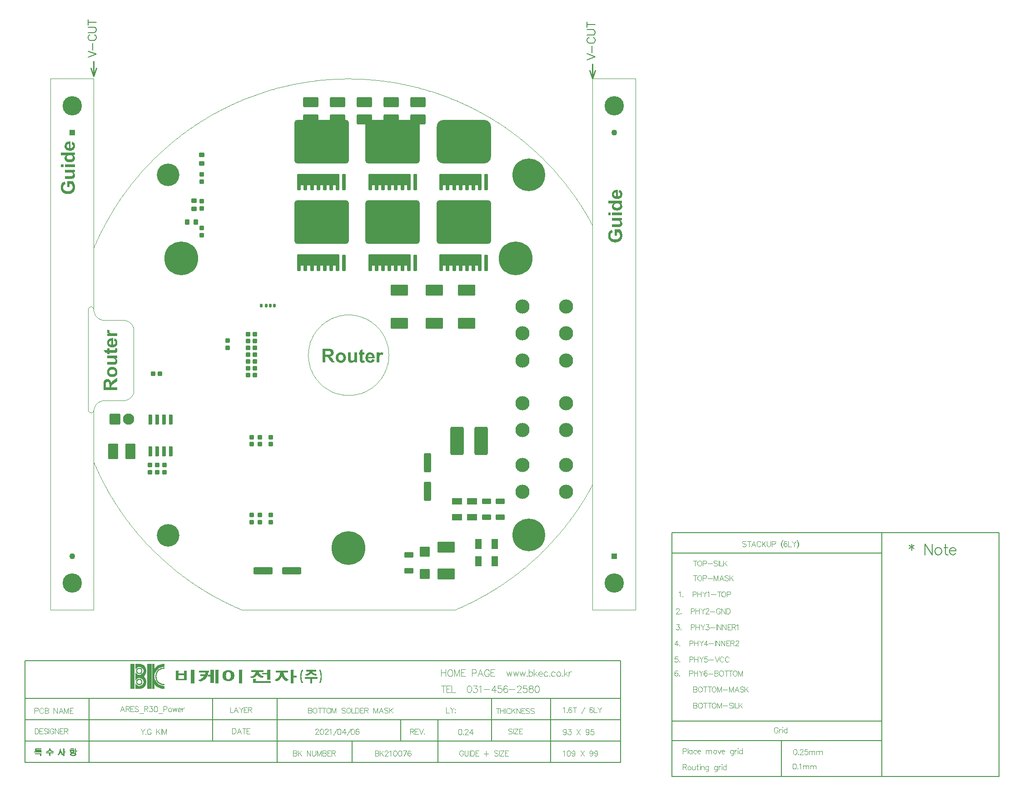
<source format=gbs>
G04*
G04 #@! TF.GenerationSoftware,Altium Limited,Altium Designer,18.1.9 (240)*
G04*
G04 Layer_Color=16711935*
%FSLAX44Y44*%
%MOMM*%
G71*
G01*
G75*
%ADD12C,0.2000*%
%ADD14C,0.2540*%
%ADD18C,0.1000*%
%ADD19C,0.1800*%
%ADD21C,0.0100*%
%ADD22C,0.0254*%
%ADD23C,0.1524*%
G04:AMPARAMS|DCode=61|XSize=0.9mm|YSize=0.8mm|CornerRadius=0.1375mm|HoleSize=0mm|Usage=FLASHONLY|Rotation=180.000|XOffset=0mm|YOffset=0mm|HoleType=Round|Shape=RoundedRectangle|*
%AMROUNDEDRECTD61*
21,1,0.9000,0.5250,0,0,180.0*
21,1,0.6250,0.8000,0,0,180.0*
1,1,0.2750,-0.3125,0.2625*
1,1,0.2750,0.3125,0.2625*
1,1,0.2750,0.3125,-0.2625*
1,1,0.2750,-0.3125,-0.2625*
%
%ADD61ROUNDEDRECTD61*%
G04:AMPARAMS|DCode=62|XSize=1.7mm|YSize=1.1mm|CornerRadius=0.175mm|HoleSize=0mm|Usage=FLASHONLY|Rotation=0.000|XOffset=0mm|YOffset=0mm|HoleType=Round|Shape=RoundedRectangle|*
%AMROUNDEDRECTD62*
21,1,1.7000,0.7500,0,0,0.0*
21,1,1.3500,1.1000,0,0,0.0*
1,1,0.3500,0.6750,-0.3750*
1,1,0.3500,-0.6750,-0.3750*
1,1,0.3500,-0.6750,0.3750*
1,1,0.3500,0.6750,0.3750*
%
%ADD62ROUNDEDRECTD62*%
G04:AMPARAMS|DCode=69|XSize=0.55mm|YSize=0.6mm|CornerRadius=0.1063mm|HoleSize=0mm|Usage=FLASHONLY|Rotation=0.000|XOffset=0mm|YOffset=0mm|HoleType=Round|Shape=RoundedRectangle|*
%AMROUNDEDRECTD69*
21,1,0.5500,0.3875,0,0,0.0*
21,1,0.3375,0.6000,0,0,0.0*
1,1,0.2125,0.1688,-0.1938*
1,1,0.2125,-0.1688,-0.1938*
1,1,0.2125,-0.1688,0.1938*
1,1,0.2125,0.1688,0.1938*
%
%ADD69ROUNDEDRECTD69*%
G04:AMPARAMS|DCode=78|XSize=0.9mm|YSize=0.8mm|CornerRadius=0.1375mm|HoleSize=0mm|Usage=FLASHONLY|Rotation=90.000|XOffset=0mm|YOffset=0mm|HoleType=Round|Shape=RoundedRectangle|*
%AMROUNDEDRECTD78*
21,1,0.9000,0.5250,0,0,90.0*
21,1,0.6250,0.8000,0,0,90.0*
1,1,0.2750,0.2625,0.3125*
1,1,0.2750,0.2625,-0.3125*
1,1,0.2750,-0.2625,-0.3125*
1,1,0.2750,-0.2625,0.3125*
%
%ADD78ROUNDEDRECTD78*%
G04:AMPARAMS|DCode=79|XSize=1.9mm|YSize=1.25mm|CornerRadius=0.1938mm|HoleSize=0mm|Usage=FLASHONLY|Rotation=180.000|XOffset=0mm|YOffset=0mm|HoleType=Round|Shape=RoundedRectangle|*
%AMROUNDEDRECTD79*
21,1,1.9000,0.8625,0,0,180.0*
21,1,1.5125,1.2500,0,0,180.0*
1,1,0.3875,-0.7563,0.4313*
1,1,0.3875,0.7563,0.4313*
1,1,0.3875,0.7563,-0.4313*
1,1,0.3875,-0.7563,-0.4313*
%
%ADD79ROUNDEDRECTD79*%
G04:AMPARAMS|DCode=80|XSize=1.9mm|YSize=1.25mm|CornerRadius=0.1938mm|HoleSize=0mm|Usage=FLASHONLY|Rotation=90.000|XOffset=0mm|YOffset=0mm|HoleType=Round|Shape=RoundedRectangle|*
%AMROUNDEDRECTD80*
21,1,1.9000,0.8625,0,0,90.0*
21,1,1.5125,1.2500,0,0,90.0*
1,1,0.3875,0.4313,0.7563*
1,1,0.3875,0.4313,-0.7563*
1,1,0.3875,-0.4313,-0.7563*
1,1,0.3875,-0.4313,0.7563*
%
%ADD80ROUNDEDRECTD80*%
G04:AMPARAMS|DCode=83|XSize=1.9mm|YSize=2.9mm|CornerRadius=0.275mm|HoleSize=0mm|Usage=FLASHONLY|Rotation=0.000|XOffset=0mm|YOffset=0mm|HoleType=Round|Shape=RoundedRectangle|*
%AMROUNDEDRECTD83*
21,1,1.9000,2.3500,0,0,0.0*
21,1,1.3500,2.9000,0,0,0.0*
1,1,0.5500,0.6750,-1.1750*
1,1,0.5500,-0.6750,-1.1750*
1,1,0.5500,-0.6750,1.1750*
1,1,0.5500,0.6750,1.1750*
%
%ADD83ROUNDEDRECTD83*%
%ADD93R,1.1000X1.1000*%
%ADD94C,1.1000*%
%ADD97C,6.3000*%
%ADD98C,4.2000*%
%ADD99C,6.1000*%
G04:AMPARAMS|DCode=100|XSize=2.1mm|YSize=2.1mm|CornerRadius=0.35mm|HoleSize=0mm|Usage=FLASHONLY|Rotation=0.000|XOffset=0mm|YOffset=0mm|HoleType=Round|Shape=RoundedRectangle|*
%AMROUNDEDRECTD100*
21,1,2.1000,1.4000,0,0,0.0*
21,1,1.4000,2.1000,0,0,0.0*
1,1,0.7000,0.7000,-0.7000*
1,1,0.7000,-0.7000,-0.7000*
1,1,0.7000,-0.7000,0.7000*
1,1,0.7000,0.7000,0.7000*
%
%ADD100ROUNDEDRECTD100*%
%ADD101C,2.1000*%
%ADD102C,2.6400*%
%ADD103C,3.6000*%
G04:AMPARAMS|DCode=136|XSize=3.6mm|YSize=1.3mm|CornerRadius=0.2mm|HoleSize=0mm|Usage=FLASHONLY|Rotation=180.000|XOffset=0mm|YOffset=0mm|HoleType=Round|Shape=RoundedRectangle|*
%AMROUNDEDRECTD136*
21,1,3.6000,0.9000,0,0,180.0*
21,1,3.2000,1.3000,0,0,180.0*
1,1,0.4000,-1.6000,0.4500*
1,1,0.4000,1.6000,0.4500*
1,1,0.4000,1.6000,-0.4500*
1,1,0.4000,-1.6000,-0.4500*
%
%ADD136ROUNDEDRECTD136*%
G04:AMPARAMS|DCode=137|XSize=3.6mm|YSize=1.3mm|CornerRadius=0.2mm|HoleSize=0mm|Usage=FLASHONLY|Rotation=270.000|XOffset=0mm|YOffset=0mm|HoleType=Round|Shape=RoundedRectangle|*
%AMROUNDEDRECTD137*
21,1,3.6000,0.9000,0,0,270.0*
21,1,3.2000,1.3000,0,0,270.0*
1,1,0.4000,-0.4500,-1.6000*
1,1,0.4000,-0.4500,1.6000*
1,1,0.4000,0.4500,1.6000*
1,1,0.4000,0.4500,-1.6000*
%
%ADD137ROUNDEDRECTD137*%
G04:AMPARAMS|DCode=138|XSize=2.1mm|YSize=3.3mm|CornerRadius=0.3mm|HoleSize=0mm|Usage=FLASHONLY|Rotation=90.000|XOffset=0mm|YOffset=0mm|HoleType=Round|Shape=RoundedRectangle|*
%AMROUNDEDRECTD138*
21,1,2.1000,2.7000,0,0,90.0*
21,1,1.5000,3.3000,0,0,90.0*
1,1,0.6000,1.3500,0.7500*
1,1,0.6000,1.3500,-0.7500*
1,1,0.6000,-1.3500,-0.7500*
1,1,0.6000,-1.3500,0.7500*
%
%ADD138ROUNDEDRECTD138*%
G04:AMPARAMS|DCode=139|XSize=2.6mm|YSize=5.3mm|CornerRadius=0.425mm|HoleSize=0mm|Usage=FLASHONLY|Rotation=180.000|XOffset=0mm|YOffset=0mm|HoleType=Round|Shape=RoundedRectangle|*
%AMROUNDEDRECTD139*
21,1,2.6000,4.4500,0,0,180.0*
21,1,1.7500,5.3000,0,0,180.0*
1,1,0.8500,-0.8750,2.2250*
1,1,0.8500,0.8750,2.2250*
1,1,0.8500,0.8750,-2.2250*
1,1,0.8500,-0.8750,-2.2250*
%
%ADD139ROUNDEDRECTD139*%
G04:AMPARAMS|DCode=140|XSize=1.9mm|YSize=1.9mm|CornerRadius=0.275mm|HoleSize=0mm|Usage=FLASHONLY|Rotation=270.000|XOffset=0mm|YOffset=0mm|HoleType=Round|Shape=RoundedRectangle|*
%AMROUNDEDRECTD140*
21,1,1.9000,1.3500,0,0,270.0*
21,1,1.3500,1.9000,0,0,270.0*
1,1,0.5500,-0.6750,-0.6750*
1,1,0.5500,-0.6750,0.6750*
1,1,0.5500,0.6750,0.6750*
1,1,0.5500,0.6750,-0.6750*
%
%ADD140ROUNDEDRECTD140*%
G04:AMPARAMS|DCode=141|XSize=0.7mm|YSize=3.1mm|CornerRadius=0.14mm|HoleSize=0mm|Usage=FLASHONLY|Rotation=180.000|XOffset=0mm|YOffset=0mm|HoleType=Round|Shape=RoundedRectangle|*
%AMROUNDEDRECTD141*
21,1,0.7000,2.8200,0,0,180.0*
21,1,0.4200,3.1000,0,0,180.0*
1,1,0.2800,-0.2100,1.4100*
1,1,0.2800,0.2100,1.4100*
1,1,0.2800,0.2100,-1.4100*
1,1,0.2800,-0.2100,-1.4100*
%
%ADD141ROUNDEDRECTD141*%
G04:AMPARAMS|DCode=142|XSize=10.1mm|YSize=8.1mm|CornerRadius=0.45mm|HoleSize=0mm|Usage=FLASHONLY|Rotation=180.000|XOffset=0mm|YOffset=0mm|HoleType=Round|Shape=RoundedRectangle|*
%AMROUNDEDRECTD142*
21,1,10.1000,7.2000,0,0,180.0*
21,1,9.2000,8.1000,0,0,180.0*
1,1,0.9000,-4.6000,3.6000*
1,1,0.9000,4.6000,3.6000*
1,1,0.9000,4.6000,-3.6000*
1,1,0.9000,-4.6000,-3.6000*
%
%ADD142ROUNDEDRECTD142*%
G04:AMPARAMS|DCode=143|XSize=10.1mm|YSize=8.1mm|CornerRadius=1.25mm|HoleSize=0mm|Usage=FLASHONLY|Rotation=180.000|XOffset=0mm|YOffset=0mm|HoleType=Round|Shape=RoundedRectangle|*
%AMROUNDEDRECTD143*
21,1,10.1000,5.6000,0,0,180.0*
21,1,7.6000,8.1000,0,0,180.0*
1,1,2.5000,-3.8000,2.8000*
1,1,2.5000,3.8000,2.8000*
1,1,2.5000,3.8000,-2.8000*
1,1,2.5000,-3.8000,-2.8000*
%
%ADD143ROUNDEDRECTD143*%
G04:AMPARAMS|DCode=144|XSize=0.5mm|YSize=0.6mm|CornerRadius=0.09mm|HoleSize=0mm|Usage=FLASHONLY|Rotation=180.000|XOffset=0mm|YOffset=0mm|HoleType=Round|Shape=RoundedRectangle|*
%AMROUNDEDRECTD144*
21,1,0.5000,0.4200,0,0,180.0*
21,1,0.3200,0.6000,0,0,180.0*
1,1,0.1800,-0.1600,0.2100*
1,1,0.1800,0.1600,0.2100*
1,1,0.1800,0.1600,-0.2100*
1,1,0.1800,-0.1600,-0.2100*
%
%ADD144ROUNDEDRECTD144*%
G04:AMPARAMS|DCode=145|XSize=2.1mm|YSize=3.25mm|CornerRadius=0.25mm|HoleSize=0mm|Usage=FLASHONLY|Rotation=270.000|XOffset=0mm|YOffset=0mm|HoleType=Round|Shape=RoundedRectangle|*
%AMROUNDEDRECTD145*
21,1,2.1000,2.7500,0,0,270.0*
21,1,1.6000,3.2500,0,0,270.0*
1,1,0.5000,-1.3750,-0.8000*
1,1,0.5000,-1.3750,0.8000*
1,1,0.5000,1.3750,0.8000*
1,1,0.5000,1.3750,-0.8000*
%
%ADD145ROUNDEDRECTD145*%
G04:AMPARAMS|DCode=146|XSize=0.735mm|YSize=1.878mm|CornerRadius=0.2088mm|HoleSize=0mm|Usage=FLASHONLY|Rotation=0.000|XOffset=0mm|YOffset=0mm|HoleType=Round|Shape=RoundedRectangle|*
%AMROUNDEDRECTD146*
21,1,0.7350,1.4605,0,0,0.0*
21,1,0.3175,1.8780,0,0,0.0*
1,1,0.4175,0.1588,-0.7302*
1,1,0.4175,-0.1588,-0.7302*
1,1,0.4175,-0.1588,0.7302*
1,1,0.4175,0.1588,0.7302*
%
%ADD146ROUNDEDRECTD146*%
G04:AMPARAMS|DCode=147|XSize=1.9mm|YSize=2.9mm|CornerRadius=0.275mm|HoleSize=0mm|Usage=FLASHONLY|Rotation=90.000|XOffset=0mm|YOffset=0mm|HoleType=Round|Shape=RoundedRectangle|*
%AMROUNDEDRECTD147*
21,1,1.9000,2.3500,0,0,90.0*
21,1,1.3500,2.9000,0,0,90.0*
1,1,0.5500,1.1750,0.6750*
1,1,0.5500,1.1750,-0.6750*
1,1,0.5500,-1.1750,-0.6750*
1,1,0.5500,-1.1750,0.6750*
%
%ADD147ROUNDEDRECTD147*%
G04:AMPARAMS|DCode=148|XSize=0.9mm|YSize=1mm|CornerRadius=0.15mm|HoleSize=0mm|Usage=FLASHONLY|Rotation=90.000|XOffset=0mm|YOffset=0mm|HoleType=Round|Shape=RoundedRectangle|*
%AMROUNDEDRECTD148*
21,1,0.9000,0.7000,0,0,90.0*
21,1,0.6000,1.0000,0,0,90.0*
1,1,0.3000,0.3500,0.3000*
1,1,0.3000,0.3500,-0.3000*
1,1,0.3000,-0.3500,-0.3000*
1,1,0.3000,-0.3500,0.3000*
%
%ADD148ROUNDEDRECTD148*%
G04:AMPARAMS|DCode=149|XSize=0.9mm|YSize=1mm|CornerRadius=0.15mm|HoleSize=0mm|Usage=FLASHONLY|Rotation=180.000|XOffset=0mm|YOffset=0mm|HoleType=Round|Shape=RoundedRectangle|*
%AMROUNDEDRECTD149*
21,1,0.9000,0.7000,0,0,180.0*
21,1,0.6000,1.0000,0,0,180.0*
1,1,0.3000,-0.3000,0.3500*
1,1,0.3000,0.3000,0.3500*
1,1,0.3000,0.3000,-0.3500*
1,1,0.3000,-0.3000,-0.3500*
%
%ADD149ROUNDEDRECTD149*%
G36*
X-517884Y385924D02*
X-517857D01*
X-517801D01*
X-517662D01*
X-517524Y385952D01*
X-517329Y385979D01*
X-517107Y386007D01*
X-516635Y386091D01*
X-516080Y386229D01*
X-515497Y386424D01*
X-514942Y386701D01*
X-514442Y387090D01*
Y387118D01*
X-514386Y387146D01*
X-514248Y387284D01*
X-514053Y387534D01*
X-513859Y387867D01*
X-513637Y388284D01*
X-513442Y388783D01*
X-513304Y389339D01*
X-513276Y389644D01*
X-513248Y389949D01*
Y390144D01*
X-513276Y390338D01*
X-513331Y390616D01*
X-513387Y390921D01*
X-513498Y391227D01*
X-513665Y391560D01*
X-513859Y391865D01*
X-513887Y391893D01*
X-513970Y392004D01*
X-514137Y392143D01*
X-514359Y392309D01*
X-514636Y392531D01*
X-514997Y392726D01*
X-515414Y392920D01*
X-515913Y393087D01*
X-515080Y397973D01*
X-515053D01*
X-514969Y397917D01*
X-514831Y397862D01*
X-514636Y397806D01*
X-514414Y397695D01*
X-514164Y397556D01*
X-513859Y397417D01*
X-513554Y397251D01*
X-512887Y396834D01*
X-512221Y396307D01*
X-511555Y395696D01*
X-511249Y395335D01*
X-510972Y394975D01*
X-510944Y394947D01*
X-510916Y394891D01*
X-510833Y394780D01*
X-510750Y394614D01*
X-510639Y394419D01*
X-510527Y394169D01*
X-510416Y393892D01*
X-510278Y393586D01*
X-510139Y393226D01*
X-510028Y392837D01*
X-509917Y392420D01*
X-509806Y391976D01*
X-509722Y391504D01*
X-509639Y390977D01*
X-509611Y390449D01*
X-509584Y389894D01*
Y389672D01*
X-509611Y389422D01*
X-509639Y389089D01*
X-509667Y388700D01*
X-509750Y388228D01*
X-509833Y387729D01*
X-509972Y387173D01*
X-510139Y386590D01*
X-510361Y386007D01*
X-510611Y385424D01*
X-510916Y384813D01*
X-511277Y384258D01*
X-511693Y383703D01*
X-512165Y383203D01*
X-512721Y382731D01*
X-512748Y382704D01*
X-512832Y382648D01*
X-512971Y382565D01*
X-513193Y382454D01*
X-513442Y382315D01*
X-513720Y382148D01*
X-514081Y381982D01*
X-514470Y381815D01*
X-514914Y381649D01*
X-515414Y381482D01*
X-515941Y381315D01*
X-516496Y381177D01*
X-517107Y381066D01*
X-517746Y380982D01*
X-518440Y380927D01*
X-519134Y380899D01*
X-519189D01*
X-519328D01*
X-519578Y380927D01*
X-519883D01*
X-520272Y380982D01*
X-520744Y381038D01*
X-521216Y381093D01*
X-521771Y381204D01*
X-522326Y381315D01*
X-522909Y381482D01*
X-523520Y381676D01*
X-524131Y381898D01*
X-524714Y382176D01*
X-525297Y382509D01*
X-525852Y382870D01*
X-526352Y383287D01*
X-526380Y383314D01*
X-526463Y383398D01*
X-526602Y383536D01*
X-526768Y383731D01*
X-526963Y383953D01*
X-527185Y384258D01*
X-527435Y384591D01*
X-527685Y384952D01*
X-527907Y385369D01*
X-528157Y385841D01*
X-528379Y386340D01*
X-528573Y386896D01*
X-528740Y387451D01*
X-528878Y388062D01*
X-528962Y388728D01*
X-528989Y389394D01*
Y389589D01*
X-528962Y389783D01*
X-528934Y390088D01*
X-528906Y390421D01*
X-528851Y390838D01*
X-528767Y391282D01*
X-528656Y391754D01*
X-528490Y392281D01*
X-528323Y392809D01*
X-528101Y393336D01*
X-527823Y393892D01*
X-527518Y394419D01*
X-527157Y394947D01*
X-526713Y395446D01*
X-526241Y395918D01*
X-526213Y395946D01*
X-526102Y396029D01*
X-525963Y396141D01*
X-525741Y396279D01*
X-525436Y396474D01*
X-525075Y396668D01*
X-524658Y396890D01*
X-524187Y397112D01*
X-523631Y397334D01*
X-522993Y397529D01*
X-522326Y397723D01*
X-521577Y397890D01*
X-520744Y398028D01*
X-519856Y398139D01*
X-518912Y398223D01*
X-517884D01*
Y385924D01*
D02*
G37*
G36*
X-510000Y372931D02*
X-512693D01*
X-512637Y372876D01*
X-512554Y372820D01*
X-512471Y372737D01*
X-512165Y372487D01*
X-511832Y372182D01*
X-511444Y371765D01*
X-511027Y371321D01*
X-510666Y370794D01*
X-510333Y370238D01*
Y370211D01*
X-510305Y370183D01*
X-510278Y370072D01*
X-510222Y369961D01*
X-510083Y369655D01*
X-509972Y369267D01*
X-509833Y368795D01*
X-509695Y368267D01*
X-509611Y367712D01*
X-509584Y367129D01*
Y366990D01*
X-509611Y366824D01*
Y366601D01*
X-509667Y366324D01*
X-509722Y365991D01*
X-509806Y365630D01*
X-509917Y365241D01*
X-510028Y364825D01*
X-510194Y364380D01*
X-510416Y363936D01*
X-510666Y363464D01*
X-510944Y363020D01*
X-511305Y362548D01*
X-511693Y362104D01*
X-512138Y361660D01*
X-512165Y361632D01*
X-512249Y361576D01*
X-512415Y361438D01*
X-512610Y361299D01*
X-512887Y361132D01*
X-513193Y360938D01*
X-513581Y360744D01*
X-513998Y360522D01*
X-514497Y360299D01*
X-515025Y360105D01*
X-515636Y359911D01*
X-516274Y359744D01*
X-516968Y359605D01*
X-517718Y359494D01*
X-518523Y359411D01*
X-519356Y359383D01*
X-519411D01*
X-519578D01*
X-519800Y359411D01*
X-520133D01*
X-520522Y359439D01*
X-520966Y359494D01*
X-521493Y359578D01*
X-522021Y359661D01*
X-522604Y359772D01*
X-523187Y359911D01*
X-523770Y360105D01*
X-524381Y360299D01*
X-524964Y360549D01*
X-525519Y360855D01*
X-526046Y361188D01*
X-526519Y361576D01*
X-526546Y361604D01*
X-526630Y361688D01*
X-526741Y361799D01*
X-526907Y361965D01*
X-527102Y362187D01*
X-527296Y362465D01*
X-527518Y362770D01*
X-527768Y363103D01*
X-527990Y363492D01*
X-528212Y363936D01*
X-528406Y364380D01*
X-528601Y364880D01*
X-528767Y365408D01*
X-528878Y365963D01*
X-528962Y366574D01*
X-528989Y367184D01*
Y367323D01*
X-528962Y367490D01*
Y367712D01*
X-528906Y367990D01*
X-528851Y368295D01*
X-528767Y368628D01*
X-528656Y369017D01*
X-528517Y369433D01*
X-528351Y369877D01*
X-528129Y370322D01*
X-527879Y370766D01*
X-527601Y371238D01*
X-527240Y371682D01*
X-526852Y372126D01*
X-526380Y372570D01*
X-535625D01*
Y377484D01*
X-510000D01*
Y372931D01*
D02*
G37*
G36*
Y350555D02*
X-528573D01*
Y355469D01*
X-510000D01*
Y350555D01*
D02*
G37*
G36*
X-531072D02*
X-535625D01*
Y355469D01*
X-531072D01*
Y350555D01*
D02*
G37*
G36*
X247089Y337494D02*
X247098Y337493D01*
X247192Y337464D01*
X247279Y337418D01*
X247321Y337383D01*
X247355Y337355D01*
X247355Y337355D01*
X248355Y336355D01*
X248418Y336279D01*
X248464Y336192D01*
X248471Y336170D01*
X248493Y336098D01*
X248498Y336049D01*
X248502Y336000D01*
X248502Y336000D01*
Y317000D01*
X248493Y316902D01*
X248464Y316808D01*
X248418Y316721D01*
X248355Y316645D01*
X248279Y316582D01*
X248192Y316536D01*
X248098Y316507D01*
X248000Y316498D01*
X170000D01*
X169902Y316507D01*
X169808Y316536D01*
X169721Y316582D01*
X169645Y316645D01*
X169582Y316721D01*
X169536Y316808D01*
X169507Y316902D01*
X169498Y317000D01*
Y336000D01*
X169507Y336098D01*
X169536Y336192D01*
X169557Y336233D01*
X169582Y336279D01*
X169610Y336313D01*
X169645Y336355D01*
X169645Y336355D01*
X170645Y337355D01*
X170645Y337355D01*
X170679Y337383D01*
X170721Y337418D01*
X170808Y337464D01*
X170902Y337493D01*
X170911Y337494D01*
X171000Y337502D01*
X171000Y337502D01*
X247000D01*
X247000Y337502D01*
X247089Y337494D01*
D02*
G37*
G36*
X114589D02*
X114598Y337493D01*
X114692Y337464D01*
X114779Y337418D01*
X114821Y337383D01*
X114855Y337355D01*
X114855Y337355D01*
X115855Y336355D01*
X115918Y336279D01*
X115964Y336192D01*
X115971Y336170D01*
X115993Y336098D01*
X115998Y336049D01*
X116003Y336000D01*
X116002Y336000D01*
Y317000D01*
X115993Y316902D01*
X115964Y316808D01*
X115918Y316721D01*
X115855Y316645D01*
X115779Y316582D01*
X115692Y316536D01*
X115598Y316507D01*
X115500Y316498D01*
X37500D01*
X37402Y316507D01*
X37308Y316536D01*
X37221Y316582D01*
X37145Y316645D01*
X37082Y316721D01*
X37036Y316808D01*
X37007Y316902D01*
X36998Y317000D01*
Y336000D01*
X37007Y336098D01*
X37036Y336192D01*
X37057Y336233D01*
X37082Y336279D01*
X37110Y336313D01*
X37145Y336355D01*
X37145Y336355D01*
X38145Y337355D01*
X38145Y337355D01*
X38179Y337383D01*
X38221Y337418D01*
X38308Y337464D01*
X38402Y337493D01*
X38411Y337494D01*
X38500Y337502D01*
X38500Y337502D01*
X114500D01*
X114500Y337502D01*
X114589Y337494D01*
D02*
G37*
G36*
X-17911D02*
X-17902Y337493D01*
X-17808Y337464D01*
X-17721Y337418D01*
X-17679Y337383D01*
X-17645Y337355D01*
X-17645Y337355D01*
X-16645Y336355D01*
X-16582Y336279D01*
X-16536Y336192D01*
X-16529Y336170D01*
X-16507Y336098D01*
X-16502Y336049D01*
X-16498Y336000D01*
X-16498Y336000D01*
Y317000D01*
X-16507Y316902D01*
X-16536Y316808D01*
X-16582Y316721D01*
X-16645Y316645D01*
X-16721Y316582D01*
X-16808Y316536D01*
X-16902Y316507D01*
X-17000Y316498D01*
X-95000D01*
X-95098Y316507D01*
X-95192Y316536D01*
X-95279Y316582D01*
X-95355Y316645D01*
X-95418Y316721D01*
X-95464Y316808D01*
X-95493Y316902D01*
X-95502Y317000D01*
Y336000D01*
X-95493Y336098D01*
X-95464Y336192D01*
X-95443Y336233D01*
X-95418Y336279D01*
X-95390Y336313D01*
X-95355Y336355D01*
X-95355Y336355D01*
X-94355Y337355D01*
X-94355Y337355D01*
X-94321Y337383D01*
X-94279Y337418D01*
X-94192Y337464D01*
X-94098Y337493D01*
X-94089Y337494D01*
X-94000Y337502D01*
X-94000Y337502D01*
X-18000D01*
X-18000Y337502D01*
X-17911Y337494D01*
D02*
G37*
G36*
X-510000Y340894D02*
X-512748D01*
X-512721Y340838D01*
X-512637Y340783D01*
X-512526Y340699D01*
X-512249Y340477D01*
X-511916Y340172D01*
X-511555Y339783D01*
X-511138Y339339D01*
X-510777Y338784D01*
X-510416Y338201D01*
Y338173D01*
X-510389Y338117D01*
X-510333Y338034D01*
X-510278Y337923D01*
X-510222Y337757D01*
X-510167Y337590D01*
X-510000Y337146D01*
X-509861Y336646D01*
X-509722Y336035D01*
X-509611Y335397D01*
X-509584Y334730D01*
Y334425D01*
X-509611Y334258D01*
X-509639Y334064D01*
X-509695Y333620D01*
X-509778Y333092D01*
X-509917Y332537D01*
X-510111Y331954D01*
X-510389Y331371D01*
Y331343D01*
X-510416Y331316D01*
X-510472Y331232D01*
X-510555Y331121D01*
X-510722Y330872D01*
X-510999Y330566D01*
X-511305Y330205D01*
X-511721Y329844D01*
X-512165Y329511D01*
X-512693Y329234D01*
X-512721D01*
X-512776Y329206D01*
X-512859Y329178D01*
X-512971Y329123D01*
X-513109Y329095D01*
X-513304Y329039D01*
X-513526Y328984D01*
X-513776Y328928D01*
X-514053Y328845D01*
X-514359Y328789D01*
X-514692Y328734D01*
X-515053Y328706D01*
X-515441Y328651D01*
X-515886Y328623D01*
X-516802Y328595D01*
X-528573D01*
Y333509D01*
X-520022D01*
X-519967D01*
X-519856D01*
X-519661D01*
X-519411D01*
X-519078D01*
X-518745Y333537D01*
X-518356D01*
X-517968D01*
X-517135Y333564D01*
X-516718Y333592D01*
X-516357Y333620D01*
X-515997Y333648D01*
X-515691Y333675D01*
X-515414Y333703D01*
X-515219Y333759D01*
X-515191Y333787D01*
X-515080Y333814D01*
X-514914Y333898D01*
X-514720Y333981D01*
X-514497Y334120D01*
X-514275Y334286D01*
X-514053Y334481D01*
X-513831Y334730D01*
X-513803Y334758D01*
X-513748Y334869D01*
X-513665Y335008D01*
X-513581Y335230D01*
X-513498Y335508D01*
X-513415Y335813D01*
X-513359Y336174D01*
X-513331Y336563D01*
Y336785D01*
X-513359Y337007D01*
X-513415Y337312D01*
X-513498Y337645D01*
X-513609Y338034D01*
X-513776Y338423D01*
X-513998Y338784D01*
X-514025Y338839D01*
X-514137Y338950D01*
X-514275Y339117D01*
X-514470Y339339D01*
X-514720Y339561D01*
X-515025Y339783D01*
X-515358Y339978D01*
X-515719Y340144D01*
X-515774Y340172D01*
X-515830D01*
X-515941Y340200D01*
X-516080Y340227D01*
X-516246Y340255D01*
X-516469Y340311D01*
X-516718Y340339D01*
X-517024Y340366D01*
X-517385Y340422D01*
X-517801Y340449D01*
X-518273Y340477D01*
X-518773Y340505D01*
X-519356D01*
X-519994Y340533D01*
X-520716D01*
X-528573D01*
Y345447D01*
X-510000D01*
Y340894D01*
D02*
G37*
G36*
X-513442Y323931D02*
X-513415Y323876D01*
X-513331Y323792D01*
X-513220Y323653D01*
X-513082Y323487D01*
X-512915Y323293D01*
X-512748Y323043D01*
X-512554Y322765D01*
X-512332Y322432D01*
X-512110Y322099D01*
X-511888Y321710D01*
X-511666Y321266D01*
X-511416Y320822D01*
X-511194Y320322D01*
X-510944Y319794D01*
X-510722Y319239D01*
Y319211D01*
X-510666Y319100D01*
X-510611Y318934D01*
X-510527Y318712D01*
X-510444Y318434D01*
X-510333Y318101D01*
X-510250Y317712D01*
X-510139Y317296D01*
X-510028Y316852D01*
X-509917Y316352D01*
X-509806Y315852D01*
X-509722Y315297D01*
X-509584Y314159D01*
X-509556Y313576D01*
X-509528Y312993D01*
Y312604D01*
X-509556Y312326D01*
X-509584Y311966D01*
X-509611Y311549D01*
X-509667Y311105D01*
X-509750Y310605D01*
X-509833Y310078D01*
X-509944Y309522D01*
X-510083Y308939D01*
X-510222Y308329D01*
X-510416Y307718D01*
X-510639Y307135D01*
X-510888Y306552D01*
X-511194Y305969D01*
X-511222Y305941D01*
X-511277Y305830D01*
X-511360Y305691D01*
X-511499Y305469D01*
X-511693Y305247D01*
X-511888Y304942D01*
X-512138Y304636D01*
X-512443Y304303D01*
X-512748Y303942D01*
X-513109Y303581D01*
X-513526Y303193D01*
X-513942Y302832D01*
X-514414Y302471D01*
X-514914Y302110D01*
X-515441Y301805D01*
X-516024Y301499D01*
X-516052Y301471D01*
X-516163Y301444D01*
X-516330Y301360D01*
X-516580Y301277D01*
X-516857Y301166D01*
X-517218Y301027D01*
X-517607Y300888D01*
X-518051Y300750D01*
X-518551Y300611D01*
X-519078Y300472D01*
X-519633Y300361D01*
X-520216Y300222D01*
X-520855Y300139D01*
X-521493Y300056D01*
X-522160Y300028D01*
X-522854Y300000D01*
X-522909D01*
X-523021D01*
X-523243D01*
X-523520Y300028D01*
X-523881Y300056D01*
X-524297Y300083D01*
X-524742Y300139D01*
X-525241Y300222D01*
X-525769Y300305D01*
X-526352Y300416D01*
X-526935Y300555D01*
X-527546Y300694D01*
X-528157Y300888D01*
X-528767Y301110D01*
X-529378Y301360D01*
X-529961Y301666D01*
X-529989Y301693D01*
X-530100Y301749D01*
X-530266Y301832D01*
X-530489Y301971D01*
X-530738Y302165D01*
X-531044Y302360D01*
X-531377Y302610D01*
X-531738Y302915D01*
X-532127Y303220D01*
X-532515Y303609D01*
X-532904Y303998D01*
X-533320Y304442D01*
X-533709Y304914D01*
X-534070Y305441D01*
X-534431Y305997D01*
X-534764Y306580D01*
X-534792Y306607D01*
X-534819Y306691D01*
X-534875Y306829D01*
X-534958Y307024D01*
X-535069Y307274D01*
X-535180Y307551D01*
X-535291Y307884D01*
X-535402Y308273D01*
X-535513Y308690D01*
X-535625Y309161D01*
X-535736Y309661D01*
X-535847Y310217D01*
X-535930Y310800D01*
X-535985Y311410D01*
X-536041Y312049D01*
Y313187D01*
X-536013Y313492D01*
X-535985Y313909D01*
X-535930Y314381D01*
X-535874Y314881D01*
X-535791Y315436D01*
X-535680Y316019D01*
X-535541Y316630D01*
X-535402Y317240D01*
X-535208Y317879D01*
X-534958Y318490D01*
X-534708Y319073D01*
X-534403Y319628D01*
X-534042Y320155D01*
X-534014Y320183D01*
X-533959Y320266D01*
X-533848Y320405D01*
X-533681Y320600D01*
X-533459Y320794D01*
X-533237Y321044D01*
X-532932Y321321D01*
X-532598Y321599D01*
X-532238Y321904D01*
X-531821Y322182D01*
X-531349Y322487D01*
X-530877Y322765D01*
X-530350Y323015D01*
X-529767Y323265D01*
X-529156Y323459D01*
X-528517Y323626D01*
X-527546Y318490D01*
X-527574D01*
X-527629Y318462D01*
X-527740Y318434D01*
X-527851Y318379D01*
X-528018Y318323D01*
X-528212Y318240D01*
X-528628Y318018D01*
X-529100Y317740D01*
X-529600Y317379D01*
X-530072Y316963D01*
X-530516Y316435D01*
Y316407D01*
X-530572Y316380D01*
X-530627Y316296D01*
X-530683Y316158D01*
X-530766Y316019D01*
X-530877Y315852D01*
X-530961Y315630D01*
X-531072Y315408D01*
X-531266Y314881D01*
X-531460Y314242D01*
X-531571Y313520D01*
X-531627Y312715D01*
Y312382D01*
X-531599Y312160D01*
X-531571Y311882D01*
X-531516Y311549D01*
X-531432Y311160D01*
X-531349Y310772D01*
X-531238Y310355D01*
X-531099Y309911D01*
X-530933Y309467D01*
X-530711Y309023D01*
X-530461Y308578D01*
X-530183Y308134D01*
X-529850Y307718D01*
X-529461Y307329D01*
X-529434Y307301D01*
X-529350Y307246D01*
X-529239Y307135D01*
X-529045Y307024D01*
X-528823Y306857D01*
X-528545Y306691D01*
X-528240Y306524D01*
X-527851Y306330D01*
X-527435Y306135D01*
X-526963Y305969D01*
X-526435Y305802D01*
X-525852Y305636D01*
X-525241Y305525D01*
X-524575Y305414D01*
X-523853Y305358D01*
X-523076Y305330D01*
X-523021D01*
X-522882D01*
X-522632Y305358D01*
X-522326D01*
X-521938Y305386D01*
X-521521Y305441D01*
X-521022Y305497D01*
X-520494Y305580D01*
X-519967Y305691D01*
X-519384Y305830D01*
X-518828Y305997D01*
X-518245Y306191D01*
X-517690Y306413D01*
X-517163Y306691D01*
X-516663Y306996D01*
X-516219Y307357D01*
X-516191Y307385D01*
X-516135Y307440D01*
X-515997Y307579D01*
X-515858Y307718D01*
X-515691Y307940D01*
X-515497Y308162D01*
X-515303Y308468D01*
X-515080Y308773D01*
X-514858Y309134D01*
X-514664Y309550D01*
X-514470Y309967D01*
X-514303Y310439D01*
X-514164Y310966D01*
X-514053Y311493D01*
X-513970Y312049D01*
X-513942Y312659D01*
Y312937D01*
X-513970Y313076D01*
Y313270D01*
X-514025Y313687D01*
X-514109Y314186D01*
X-514220Y314714D01*
X-514359Y315297D01*
X-514581Y315908D01*
Y315935D01*
X-514608Y315991D01*
X-514636Y316074D01*
X-514692Y316185D01*
X-514831Y316491D01*
X-515025Y316879D01*
X-515247Y317324D01*
X-515497Y317796D01*
X-515774Y318267D01*
X-516108Y318739D01*
X-519384D01*
Y312826D01*
X-523714D01*
Y323959D01*
X-513470D01*
X-513442Y323931D01*
D02*
G37*
G36*
X502116Y295924D02*
X502143D01*
X502199D01*
X502338D01*
X502477Y295952D01*
X502671Y295979D01*
X502893Y296007D01*
X503365Y296091D01*
X503920Y296229D01*
X504503Y296424D01*
X505058Y296701D01*
X505558Y297090D01*
Y297118D01*
X505614Y297146D01*
X505752Y297284D01*
X505947Y297534D01*
X506141Y297867D01*
X506363Y298284D01*
X506558Y298783D01*
X506696Y299339D01*
X506724Y299644D01*
X506752Y299949D01*
Y300144D01*
X506724Y300338D01*
X506669Y300616D01*
X506613Y300921D01*
X506502Y301227D01*
X506335Y301560D01*
X506141Y301865D01*
X506113Y301893D01*
X506030Y302004D01*
X505863Y302143D01*
X505641Y302309D01*
X505364Y302531D01*
X505003Y302726D01*
X504586Y302920D01*
X504087Y303087D01*
X504920Y307973D01*
X504947D01*
X505031Y307917D01*
X505169Y307862D01*
X505364Y307806D01*
X505586Y307695D01*
X505836Y307556D01*
X506141Y307418D01*
X506446Y307251D01*
X507113Y306835D01*
X507779Y306307D01*
X508445Y305696D01*
X508751Y305335D01*
X509028Y304974D01*
X509056Y304947D01*
X509084Y304891D01*
X509167Y304780D01*
X509250Y304614D01*
X509361Y304419D01*
X509473Y304169D01*
X509584Y303892D01*
X509722Y303586D01*
X509861Y303225D01*
X509972Y302837D01*
X510083Y302420D01*
X510194Y301976D01*
X510278Y301504D01*
X510361Y300977D01*
X510389Y300449D01*
X510416Y299894D01*
Y299672D01*
X510389Y299422D01*
X510361Y299089D01*
X510333Y298700D01*
X510250Y298228D01*
X510167Y297729D01*
X510028Y297173D01*
X509861Y296590D01*
X509639Y296007D01*
X509389Y295424D01*
X509084Y294813D01*
X508723Y294258D01*
X508307Y293703D01*
X507835Y293203D01*
X507279Y292731D01*
X507252Y292704D01*
X507168Y292648D01*
X507029Y292565D01*
X506807Y292454D01*
X506558Y292315D01*
X506280Y292148D01*
X505919Y291982D01*
X505530Y291815D01*
X505086Y291649D01*
X504586Y291482D01*
X504059Y291315D01*
X503504Y291177D01*
X502893Y291066D01*
X502254Y290982D01*
X501560Y290927D01*
X500866Y290899D01*
X500811D01*
X500672D01*
X500422Y290927D01*
X500117D01*
X499728Y290982D01*
X499256Y291038D01*
X498784Y291093D01*
X498229Y291204D01*
X497674Y291315D01*
X497091Y291482D01*
X496480Y291676D01*
X495869Y291898D01*
X495286Y292176D01*
X494703Y292509D01*
X494148Y292870D01*
X493648Y293287D01*
X493620Y293314D01*
X493537Y293398D01*
X493398Y293536D01*
X493232Y293731D01*
X493037Y293953D01*
X492815Y294258D01*
X492565Y294591D01*
X492315Y294952D01*
X492093Y295369D01*
X491843Y295841D01*
X491621Y296340D01*
X491427Y296896D01*
X491260Y297451D01*
X491122Y298062D01*
X491038Y298728D01*
X491011Y299394D01*
Y299589D01*
X491038Y299783D01*
X491066Y300088D01*
X491094Y300422D01*
X491149Y300838D01*
X491233Y301282D01*
X491344Y301754D01*
X491510Y302281D01*
X491677Y302809D01*
X491899Y303337D01*
X492177Y303892D01*
X492482Y304419D01*
X492843Y304947D01*
X493287Y305446D01*
X493759Y305918D01*
X493787Y305946D01*
X493898Y306029D01*
X494037Y306140D01*
X494259Y306279D01*
X494564Y306474D01*
X494925Y306668D01*
X495342Y306890D01*
X495813Y307112D01*
X496369Y307334D01*
X497007Y307529D01*
X497674Y307723D01*
X498423Y307889D01*
X499256Y308028D01*
X500144Y308139D01*
X501088Y308223D01*
X502116D01*
Y295924D01*
D02*
G37*
G36*
X510000Y282931D02*
X507307D01*
X507363Y282876D01*
X507446Y282820D01*
X507529Y282737D01*
X507835Y282487D01*
X508168Y282182D01*
X508556Y281765D01*
X508973Y281321D01*
X509334Y280794D01*
X509667Y280238D01*
Y280211D01*
X509695Y280183D01*
X509722Y280072D01*
X509778Y279961D01*
X509917Y279655D01*
X510028Y279267D01*
X510167Y278795D01*
X510305Y278267D01*
X510389Y277712D01*
X510416Y277129D01*
Y276990D01*
X510389Y276824D01*
Y276602D01*
X510333Y276324D01*
X510278Y275991D01*
X510194Y275630D01*
X510083Y275241D01*
X509972Y274825D01*
X509806Y274380D01*
X509584Y273936D01*
X509334Y273464D01*
X509056Y273020D01*
X508695Y272548D01*
X508307Y272104D01*
X507862Y271660D01*
X507835Y271632D01*
X507751Y271576D01*
X507585Y271438D01*
X507390Y271299D01*
X507113Y271132D01*
X506807Y270938D01*
X506419Y270744D01*
X506002Y270522D01*
X505503Y270299D01*
X504975Y270105D01*
X504364Y269911D01*
X503726Y269744D01*
X503032Y269605D01*
X502282Y269494D01*
X501477Y269411D01*
X500644Y269383D01*
X500589D01*
X500422D01*
X500200Y269411D01*
X499867D01*
X499478Y269439D01*
X499034Y269494D01*
X498507Y269578D01*
X497979Y269661D01*
X497396Y269772D01*
X496813Y269911D01*
X496230Y270105D01*
X495619Y270299D01*
X495036Y270549D01*
X494481Y270855D01*
X493954Y271188D01*
X493481Y271576D01*
X493454Y271604D01*
X493371Y271688D01*
X493259Y271799D01*
X493093Y271965D01*
X492898Y272187D01*
X492704Y272465D01*
X492482Y272770D01*
X492232Y273104D01*
X492010Y273492D01*
X491788Y273936D01*
X491594Y274380D01*
X491399Y274880D01*
X491233Y275408D01*
X491122Y275963D01*
X491038Y276574D01*
X491011Y277185D01*
Y277323D01*
X491038Y277490D01*
Y277712D01*
X491094Y277990D01*
X491149Y278295D01*
X491233Y278628D01*
X491344Y279017D01*
X491483Y279433D01*
X491649Y279877D01*
X491871Y280322D01*
X492121Y280766D01*
X492399Y281238D01*
X492760Y281682D01*
X493148Y282126D01*
X493620Y282570D01*
X484375D01*
Y287484D01*
X510000D01*
Y282931D01*
D02*
G37*
G36*
Y260555D02*
X491427D01*
Y265469D01*
X510000D01*
Y260555D01*
D02*
G37*
G36*
X488928D02*
X484375D01*
Y265469D01*
X488928D01*
Y260555D01*
D02*
G37*
G36*
X510000Y250894D02*
X507252D01*
X507279Y250838D01*
X507363Y250783D01*
X507474Y250699D01*
X507751Y250477D01*
X508084Y250172D01*
X508445Y249783D01*
X508862Y249339D01*
X509223Y248784D01*
X509584Y248201D01*
Y248173D01*
X509611Y248118D01*
X509667Y248034D01*
X509722Y247923D01*
X509778Y247757D01*
X509833Y247590D01*
X510000Y247146D01*
X510139Y246646D01*
X510278Y246035D01*
X510389Y245397D01*
X510416Y244730D01*
Y244425D01*
X510389Y244258D01*
X510361Y244064D01*
X510305Y243620D01*
X510222Y243092D01*
X510083Y242537D01*
X509889Y241954D01*
X509611Y241371D01*
Y241343D01*
X509584Y241316D01*
X509528Y241232D01*
X509445Y241121D01*
X509278Y240872D01*
X509001Y240566D01*
X508695Y240205D01*
X508279Y239844D01*
X507835Y239511D01*
X507307Y239234D01*
X507279D01*
X507224Y239206D01*
X507141Y239178D01*
X507029Y239123D01*
X506891Y239095D01*
X506696Y239039D01*
X506474Y238984D01*
X506224Y238928D01*
X505947Y238845D01*
X505641Y238789D01*
X505308Y238734D01*
X504947Y238706D01*
X504559Y238651D01*
X504114Y238623D01*
X503198Y238595D01*
X491427D01*
Y243509D01*
X499978D01*
X500033D01*
X500144D01*
X500339D01*
X500589D01*
X500922D01*
X501255Y243537D01*
X501644D01*
X502032D01*
X502865Y243564D01*
X503282Y243592D01*
X503643Y243620D01*
X504003Y243648D01*
X504309Y243675D01*
X504586Y243703D01*
X504781Y243759D01*
X504809Y243787D01*
X504920Y243814D01*
X505086Y243898D01*
X505280Y243981D01*
X505503Y244120D01*
X505725Y244286D01*
X505947Y244481D01*
X506169Y244730D01*
X506197Y244758D01*
X506252Y244869D01*
X506335Y245008D01*
X506419Y245230D01*
X506502Y245508D01*
X506585Y245813D01*
X506641Y246174D01*
X506669Y246563D01*
Y246785D01*
X506641Y247007D01*
X506585Y247312D01*
X506502Y247645D01*
X506391Y248034D01*
X506224Y248423D01*
X506002Y248784D01*
X505975Y248839D01*
X505863Y248950D01*
X505725Y249117D01*
X505530Y249339D01*
X505280Y249561D01*
X504975Y249783D01*
X504642Y249978D01*
X504281Y250144D01*
X504226Y250172D01*
X504170D01*
X504059Y250200D01*
X503920Y250227D01*
X503754Y250255D01*
X503531Y250311D01*
X503282Y250338D01*
X502976Y250366D01*
X502615Y250422D01*
X502199Y250450D01*
X501727Y250477D01*
X501227Y250505D01*
X500644D01*
X500006Y250533D01*
X499284D01*
X491427D01*
Y255447D01*
X510000D01*
Y250894D01*
D02*
G37*
G36*
X506558Y233931D02*
X506585Y233876D01*
X506669Y233792D01*
X506780Y233653D01*
X506918Y233487D01*
X507085Y233293D01*
X507252Y233043D01*
X507446Y232765D01*
X507668Y232432D01*
X507890Y232099D01*
X508112Y231710D01*
X508334Y231266D01*
X508584Y230822D01*
X508806Y230322D01*
X509056Y229794D01*
X509278Y229239D01*
Y229211D01*
X509334Y229100D01*
X509389Y228934D01*
X509473Y228712D01*
X509556Y228434D01*
X509667Y228101D01*
X509750Y227712D01*
X509861Y227296D01*
X509972Y226852D01*
X510083Y226352D01*
X510194Y225852D01*
X510278Y225297D01*
X510416Y224159D01*
X510444Y223576D01*
X510472Y222993D01*
Y222604D01*
X510444Y222326D01*
X510416Y221966D01*
X510389Y221549D01*
X510333Y221105D01*
X510250Y220605D01*
X510167Y220078D01*
X510056Y219522D01*
X509917Y218939D01*
X509778Y218329D01*
X509584Y217718D01*
X509361Y217135D01*
X509112Y216552D01*
X508806Y215969D01*
X508778Y215941D01*
X508723Y215830D01*
X508640Y215691D01*
X508501Y215469D01*
X508307Y215247D01*
X508112Y214942D01*
X507862Y214636D01*
X507557Y214303D01*
X507252Y213942D01*
X506891Y213581D01*
X506474Y213193D01*
X506058Y212832D01*
X505586Y212471D01*
X505086Y212110D01*
X504559Y211805D01*
X503976Y211499D01*
X503948Y211471D01*
X503837Y211444D01*
X503670Y211360D01*
X503420Y211277D01*
X503143Y211166D01*
X502782Y211027D01*
X502393Y210888D01*
X501949Y210750D01*
X501449Y210611D01*
X500922Y210472D01*
X500367Y210361D01*
X499784Y210222D01*
X499145Y210139D01*
X498507Y210056D01*
X497840Y210028D01*
X497146Y210000D01*
X497091D01*
X496979D01*
X496758D01*
X496480Y210028D01*
X496119Y210056D01*
X495703Y210083D01*
X495258Y210139D01*
X494759Y210222D01*
X494231Y210305D01*
X493648Y210416D01*
X493065Y210555D01*
X492454Y210694D01*
X491843Y210888D01*
X491233Y211110D01*
X490622Y211360D01*
X490039Y211666D01*
X490011Y211693D01*
X489900Y211749D01*
X489734Y211832D01*
X489511Y211971D01*
X489262Y212165D01*
X488956Y212360D01*
X488623Y212610D01*
X488262Y212915D01*
X487873Y213220D01*
X487485Y213609D01*
X487096Y213998D01*
X486680Y214442D01*
X486291Y214914D01*
X485930Y215441D01*
X485569Y215997D01*
X485236Y216580D01*
X485208Y216607D01*
X485181Y216691D01*
X485125Y216829D01*
X485042Y217024D01*
X484931Y217274D01*
X484820Y217551D01*
X484709Y217885D01*
X484598Y218273D01*
X484487Y218690D01*
X484375Y219161D01*
X484264Y219661D01*
X484153Y220217D01*
X484070Y220800D01*
X484015Y221410D01*
X483959Y222049D01*
Y223187D01*
X483987Y223492D01*
X484015Y223909D01*
X484070Y224381D01*
X484126Y224881D01*
X484209Y225436D01*
X484320Y226019D01*
X484459Y226630D01*
X484598Y227240D01*
X484792Y227879D01*
X485042Y228490D01*
X485292Y229073D01*
X485597Y229628D01*
X485958Y230155D01*
X485986Y230183D01*
X486041Y230266D01*
X486152Y230405D01*
X486319Y230599D01*
X486541Y230794D01*
X486763Y231044D01*
X487068Y231321D01*
X487402Y231599D01*
X487762Y231904D01*
X488179Y232182D01*
X488651Y232487D01*
X489123Y232765D01*
X489650Y233015D01*
X490233Y233265D01*
X490844Y233459D01*
X491483Y233626D01*
X492454Y228490D01*
X492426D01*
X492371Y228462D01*
X492260Y228434D01*
X492149Y228379D01*
X491982Y228323D01*
X491788Y228240D01*
X491372Y228018D01*
X490900Y227740D01*
X490400Y227379D01*
X489928Y226963D01*
X489484Y226435D01*
Y226407D01*
X489428Y226380D01*
X489373Y226296D01*
X489317Y226158D01*
X489234Y226019D01*
X489123Y225852D01*
X489040Y225630D01*
X488928Y225408D01*
X488734Y224881D01*
X488540Y224242D01*
X488429Y223520D01*
X488373Y222715D01*
Y222382D01*
X488401Y222160D01*
X488429Y221882D01*
X488484Y221549D01*
X488568Y221160D01*
X488651Y220772D01*
X488762Y220355D01*
X488901Y219911D01*
X489067Y219467D01*
X489289Y219023D01*
X489539Y218578D01*
X489817Y218134D01*
X490150Y217718D01*
X490539Y217329D01*
X490566Y217301D01*
X490650Y217246D01*
X490761Y217135D01*
X490955Y217024D01*
X491177Y216857D01*
X491455Y216691D01*
X491760Y216524D01*
X492149Y216330D01*
X492565Y216135D01*
X493037Y215969D01*
X493565Y215802D01*
X494148Y215636D01*
X494759Y215525D01*
X495425Y215414D01*
X496147Y215358D01*
X496924Y215330D01*
X496979D01*
X497118D01*
X497368Y215358D01*
X497674D01*
X498062Y215386D01*
X498479Y215441D01*
X498978Y215497D01*
X499506Y215580D01*
X500033Y215691D01*
X500616Y215830D01*
X501172Y215997D01*
X501755Y216191D01*
X502310Y216413D01*
X502837Y216691D01*
X503337Y216996D01*
X503781Y217357D01*
X503809Y217385D01*
X503865Y217440D01*
X504003Y217579D01*
X504142Y217718D01*
X504309Y217940D01*
X504503Y218162D01*
X504697Y218468D01*
X504920Y218773D01*
X505142Y219134D01*
X505336Y219550D01*
X505530Y219967D01*
X505697Y220439D01*
X505836Y220966D01*
X505947Y221493D01*
X506030Y222049D01*
X506058Y222659D01*
Y222937D01*
X506030Y223076D01*
Y223270D01*
X505975Y223687D01*
X505891Y224186D01*
X505780Y224714D01*
X505641Y225297D01*
X505419Y225908D01*
Y225935D01*
X505392Y225991D01*
X505364Y226074D01*
X505308Y226185D01*
X505169Y226491D01*
X504975Y226879D01*
X504753Y227324D01*
X504503Y227796D01*
X504226Y228267D01*
X503892Y228739D01*
X500616D01*
Y222826D01*
X496286D01*
Y233959D01*
X506530D01*
X506558Y233931D01*
D02*
G37*
G36*
X247089Y187494D02*
X247098Y187493D01*
X247192Y187464D01*
X247279Y187418D01*
X247321Y187383D01*
X247355Y187355D01*
X247355Y187355D01*
X248355Y186355D01*
X248418Y186279D01*
X248464Y186192D01*
X248471Y186170D01*
X248493Y186098D01*
X248498Y186049D01*
X248502Y186000D01*
X248502Y186000D01*
Y167000D01*
X248493Y166902D01*
X248464Y166808D01*
X248418Y166721D01*
X248355Y166645D01*
X248279Y166582D01*
X248192Y166536D01*
X248098Y166507D01*
X248000Y166498D01*
X170000D01*
X169902Y166507D01*
X169808Y166536D01*
X169721Y166582D01*
X169645Y166645D01*
X169582Y166721D01*
X169536Y166808D01*
X169507Y166902D01*
X169498Y167000D01*
Y186000D01*
X169507Y186098D01*
X169536Y186192D01*
X169557Y186233D01*
X169582Y186279D01*
X169610Y186313D01*
X169645Y186355D01*
X169645Y186355D01*
X170645Y187355D01*
X170645Y187355D01*
X170679Y187383D01*
X170721Y187418D01*
X170808Y187464D01*
X170902Y187493D01*
X170911Y187494D01*
X171000Y187502D01*
X171000Y187502D01*
X247000D01*
X247000Y187502D01*
X247089Y187494D01*
D02*
G37*
G36*
X114589D02*
X114598Y187493D01*
X114692Y187464D01*
X114779Y187418D01*
X114821Y187383D01*
X114855Y187355D01*
X114855Y187355D01*
X115855Y186355D01*
X115918Y186279D01*
X115964Y186192D01*
X115971Y186170D01*
X115993Y186098D01*
X115998Y186049D01*
X116003Y186000D01*
X116002Y186000D01*
Y167000D01*
X115993Y166902D01*
X115964Y166808D01*
X115918Y166721D01*
X115855Y166645D01*
X115779Y166582D01*
X115692Y166536D01*
X115598Y166507D01*
X115500Y166498D01*
X37500D01*
X37402Y166507D01*
X37308Y166536D01*
X37221Y166582D01*
X37145Y166645D01*
X37082Y166721D01*
X37036Y166808D01*
X37007Y166902D01*
X36998Y167000D01*
Y186000D01*
X37007Y186098D01*
X37036Y186192D01*
X37057Y186233D01*
X37082Y186279D01*
X37110Y186313D01*
X37145Y186355D01*
X37145Y186355D01*
X38145Y187355D01*
X38145Y187355D01*
X38179Y187383D01*
X38221Y187418D01*
X38308Y187464D01*
X38402Y187493D01*
X38411Y187494D01*
X38500Y187502D01*
X38500Y187502D01*
X114500D01*
X114500Y187502D01*
X114589Y187494D01*
D02*
G37*
G36*
X-17911D02*
X-17902Y187493D01*
X-17808Y187464D01*
X-17721Y187418D01*
X-17679Y187383D01*
X-17645Y187355D01*
X-17645Y187355D01*
X-16645Y186355D01*
X-16582Y186279D01*
X-16536Y186192D01*
X-16529Y186170D01*
X-16507Y186098D01*
X-16502Y186049D01*
X-16498Y186000D01*
X-16498Y186000D01*
Y167000D01*
X-16507Y166902D01*
X-16536Y166808D01*
X-16582Y166721D01*
X-16645Y166645D01*
X-16721Y166582D01*
X-16808Y166536D01*
X-16902Y166507D01*
X-17000Y166498D01*
X-95000D01*
X-95098Y166507D01*
X-95192Y166536D01*
X-95279Y166582D01*
X-95355Y166645D01*
X-95418Y166721D01*
X-95464Y166808D01*
X-95493Y166902D01*
X-95502Y167000D01*
Y186000D01*
X-95493Y186098D01*
X-95464Y186192D01*
X-95443Y186233D01*
X-95418Y186279D01*
X-95390Y186313D01*
X-95355Y186355D01*
X-95355Y186355D01*
X-94355Y187355D01*
X-94355Y187355D01*
X-94321Y187383D01*
X-94279Y187418D01*
X-94192Y187464D01*
X-94098Y187493D01*
X-94089Y187494D01*
X-94000Y187502D01*
X-94000Y187502D01*
X-18000D01*
X-18000Y187502D01*
X-17911Y187494D01*
D02*
G37*
G36*
X-444673Y45824D02*
X-444700Y45768D01*
X-444811Y45602D01*
X-444922Y45380D01*
X-445089Y45074D01*
X-445228Y44714D01*
X-445367Y44325D01*
X-445450Y43936D01*
X-445478Y43520D01*
Y43353D01*
X-445450Y43159D01*
X-445394Y42909D01*
X-445339Y42631D01*
X-445228Y42354D01*
X-445089Y42048D01*
X-444895Y41771D01*
X-444867Y41743D01*
X-444784Y41660D01*
X-444645Y41521D01*
X-444423Y41354D01*
X-444145Y41188D01*
X-443784Y40993D01*
X-443368Y40799D01*
X-442840Y40633D01*
X-442813D01*
X-442757Y40605D01*
X-442674D01*
X-442535Y40577D01*
X-442368Y40549D01*
X-442118Y40521D01*
X-441841Y40466D01*
X-441508Y40438D01*
X-441119Y40410D01*
X-440675Y40355D01*
X-440175Y40327D01*
X-439592Y40299D01*
X-438954Y40272D01*
X-438260D01*
X-437482Y40244D01*
X-436622D01*
X-430903D01*
Y35330D01*
X-449476D01*
Y39883D01*
X-446810D01*
X-446838Y39911D01*
X-446894Y39938D01*
X-446977Y39994D01*
X-447116Y40077D01*
X-447449Y40299D01*
X-447837Y40577D01*
X-448254Y40910D01*
X-448643Y41243D01*
X-449003Y41604D01*
X-449170Y41799D01*
X-449281Y41965D01*
X-449309Y42021D01*
X-449364Y42132D01*
X-449476Y42326D01*
X-449586Y42576D01*
X-449698Y42909D01*
X-449809Y43270D01*
X-449864Y43659D01*
X-449892Y44103D01*
Y44380D01*
X-449864Y44547D01*
X-449836Y44714D01*
X-449781Y45130D01*
X-449670Y45630D01*
X-449503Y46185D01*
X-449253Y46768D01*
X-448948Y47351D01*
X-444673Y45824D01*
D02*
G37*
G36*
X-438787Y19228D02*
X-438759D01*
X-438704D01*
X-438565D01*
X-438426Y19256D01*
X-438232Y19283D01*
X-438010Y19311D01*
X-437538Y19394D01*
X-436982Y19533D01*
X-436399Y19727D01*
X-435844Y20005D01*
X-435345Y20394D01*
Y20422D01*
X-435289Y20449D01*
X-435150Y20588D01*
X-434956Y20838D01*
X-434762Y21171D01*
X-434539Y21588D01*
X-434345Y22087D01*
X-434206Y22643D01*
X-434179Y22948D01*
X-434151Y23253D01*
Y23448D01*
X-434179Y23642D01*
X-434234Y23920D01*
X-434290Y24225D01*
X-434401Y24530D01*
X-434567Y24864D01*
X-434762Y25169D01*
X-434789Y25197D01*
X-434873Y25308D01*
X-435039Y25447D01*
X-435261Y25613D01*
X-435539Y25835D01*
X-435900Y26030D01*
X-436316Y26224D01*
X-436816Y26391D01*
X-435983Y31277D01*
X-435955D01*
X-435872Y31221D01*
X-435733Y31166D01*
X-435539Y31110D01*
X-435317Y30999D01*
X-435067Y30860D01*
X-434762Y30721D01*
X-434456Y30555D01*
X-433790Y30138D01*
X-433124Y29611D01*
X-432457Y29000D01*
X-432152Y28639D01*
X-431874Y28278D01*
X-431847Y28251D01*
X-431819Y28195D01*
X-431735Y28084D01*
X-431652Y27917D01*
X-431541Y27723D01*
X-431430Y27473D01*
X-431319Y27196D01*
X-431180Y26890D01*
X-431041Y26529D01*
X-430930Y26141D01*
X-430819Y25724D01*
X-430708Y25280D01*
X-430625Y24808D01*
X-430542Y24281D01*
X-430514Y23753D01*
X-430486Y23198D01*
Y22976D01*
X-430514Y22726D01*
X-430542Y22393D01*
X-430569Y22004D01*
X-430653Y21532D01*
X-430736Y21032D01*
X-430875Y20477D01*
X-431041Y19894D01*
X-431264Y19311D01*
X-431513Y18728D01*
X-431819Y18117D01*
X-432180Y17562D01*
X-432596Y17007D01*
X-433068Y16507D01*
X-433623Y16035D01*
X-433651Y16007D01*
X-433734Y15952D01*
X-433873Y15869D01*
X-434095Y15758D01*
X-434345Y15619D01*
X-434623Y15452D01*
X-434984Y15286D01*
X-435372Y15119D01*
X-435816Y14952D01*
X-436316Y14786D01*
X-436844Y14619D01*
X-437399Y14481D01*
X-438010Y14369D01*
X-438648Y14286D01*
X-439342Y14231D01*
X-440036Y14203D01*
X-440092D01*
X-440231D01*
X-440480Y14231D01*
X-440786D01*
X-441175Y14286D01*
X-441646Y14342D01*
X-442118Y14397D01*
X-442674Y14508D01*
X-443229Y14619D01*
X-443812Y14786D01*
X-444423Y14980D01*
X-445033Y15202D01*
X-445616Y15480D01*
X-446199Y15813D01*
X-446755Y16174D01*
X-447254Y16590D01*
X-447282Y16618D01*
X-447366Y16702D01*
X-447504Y16840D01*
X-447671Y17035D01*
X-447865Y17257D01*
X-448087Y17562D01*
X-448337Y17895D01*
X-448587Y18256D01*
X-448809Y18673D01*
X-449059Y19145D01*
X-449281Y19644D01*
X-449476Y20199D01*
X-449642Y20755D01*
X-449781Y21365D01*
X-449864Y22032D01*
X-449892Y22698D01*
Y22892D01*
X-449864Y23087D01*
X-449836Y23392D01*
X-449809Y23725D01*
X-449753Y24142D01*
X-449670Y24586D01*
X-449559Y25058D01*
X-449392Y25585D01*
X-449226Y26113D01*
X-449003Y26640D01*
X-448726Y27196D01*
X-448420Y27723D01*
X-448060Y28251D01*
X-447615Y28750D01*
X-447144Y29222D01*
X-447116Y29250D01*
X-447005Y29333D01*
X-446866Y29444D01*
X-446644Y29583D01*
X-446338Y29778D01*
X-445977Y29972D01*
X-445561Y30194D01*
X-445089Y30416D01*
X-444534Y30638D01*
X-443895Y30832D01*
X-443229Y31027D01*
X-442479Y31193D01*
X-441646Y31332D01*
X-440758Y31443D01*
X-439814Y31527D01*
X-438787D01*
Y19228D01*
D02*
G37*
G36*
X-431208Y12593D02*
X-431180Y12537D01*
X-431152Y12454D01*
X-431097Y12315D01*
X-431041Y12148D01*
X-430986Y11954D01*
X-430903Y11732D01*
X-430847Y11482D01*
X-430708Y10927D01*
X-430597Y10261D01*
X-430514Y9511D01*
X-430486Y8734D01*
Y8512D01*
X-430514Y8262D01*
X-430542Y7929D01*
X-430597Y7568D01*
X-430681Y7179D01*
X-430792Y6763D01*
X-430930Y6346D01*
X-430958Y6291D01*
X-431014Y6180D01*
X-431097Y5985D01*
X-431236Y5763D01*
X-431402Y5513D01*
X-431597Y5236D01*
X-431819Y5014D01*
X-432069Y4791D01*
X-432096Y4764D01*
X-432207Y4708D01*
X-432374Y4625D01*
X-432568Y4514D01*
X-432846Y4403D01*
X-433179Y4292D01*
X-433568Y4181D01*
X-433984Y4097D01*
X-434040D01*
X-434151Y4070D01*
X-434262D01*
X-434401Y4042D01*
X-434567D01*
X-434734D01*
X-434956Y4014D01*
X-435206D01*
X-435483Y3986D01*
X-435816D01*
X-436177Y3959D01*
X-436566D01*
X-436982D01*
X-437454D01*
X-445561D01*
Y1710D01*
X-449476D01*
Y3959D01*
X-453168D01*
X-456055Y8873D01*
X-449476D01*
Y12232D01*
X-445561D01*
Y8873D01*
X-438065D01*
X-438037D01*
X-437954D01*
X-437843D01*
X-437704D01*
X-437538D01*
X-437316D01*
X-436871D01*
X-436427Y8900D01*
X-435983D01*
X-435789Y8928D01*
X-435622D01*
X-435483Y8956D01*
X-435400D01*
X-435372D01*
X-435345Y8984D01*
X-435178Y9039D01*
X-434984Y9178D01*
X-434789Y9372D01*
Y9400D01*
X-434762Y9428D01*
X-434734Y9511D01*
X-434678Y9622D01*
X-434595Y9872D01*
X-434567Y10205D01*
Y10344D01*
X-434595Y10483D01*
X-434623Y10705D01*
X-434678Y10983D01*
X-434762Y11343D01*
X-434873Y11732D01*
X-435011Y12176D01*
X-431208Y12620D01*
Y12593D01*
D02*
G37*
G36*
X62047Y4864D02*
X62214Y4836D01*
X62630Y4781D01*
X63130Y4670D01*
X63685Y4503D01*
X64268Y4253D01*
X64851Y3948D01*
X63324Y-327D01*
X63268Y-300D01*
X63102Y-189D01*
X62880Y-77D01*
X62574Y89D01*
X62214Y228D01*
X61825Y367D01*
X61436Y450D01*
X61020Y478D01*
X60853D01*
X60659Y450D01*
X60409Y395D01*
X60131Y339D01*
X59854Y228D01*
X59548Y89D01*
X59271Y-105D01*
X59243Y-133D01*
X59160Y-216D01*
X59021Y-355D01*
X58854Y-577D01*
X58688Y-855D01*
X58493Y-1216D01*
X58299Y-1632D01*
X58133Y-2160D01*
Y-2187D01*
X58105Y-2243D01*
Y-2326D01*
X58077Y-2465D01*
X58049Y-2632D01*
X58021Y-2882D01*
X57966Y-3159D01*
X57938Y-3492D01*
X57910Y-3881D01*
X57855Y-4325D01*
X57827Y-4825D01*
X57799Y-5408D01*
X57772Y-6046D01*
Y-6740D01*
X57744Y-7518D01*
Y-8378D01*
Y-14097D01*
X52830D01*
Y4475D01*
X57383D01*
Y1810D01*
X57411Y1838D01*
X57438Y1894D01*
X57494Y1977D01*
X57577Y2116D01*
X57799Y2449D01*
X58077Y2837D01*
X58410Y3254D01*
X58743Y3643D01*
X59104Y4004D01*
X59299Y4170D01*
X59465Y4281D01*
X59521Y4309D01*
X59632Y4365D01*
X59826Y4475D01*
X60076Y4587D01*
X60409Y4698D01*
X60770Y4809D01*
X61159Y4864D01*
X61603Y4892D01*
X61880D01*
X62047Y4864D01*
D02*
G37*
G36*
X16128Y-14097D02*
X11575D01*
Y-11349D01*
X11520Y-11377D01*
X11464Y-11460D01*
X11381Y-11571D01*
X11159Y-11849D01*
X10854Y-12182D01*
X10465Y-12543D01*
X10021Y-12959D01*
X9465Y-13320D01*
X8882Y-13681D01*
X8855D01*
X8799Y-13709D01*
X8716Y-13764D01*
X8605Y-13820D01*
X8438Y-13875D01*
X8272Y-13931D01*
X7827Y-14097D01*
X7328Y-14236D01*
X6717Y-14375D01*
X6078Y-14486D01*
X5412Y-14514D01*
X5107D01*
X4940Y-14486D01*
X4746Y-14458D01*
X4302Y-14403D01*
X3774Y-14319D01*
X3219Y-14181D01*
X2636Y-13986D01*
X2053Y-13709D01*
X2025D01*
X1997Y-13681D01*
X1914Y-13626D01*
X1803Y-13542D01*
X1553Y-13376D01*
X1248Y-13098D01*
X887Y-12793D01*
X526Y-12376D01*
X193Y-11932D01*
X-85Y-11405D01*
Y-11377D01*
X-113Y-11321D01*
X-140Y-11238D01*
X-196Y-11127D01*
X-224Y-10988D01*
X-279Y-10794D01*
X-335Y-10572D01*
X-390Y-10322D01*
X-474Y-10044D01*
X-529Y-9739D01*
X-585Y-9406D01*
X-612Y-9045D01*
X-668Y-8656D01*
X-696Y-8212D01*
X-723Y-7296D01*
Y4475D01*
X4191D01*
Y-4075D01*
Y-4131D01*
Y-4242D01*
Y-4436D01*
Y-4686D01*
Y-5019D01*
X4218Y-5352D01*
Y-5741D01*
Y-6130D01*
X4246Y-6963D01*
X4274Y-7379D01*
X4302Y-7740D01*
X4329Y-8101D01*
X4357Y-8406D01*
X4385Y-8684D01*
X4440Y-8878D01*
X4468Y-8906D01*
X4496Y-9017D01*
X4579Y-9183D01*
X4663Y-9378D01*
X4801Y-9600D01*
X4968Y-9822D01*
X5162Y-10044D01*
X5412Y-10266D01*
X5440Y-10294D01*
X5551Y-10350D01*
X5690Y-10433D01*
X5912Y-10516D01*
X6189Y-10599D01*
X6495Y-10683D01*
X6856Y-10738D01*
X7244Y-10766D01*
X7466D01*
X7689Y-10738D01*
X7994Y-10683D01*
X8327Y-10599D01*
X8716Y-10488D01*
X9104Y-10322D01*
X9465Y-10100D01*
X9521Y-10072D01*
X9632Y-9961D01*
X9798Y-9822D01*
X10021Y-9628D01*
X10243Y-9378D01*
X10465Y-9072D01*
X10659Y-8739D01*
X10826Y-8378D01*
X10854Y-8323D01*
Y-8267D01*
X10881Y-8156D01*
X10909Y-8018D01*
X10937Y-7851D01*
X10992Y-7629D01*
X11020Y-7379D01*
X11048Y-7074D01*
X11103Y-6713D01*
X11131Y-6296D01*
X11159Y-5824D01*
X11187Y-5325D01*
Y-4742D01*
X11214Y-4103D01*
Y-3381D01*
Y4475D01*
X16128D01*
Y-14097D01*
D02*
G37*
G36*
X-36398Y11499D02*
X-36009D01*
X-35565Y11472D01*
X-35121Y11444D01*
X-34121Y11360D01*
X-33150Y11222D01*
X-32678Y11166D01*
X-32206Y11055D01*
X-31789Y10944D01*
X-31428Y10833D01*
X-31401D01*
X-31345Y10805D01*
X-31262Y10750D01*
X-31123Y10694D01*
X-30956Y10611D01*
X-30790Y10528D01*
X-30346Y10278D01*
X-29874Y9917D01*
X-29402Y9500D01*
X-28902Y8973D01*
X-28458Y8362D01*
Y8334D01*
X-28402Y8279D01*
X-28347Y8196D01*
X-28291Y8057D01*
X-28180Y7890D01*
X-28097Y7696D01*
X-27986Y7446D01*
X-27875Y7196D01*
X-27680Y6613D01*
X-27486Y5919D01*
X-27375Y5170D01*
X-27320Y4337D01*
Y4309D01*
Y4198D01*
Y4059D01*
X-27347Y3865D01*
X-27375Y3615D01*
X-27403Y3337D01*
X-27458Y3004D01*
X-27542Y2671D01*
X-27736Y1894D01*
X-27875Y1505D01*
X-28041Y1116D01*
X-28236Y700D01*
X-28458Y311D01*
X-28708Y-77D01*
X-29013Y-438D01*
X-29041Y-466D01*
X-29096Y-522D01*
X-29180Y-605D01*
X-29318Y-744D01*
X-29513Y-883D01*
X-29735Y-1049D01*
X-29985Y-1243D01*
X-30290Y-1438D01*
X-30623Y-1660D01*
X-30984Y-1854D01*
X-31401Y-2049D01*
X-31873Y-2243D01*
X-32372Y-2410D01*
X-32900Y-2576D01*
X-33483Y-2715D01*
X-34093Y-2826D01*
X-34066D01*
X-34010Y-2882D01*
X-33927Y-2909D01*
X-33816Y-2993D01*
X-33510Y-3187D01*
X-33122Y-3465D01*
X-32678Y-3770D01*
X-32206Y-4131D01*
X-31734Y-4547D01*
X-31317Y-4964D01*
X-31262Y-5019D01*
X-31206Y-5102D01*
X-31123Y-5186D01*
X-31012Y-5325D01*
X-30873Y-5491D01*
X-30707Y-5685D01*
X-30540Y-5908D01*
X-30346Y-6185D01*
X-30124Y-6491D01*
X-29874Y-6824D01*
X-29624Y-7212D01*
X-29346Y-7629D01*
X-29041Y-8101D01*
X-28708Y-8573D01*
X-28375Y-9128D01*
X-25237Y-14097D01*
X-31428D01*
X-35176Y-8517D01*
X-35204Y-8490D01*
X-35259Y-8378D01*
X-35371Y-8240D01*
X-35509Y-8045D01*
X-35648Y-7795D01*
X-35842Y-7546D01*
X-36259Y-6935D01*
X-36731Y-6296D01*
X-37175Y-5685D01*
X-37397Y-5408D01*
X-37592Y-5158D01*
X-37758Y-4936D01*
X-37925Y-4769D01*
X-37952Y-4742D01*
X-38036Y-4631D01*
X-38202Y-4520D01*
X-38397Y-4353D01*
X-38619Y-4159D01*
X-38896Y-3992D01*
X-39174Y-3825D01*
X-39479Y-3714D01*
X-39507Y-3687D01*
X-39646Y-3659D01*
X-39840Y-3603D01*
X-40118Y-3548D01*
X-40479Y-3492D01*
X-40923Y-3465D01*
X-41451Y-3409D01*
X-43116D01*
Y-14097D01*
X-48280D01*
Y11527D01*
X-36731D01*
X-36398Y11499D01*
D02*
G37*
G36*
X40587Y4864D02*
X40892Y4836D01*
X41225Y4809D01*
X41642Y4753D01*
X42086Y4670D01*
X42558Y4559D01*
X43085Y4392D01*
X43613Y4226D01*
X44140Y4004D01*
X44696Y3726D01*
X45223Y3420D01*
X45751Y3060D01*
X46250Y2615D01*
X46722Y2144D01*
X46750Y2116D01*
X46833Y2005D01*
X46944Y1866D01*
X47083Y1644D01*
X47277Y1338D01*
X47472Y978D01*
X47694Y561D01*
X47916Y89D01*
X48138Y-466D01*
X48332Y-1105D01*
X48527Y-1771D01*
X48693Y-2521D01*
X48832Y-3353D01*
X48943Y-4242D01*
X49026Y-5186D01*
Y-6213D01*
X36728D01*
Y-6241D01*
Y-6296D01*
Y-6435D01*
X36756Y-6574D01*
X36783Y-6768D01*
X36811Y-6990D01*
X36894Y-7462D01*
X37033Y-8018D01*
X37228Y-8601D01*
X37505Y-9156D01*
X37894Y-9656D01*
X37922D01*
X37949Y-9711D01*
X38088Y-9850D01*
X38338Y-10044D01*
X38671Y-10238D01*
X39088Y-10461D01*
X39587Y-10655D01*
X40143Y-10794D01*
X40448Y-10821D01*
X40753Y-10849D01*
X40948D01*
X41142Y-10821D01*
X41420Y-10766D01*
X41725Y-10710D01*
X42030Y-10599D01*
X42364Y-10433D01*
X42669Y-10238D01*
X42697Y-10211D01*
X42808Y-10127D01*
X42947Y-9961D01*
X43113Y-9739D01*
X43335Y-9461D01*
X43530Y-9100D01*
X43724Y-8684D01*
X43891Y-8184D01*
X48777Y-9017D01*
Y-9045D01*
X48721Y-9128D01*
X48666Y-9267D01*
X48610Y-9461D01*
X48499Y-9683D01*
X48360Y-9933D01*
X48221Y-10238D01*
X48055Y-10544D01*
X47638Y-11210D01*
X47111Y-11876D01*
X46500Y-12543D01*
X46139Y-12848D01*
X45778Y-13126D01*
X45751Y-13154D01*
X45695Y-13181D01*
X45584Y-13264D01*
X45417Y-13348D01*
X45223Y-13459D01*
X44973Y-13570D01*
X44696Y-13681D01*
X44390Y-13820D01*
X44029Y-13959D01*
X43641Y-14070D01*
X43224Y-14181D01*
X42780Y-14292D01*
X42308Y-14375D01*
X41781Y-14458D01*
X41253Y-14486D01*
X40698Y-14514D01*
X40476D01*
X40226Y-14486D01*
X39893Y-14458D01*
X39504Y-14431D01*
X39032Y-14347D01*
X38532Y-14264D01*
X37977Y-14125D01*
X37394Y-13959D01*
X36811Y-13736D01*
X36228Y-13487D01*
X35617Y-13181D01*
X35062Y-12820D01*
X34507Y-12404D01*
X34007Y-11932D01*
X33535Y-11377D01*
X33507Y-11349D01*
X33452Y-11266D01*
X33369Y-11127D01*
X33258Y-10905D01*
X33119Y-10655D01*
X32952Y-10377D01*
X32786Y-10016D01*
X32619Y-9628D01*
X32452Y-9183D01*
X32286Y-8684D01*
X32119Y-8156D01*
X31981Y-7601D01*
X31869Y-6990D01*
X31786Y-6352D01*
X31731Y-5658D01*
X31703Y-4964D01*
Y-4908D01*
Y-4769D01*
X31731Y-4519D01*
Y-4214D01*
X31786Y-3825D01*
X31842Y-3353D01*
X31897Y-2882D01*
X32008Y-2326D01*
X32119Y-1771D01*
X32286Y-1188D01*
X32480Y-577D01*
X32702Y34D01*
X32980Y617D01*
X33313Y1200D01*
X33674Y1755D01*
X34090Y2254D01*
X34118Y2282D01*
X34202Y2366D01*
X34340Y2504D01*
X34535Y2671D01*
X34757Y2865D01*
X35062Y3087D01*
X35395Y3337D01*
X35756Y3587D01*
X36173Y3809D01*
X36645Y4059D01*
X37144Y4281D01*
X37699Y4475D01*
X38255Y4642D01*
X38865Y4781D01*
X39532Y4864D01*
X40198Y4892D01*
X40392D01*
X40587Y4864D01*
D02*
G37*
G36*
X26372Y4475D02*
X29732D01*
Y561D01*
X26372D01*
Y-6935D01*
Y-6963D01*
Y-7046D01*
Y-7157D01*
Y-7296D01*
Y-7462D01*
Y-7684D01*
Y-8128D01*
X26400Y-8573D01*
Y-9017D01*
X26428Y-9211D01*
Y-9378D01*
X26456Y-9517D01*
Y-9600D01*
Y-9628D01*
X26484Y-9656D01*
X26539Y-9822D01*
X26678Y-10016D01*
X26872Y-10211D01*
X26900D01*
X26928Y-10238D01*
X27011Y-10266D01*
X27122Y-10322D01*
X27372Y-10405D01*
X27705Y-10433D01*
X27844D01*
X27983Y-10405D01*
X28205Y-10377D01*
X28482Y-10322D01*
X28843Y-10238D01*
X29232Y-10127D01*
X29676Y-9989D01*
X30120Y-13792D01*
X30093D01*
X30037Y-13820D01*
X29954Y-13848D01*
X29815Y-13903D01*
X29648Y-13959D01*
X29454Y-14014D01*
X29232Y-14097D01*
X28982Y-14153D01*
X28427Y-14292D01*
X27761Y-14403D01*
X27011Y-14486D01*
X26234Y-14514D01*
X26012D01*
X25762Y-14486D01*
X25429Y-14458D01*
X25068Y-14403D01*
X24679Y-14319D01*
X24263Y-14209D01*
X23846Y-14070D01*
X23791Y-14042D01*
X23680Y-13986D01*
X23485Y-13903D01*
X23263Y-13764D01*
X23013Y-13598D01*
X22736Y-13403D01*
X22514Y-13181D01*
X22292Y-12931D01*
X22264Y-12904D01*
X22208Y-12793D01*
X22125Y-12626D01*
X22014Y-12432D01*
X21903Y-12154D01*
X21792Y-11821D01*
X21681Y-11432D01*
X21597Y-11016D01*
Y-10960D01*
X21570Y-10849D01*
Y-10738D01*
X21542Y-10599D01*
Y-10433D01*
Y-10266D01*
X21514Y-10044D01*
Y-9794D01*
X21486Y-9517D01*
Y-9183D01*
X21459Y-8823D01*
Y-8434D01*
Y-8018D01*
Y-7546D01*
Y561D01*
X19210D01*
Y4475D01*
X21459D01*
Y8168D01*
X26372Y11055D01*
Y4475D01*
D02*
G37*
G36*
X-13661Y4864D02*
X-13383Y4836D01*
X-13022Y4809D01*
X-12606Y4753D01*
X-12134Y4670D01*
X-11634Y4559D01*
X-11106Y4392D01*
X-10551Y4226D01*
X-9968Y4004D01*
X-9413Y3726D01*
X-8830Y3420D01*
X-8247Y3060D01*
X-7719Y2615D01*
X-7192Y2144D01*
X-7164Y2116D01*
X-7081Y2005D01*
X-6942Y1866D01*
X-6776Y1644D01*
X-6553Y1366D01*
X-6331Y1061D01*
X-6109Y672D01*
X-5832Y256D01*
X-5582Y-216D01*
X-5360Y-744D01*
X-5110Y-1327D01*
X-4915Y-1938D01*
X-4749Y-2576D01*
X-4610Y-3270D01*
X-4527Y-3992D01*
X-4499Y-4769D01*
Y-4825D01*
Y-4964D01*
X-4527Y-5186D01*
Y-5463D01*
X-4582Y-5824D01*
X-4638Y-6241D01*
X-4721Y-6713D01*
X-4832Y-7212D01*
X-4971Y-7768D01*
X-5165Y-8323D01*
X-5387Y-8906D01*
X-5637Y-9489D01*
X-5970Y-10100D01*
X-6331Y-10655D01*
X-6748Y-11238D01*
X-7220Y-11765D01*
X-7247Y-11793D01*
X-7331Y-11876D01*
X-7497Y-12015D01*
X-7719Y-12182D01*
X-7969Y-12404D01*
X-8302Y-12626D01*
X-8663Y-12876D01*
X-9080Y-13126D01*
X-9552Y-13403D01*
X-10079Y-13653D01*
X-10634Y-13875D01*
X-11245Y-14070D01*
X-11884Y-14264D01*
X-12578Y-14403D01*
X-13300Y-14486D01*
X-14049Y-14514D01*
X-14299D01*
X-14493Y-14486D01*
X-14715D01*
X-14965Y-14458D01*
X-15271Y-14431D01*
X-15604Y-14375D01*
X-16353Y-14236D01*
X-17186Y-14042D01*
X-18047Y-13764D01*
X-18908Y-13376D01*
X-18935Y-13348D01*
X-19019Y-13320D01*
X-19130Y-13265D01*
X-19296Y-13154D01*
X-19491Y-13043D01*
X-19685Y-12876D01*
X-20212Y-12515D01*
X-20768Y-12043D01*
X-21351Y-11460D01*
X-21906Y-10766D01*
X-22406Y-9989D01*
Y-9961D01*
X-22461Y-9878D01*
X-22517Y-9766D01*
X-22600Y-9600D01*
X-22683Y-9378D01*
X-22794Y-9128D01*
X-22878Y-8823D01*
X-22989Y-8490D01*
X-23100Y-8101D01*
X-23211Y-7684D01*
X-23322Y-7240D01*
X-23405Y-6768D01*
X-23488Y-6269D01*
X-23544Y-5713D01*
X-23572Y-5158D01*
X-23599Y-4575D01*
Y-4547D01*
Y-4464D01*
Y-4325D01*
X-23572Y-4159D01*
Y-3936D01*
X-23544Y-3659D01*
X-23488Y-3381D01*
X-23461Y-3048D01*
X-23294Y-2326D01*
X-23100Y-1521D01*
X-22794Y-688D01*
X-22628Y-244D01*
X-22406Y172D01*
X-22378Y200D01*
X-22350Y283D01*
X-22267Y394D01*
X-22183Y561D01*
X-22073Y755D01*
X-21906Y977D01*
X-21545Y1477D01*
X-21045Y2032D01*
X-20462Y2615D01*
X-19796Y3171D01*
X-19019Y3670D01*
X-18991Y3698D01*
X-18908Y3726D01*
X-18797Y3781D01*
X-18630Y3865D01*
X-18408Y3948D01*
X-18158Y4059D01*
X-17880Y4170D01*
X-17575Y4281D01*
X-17214Y4392D01*
X-16825Y4503D01*
X-15993Y4698D01*
X-15076Y4836D01*
X-14577Y4892D01*
X-13883D01*
X-13661Y4864D01*
D02*
G37*
G36*
X-430903Y-5925D02*
X-433651D01*
X-433623Y-5980D01*
X-433540Y-6036D01*
X-433429Y-6119D01*
X-433151Y-6341D01*
X-432818Y-6647D01*
X-432457Y-7035D01*
X-432041Y-7479D01*
X-431680Y-8035D01*
X-431319Y-8618D01*
Y-8645D01*
X-431291Y-8701D01*
X-431236Y-8784D01*
X-431180Y-8895D01*
X-431125Y-9062D01*
X-431069Y-9228D01*
X-430903Y-9673D01*
X-430764Y-10172D01*
X-430625Y-10783D01*
X-430514Y-11422D01*
X-430486Y-12088D01*
Y-12393D01*
X-430514Y-12560D01*
X-430542Y-12754D01*
X-430597Y-13198D01*
X-430681Y-13726D01*
X-430819Y-14281D01*
X-431014Y-14864D01*
X-431291Y-15447D01*
Y-15475D01*
X-431319Y-15503D01*
X-431375Y-15586D01*
X-431458Y-15697D01*
X-431624Y-15947D01*
X-431902Y-16252D01*
X-432207Y-16613D01*
X-432624Y-16974D01*
X-433068Y-17307D01*
X-433596Y-17585D01*
X-433623D01*
X-433679Y-17613D01*
X-433762Y-17640D01*
X-433873Y-17696D01*
X-434012Y-17724D01*
X-434206Y-17779D01*
X-434428Y-17835D01*
X-434678Y-17890D01*
X-434956Y-17974D01*
X-435261Y-18029D01*
X-435594Y-18085D01*
X-435955Y-18112D01*
X-436344Y-18168D01*
X-436788Y-18196D01*
X-437704Y-18223D01*
X-449476D01*
Y-13310D01*
X-440925D01*
X-440869D01*
X-440758D01*
X-440564D01*
X-440314D01*
X-439981D01*
X-439648Y-13282D01*
X-439259D01*
X-438870D01*
X-438037Y-13254D01*
X-437621Y-13226D01*
X-437260Y-13198D01*
X-436899Y-13171D01*
X-436594Y-13143D01*
X-436316Y-13115D01*
X-436122Y-13060D01*
X-436094Y-13032D01*
X-435983Y-13004D01*
X-435816Y-12921D01*
X-435622Y-12838D01*
X-435400Y-12699D01*
X-435178Y-12532D01*
X-434956Y-12338D01*
X-434734Y-12088D01*
X-434706Y-12060D01*
X-434650Y-11949D01*
X-434567Y-11810D01*
X-434484Y-11588D01*
X-434401Y-11311D01*
X-434317Y-11005D01*
X-434262Y-10644D01*
X-434234Y-10256D01*
Y-10034D01*
X-434262Y-9811D01*
X-434317Y-9506D01*
X-434401Y-9173D01*
X-434512Y-8784D01*
X-434678Y-8396D01*
X-434900Y-8035D01*
X-434928Y-7979D01*
X-435039Y-7868D01*
X-435178Y-7702D01*
X-435372Y-7479D01*
X-435622Y-7257D01*
X-435928Y-7035D01*
X-436261Y-6841D01*
X-436622Y-6674D01*
X-436677Y-6647D01*
X-436733D01*
X-436844Y-6619D01*
X-436982Y-6591D01*
X-437149Y-6563D01*
X-437371Y-6508D01*
X-437621Y-6480D01*
X-437926Y-6452D01*
X-438287Y-6397D01*
X-438704Y-6369D01*
X-439176Y-6341D01*
X-439675Y-6313D01*
X-440258D01*
X-440897Y-6286D01*
X-441619D01*
X-449476D01*
Y-1372D01*
X-430903D01*
Y-5925D01*
D02*
G37*
G36*
X-439814Y-22027D02*
X-439537D01*
X-439176Y-22082D01*
X-438759Y-22138D01*
X-438287Y-22221D01*
X-437788Y-22332D01*
X-437232Y-22471D01*
X-436677Y-22665D01*
X-436094Y-22887D01*
X-435511Y-23137D01*
X-434900Y-23470D01*
X-434345Y-23831D01*
X-433762Y-24248D01*
X-433235Y-24720D01*
X-433207Y-24748D01*
X-433124Y-24831D01*
X-432985Y-24997D01*
X-432818Y-25220D01*
X-432596Y-25469D01*
X-432374Y-25803D01*
X-432124Y-26163D01*
X-431874Y-26580D01*
X-431597Y-27052D01*
X-431347Y-27579D01*
X-431125Y-28135D01*
X-430930Y-28745D01*
X-430736Y-29384D01*
X-430597Y-30078D01*
X-430514Y-30800D01*
X-430486Y-31549D01*
Y-31799D01*
X-430514Y-31993D01*
Y-32215D01*
X-430542Y-32465D01*
X-430569Y-32771D01*
X-430625Y-33104D01*
X-430764Y-33853D01*
X-430958Y-34686D01*
X-431236Y-35547D01*
X-431624Y-36408D01*
X-431652Y-36435D01*
X-431680Y-36519D01*
X-431735Y-36630D01*
X-431847Y-36796D01*
X-431958Y-36991D01*
X-432124Y-37185D01*
X-432485Y-37712D01*
X-432957Y-38268D01*
X-433540Y-38851D01*
X-434234Y-39406D01*
X-435011Y-39906D01*
X-435039D01*
X-435122Y-39961D01*
X-435233Y-40017D01*
X-435400Y-40100D01*
X-435622Y-40183D01*
X-435872Y-40294D01*
X-436177Y-40378D01*
X-436511Y-40489D01*
X-436899Y-40600D01*
X-437316Y-40711D01*
X-437760Y-40822D01*
X-438232Y-40905D01*
X-438731Y-40988D01*
X-439287Y-41044D01*
X-439842Y-41072D01*
X-440425Y-41099D01*
X-440453D01*
X-440536D01*
X-440675D01*
X-440841Y-41072D01*
X-441063D01*
X-441341Y-41044D01*
X-441619Y-40988D01*
X-441952Y-40961D01*
X-442674Y-40794D01*
X-443479Y-40600D01*
X-444312Y-40294D01*
X-444756Y-40128D01*
X-445172Y-39906D01*
X-445200Y-39878D01*
X-445283Y-39850D01*
X-445394Y-39767D01*
X-445561Y-39684D01*
X-445755Y-39573D01*
X-445977Y-39406D01*
X-446477Y-39045D01*
X-447032Y-38545D01*
X-447615Y-37962D01*
X-448171Y-37296D01*
X-448670Y-36519D01*
X-448698Y-36491D01*
X-448726Y-36408D01*
X-448781Y-36297D01*
X-448865Y-36130D01*
X-448948Y-35908D01*
X-449059Y-35658D01*
X-449170Y-35380D01*
X-449281Y-35075D01*
X-449392Y-34714D01*
X-449503Y-34325D01*
X-449698Y-33493D01*
X-449836Y-32576D01*
X-449892Y-32077D01*
Y-31383D01*
X-449864Y-31161D01*
X-449836Y-30883D01*
X-449809Y-30522D01*
X-449753Y-30106D01*
X-449670Y-29634D01*
X-449559Y-29134D01*
X-449392Y-28606D01*
X-449226Y-28051D01*
X-449003Y-27468D01*
X-448726Y-26913D01*
X-448420Y-26330D01*
X-448060Y-25747D01*
X-447615Y-25220D01*
X-447144Y-24692D01*
X-447116Y-24664D01*
X-447005Y-24581D01*
X-446866Y-24442D01*
X-446644Y-24276D01*
X-446366Y-24053D01*
X-446061Y-23831D01*
X-445672Y-23609D01*
X-445256Y-23332D01*
X-444784Y-23082D01*
X-444256Y-22860D01*
X-443673Y-22610D01*
X-443062Y-22415D01*
X-442424Y-22249D01*
X-441730Y-22110D01*
X-441008Y-22027D01*
X-440231Y-21999D01*
X-440175D01*
X-440036D01*
X-439814Y-22027D01*
D02*
G37*
G36*
X-430903Y-48928D02*
X-436483Y-52676D01*
X-436511Y-52704D01*
X-436622Y-52760D01*
X-436760Y-52871D01*
X-436955Y-53009D01*
X-437205Y-53148D01*
X-437454Y-53343D01*
X-438065Y-53759D01*
X-438704Y-54231D01*
X-439314Y-54675D01*
X-439592Y-54897D01*
X-439842Y-55092D01*
X-440064Y-55258D01*
X-440231Y-55425D01*
X-440258Y-55452D01*
X-440369Y-55536D01*
X-440480Y-55702D01*
X-440647Y-55897D01*
X-440841Y-56119D01*
X-441008Y-56396D01*
X-441175Y-56674D01*
X-441286Y-56979D01*
X-441313Y-57007D01*
X-441341Y-57146D01*
X-441397Y-57340D01*
X-441452Y-57618D01*
X-441508Y-57979D01*
X-441535Y-58423D01*
X-441591Y-58951D01*
Y-60616D01*
X-430903D01*
Y-65780D01*
X-456527D01*
Y-54231D01*
X-456499Y-53898D01*
Y-53509D01*
X-456472Y-53065D01*
X-456444Y-52621D01*
X-456361Y-51621D01*
X-456222Y-50650D01*
X-456166Y-50178D01*
X-456055Y-49706D01*
X-455944Y-49289D01*
X-455833Y-48928D01*
Y-48901D01*
X-455805Y-48845D01*
X-455750Y-48762D01*
X-455694Y-48623D01*
X-455611Y-48456D01*
X-455528Y-48290D01*
X-455278Y-47846D01*
X-454917Y-47374D01*
X-454500Y-46902D01*
X-453973Y-46402D01*
X-453362Y-45958D01*
X-453334D01*
X-453279Y-45902D01*
X-453196Y-45847D01*
X-453057Y-45791D01*
X-452890Y-45680D01*
X-452696Y-45597D01*
X-452446Y-45486D01*
X-452196Y-45375D01*
X-451613Y-45181D01*
X-450919Y-44986D01*
X-450169Y-44875D01*
X-449337Y-44820D01*
X-449309D01*
X-449198D01*
X-449059D01*
X-448865Y-44847D01*
X-448615Y-44875D01*
X-448337Y-44903D01*
X-448004Y-44958D01*
X-447671Y-45042D01*
X-446894Y-45236D01*
X-446505Y-45375D01*
X-446116Y-45541D01*
X-445700Y-45736D01*
X-445311Y-45958D01*
X-444922Y-46208D01*
X-444562Y-46513D01*
X-444534Y-46541D01*
X-444478Y-46596D01*
X-444395Y-46680D01*
X-444256Y-46818D01*
X-444117Y-47013D01*
X-443951Y-47235D01*
X-443756Y-47485D01*
X-443562Y-47790D01*
X-443340Y-48123D01*
X-443146Y-48484D01*
X-442951Y-48901D01*
X-442757Y-49373D01*
X-442590Y-49872D01*
X-442424Y-50400D01*
X-442285Y-50983D01*
X-442174Y-51593D01*
Y-51566D01*
X-442118Y-51510D01*
X-442091Y-51427D01*
X-442007Y-51316D01*
X-441813Y-51010D01*
X-441535Y-50622D01*
X-441230Y-50178D01*
X-440869Y-49706D01*
X-440453Y-49234D01*
X-440036Y-48817D01*
X-439981Y-48762D01*
X-439897Y-48706D01*
X-439814Y-48623D01*
X-439675Y-48512D01*
X-439509Y-48373D01*
X-439314Y-48207D01*
X-439092Y-48040D01*
X-438815Y-47846D01*
X-438509Y-47624D01*
X-438176Y-47374D01*
X-437788Y-47124D01*
X-437371Y-46846D01*
X-436899Y-46541D01*
X-436427Y-46208D01*
X-435872Y-45875D01*
X-430903Y-42737D01*
Y-48928D01*
D02*
G37*
%LPC*%
G36*
X-520883Y393336D02*
X-520910D01*
X-520966D01*
X-521077D01*
X-521244Y393309D01*
X-521410Y393281D01*
X-521605Y393253D01*
X-522077Y393170D01*
X-522604Y393031D01*
X-523131Y392837D01*
X-523659Y392587D01*
X-524103Y392226D01*
X-524159Y392170D01*
X-524270Y392032D01*
X-524464Y391810D01*
X-524686Y391504D01*
X-524880Y391143D01*
X-525075Y390699D01*
X-525186Y390199D01*
X-525241Y389672D01*
Y389505D01*
X-525214Y389394D01*
X-525186Y389117D01*
X-525103Y388728D01*
X-524964Y388312D01*
X-524742Y387867D01*
X-524436Y387451D01*
X-524270Y387229D01*
X-524048Y387034D01*
X-523992Y386979D01*
X-523826Y386868D01*
X-523576Y386701D01*
X-523215Y386507D01*
X-522771Y386313D01*
X-522215Y386146D01*
X-521605Y386035D01*
X-520883Y386007D01*
Y393336D01*
D02*
G37*
G36*
X-518690Y372598D02*
X-519217D01*
X-519245D01*
X-519356D01*
X-519522D01*
X-519744Y372570D01*
X-519994D01*
X-520300Y372543D01*
X-520633Y372515D01*
X-520994Y372459D01*
X-521743Y372321D01*
X-522521Y372098D01*
X-523215Y371821D01*
X-523548Y371627D01*
X-523826Y371432D01*
X-523853D01*
X-523881Y371377D01*
X-524048Y371238D01*
X-524270Y370988D01*
X-524547Y370627D01*
X-524797Y370211D01*
X-525019Y369711D01*
X-525186Y369128D01*
X-525214Y368823D01*
X-525241Y368489D01*
Y368323D01*
X-525214Y368212D01*
X-525158Y367879D01*
X-525075Y367462D01*
X-524908Y367018D01*
X-524658Y366518D01*
X-524492Y366268D01*
X-524297Y366046D01*
X-524075Y365796D01*
X-523826Y365574D01*
X-523798D01*
X-523770Y365519D01*
X-523687Y365463D01*
X-523576Y365380D01*
X-523409Y365297D01*
X-523243Y365213D01*
X-523021Y365102D01*
X-522798Y364991D01*
X-522521Y364880D01*
X-522215Y364769D01*
X-521855Y364686D01*
X-521493Y364603D01*
X-521105Y364519D01*
X-520661Y364464D01*
X-520189Y364436D01*
X-519689Y364408D01*
X-519661D01*
X-519550D01*
X-519411D01*
X-519217D01*
X-518967Y364436D01*
X-518690Y364464D01*
X-518356D01*
X-518051Y364519D01*
X-517329Y364603D01*
X-516635Y364741D01*
X-515941Y364936D01*
X-515663Y365075D01*
X-515386Y365213D01*
X-515358Y365241D01*
X-515303Y365269D01*
X-515219Y365352D01*
X-515080Y365435D01*
X-514775Y365713D01*
X-514442Y366074D01*
X-514081Y366546D01*
X-513776Y367101D01*
X-513637Y367434D01*
X-513554Y367767D01*
X-513498Y368128D01*
X-513470Y368517D01*
Y368684D01*
X-513498Y368795D01*
X-513554Y369128D01*
X-513637Y369516D01*
X-513803Y369961D01*
X-514081Y370460D01*
X-514220Y370682D01*
X-514414Y370932D01*
X-514636Y371182D01*
X-514886Y371404D01*
X-514914Y371432D01*
X-514942Y371460D01*
X-515053Y371515D01*
X-515164Y371599D01*
X-515303Y371682D01*
X-515497Y371793D01*
X-515719Y371904D01*
X-515969Y372015D01*
X-516246Y372126D01*
X-516580Y372210D01*
X-516940Y372321D01*
X-517329Y372404D01*
X-517746Y372487D01*
X-518190Y372543D01*
X-518690Y372598D01*
D02*
G37*
G36*
X499117Y303337D02*
X499090D01*
X499034D01*
X498923D01*
X498756Y303309D01*
X498590Y303281D01*
X498395Y303253D01*
X497924Y303170D01*
X497396Y303031D01*
X496869Y302837D01*
X496341Y302587D01*
X495897Y302226D01*
X495841Y302171D01*
X495730Y302032D01*
X495536Y301810D01*
X495314Y301504D01*
X495120Y301143D01*
X494925Y300699D01*
X494814Y300199D01*
X494759Y299672D01*
Y299505D01*
X494786Y299394D01*
X494814Y299117D01*
X494897Y298728D01*
X495036Y298312D01*
X495258Y297867D01*
X495564Y297451D01*
X495730Y297229D01*
X495952Y297034D01*
X496008Y296979D01*
X496174Y296868D01*
X496424Y296701D01*
X496785Y296507D01*
X497229Y296313D01*
X497785Y296146D01*
X498395Y296035D01*
X499117Y296007D01*
Y303337D01*
D02*
G37*
G36*
X501311Y282598D02*
X500783D01*
X500755D01*
X500644D01*
X500478D01*
X500256Y282570D01*
X500006D01*
X499700Y282543D01*
X499367Y282515D01*
X499006Y282459D01*
X498257Y282320D01*
X497479Y282098D01*
X496785Y281821D01*
X496452Y281626D01*
X496174Y281432D01*
X496147D01*
X496119Y281377D01*
X495952Y281238D01*
X495730Y280988D01*
X495453Y280627D01*
X495203Y280211D01*
X494981Y279711D01*
X494814Y279128D01*
X494786Y278822D01*
X494759Y278489D01*
Y278323D01*
X494786Y278212D01*
X494842Y277879D01*
X494925Y277462D01*
X495092Y277018D01*
X495342Y276518D01*
X495508Y276268D01*
X495703Y276046D01*
X495925Y275796D01*
X496174Y275574D01*
X496202D01*
X496230Y275519D01*
X496313Y275463D01*
X496424Y275380D01*
X496591Y275297D01*
X496758Y275213D01*
X496979Y275102D01*
X497202Y274991D01*
X497479Y274880D01*
X497785Y274769D01*
X498146Y274686D01*
X498507Y274603D01*
X498895Y274519D01*
X499339Y274464D01*
X499811Y274436D01*
X500311Y274408D01*
X500339D01*
X500450D01*
X500589D01*
X500783D01*
X501033Y274436D01*
X501311Y274464D01*
X501644D01*
X501949Y274519D01*
X502671Y274603D01*
X503365Y274741D01*
X504059Y274936D01*
X504337Y275075D01*
X504614Y275213D01*
X504642Y275241D01*
X504697Y275269D01*
X504781Y275352D01*
X504920Y275436D01*
X505225Y275713D01*
X505558Y276074D01*
X505919Y276546D01*
X506224Y277101D01*
X506363Y277434D01*
X506446Y277768D01*
X506502Y278128D01*
X506530Y278517D01*
Y278684D01*
X506502Y278795D01*
X506446Y279128D01*
X506363Y279517D01*
X506197Y279961D01*
X505919Y280460D01*
X505780Y280683D01*
X505586Y280932D01*
X505364Y281182D01*
X505114Y281404D01*
X505086Y281432D01*
X505058Y281460D01*
X504947Y281515D01*
X504836Y281599D01*
X504697Y281682D01*
X504503Y281793D01*
X504281Y281904D01*
X504031Y282015D01*
X503754Y282126D01*
X503420Y282209D01*
X503060Y282320D01*
X502671Y282404D01*
X502254Y282487D01*
X501810Y282543D01*
X501311Y282598D01*
D02*
G37*
G36*
X-441785Y26640D02*
X-441813D01*
X-441869D01*
X-441980D01*
X-442146Y26613D01*
X-442313Y26585D01*
X-442507Y26557D01*
X-442979Y26474D01*
X-443507Y26335D01*
X-444034Y26141D01*
X-444562Y25891D01*
X-445006Y25530D01*
X-445061Y25474D01*
X-445172Y25336D01*
X-445367Y25113D01*
X-445589Y24808D01*
X-445783Y24447D01*
X-445977Y24003D01*
X-446088Y23503D01*
X-446144Y22976D01*
Y22809D01*
X-446116Y22698D01*
X-446088Y22420D01*
X-446005Y22032D01*
X-445866Y21615D01*
X-445644Y21171D01*
X-445339Y20755D01*
X-445172Y20533D01*
X-444950Y20338D01*
X-444895Y20283D01*
X-444728Y20172D01*
X-444478Y20005D01*
X-444117Y19811D01*
X-443673Y19617D01*
X-443118Y19450D01*
X-442507Y19339D01*
X-441785Y19311D01*
Y26640D01*
D02*
G37*
G36*
X-37564Y7196D02*
X-43116D01*
Y672D01*
X-38397D01*
X-38063Y700D01*
X-37314D01*
X-36509Y755D01*
X-35759Y811D01*
X-35426Y839D01*
X-35121Y866D01*
X-34843Y922D01*
X-34649Y977D01*
X-34593Y1005D01*
X-34482Y1033D01*
X-34316Y1116D01*
X-34121Y1227D01*
X-33871Y1366D01*
X-33622Y1560D01*
X-33400Y1782D01*
X-33177Y2060D01*
X-33150Y2088D01*
X-33094Y2199D01*
X-33011Y2366D01*
X-32900Y2588D01*
X-32817Y2865D01*
X-32733Y3198D01*
X-32678Y3587D01*
X-32650Y4004D01*
Y4031D01*
Y4059D01*
Y4226D01*
X-32678Y4448D01*
X-32733Y4753D01*
X-32817Y5086D01*
X-32955Y5419D01*
X-33122Y5753D01*
X-33344Y6086D01*
X-33372Y6113D01*
X-33483Y6224D01*
X-33622Y6363D01*
X-33844Y6502D01*
X-34121Y6697D01*
X-34454Y6835D01*
X-34871Y6974D01*
X-35315Y7085D01*
X-35343D01*
X-35454Y7113D01*
X-35676D01*
X-35815Y7141D01*
X-36231D01*
X-36509Y7168D01*
X-37175D01*
X-37564Y7196D01*
D02*
G37*
G36*
X40476Y1144D02*
X40309D01*
X40198Y1116D01*
X39920Y1089D01*
X39532Y1005D01*
X39115Y866D01*
X38671Y644D01*
X38255Y339D01*
X38033Y172D01*
X37838Y-50D01*
X37783Y-105D01*
X37672Y-272D01*
X37505Y-522D01*
X37311Y-883D01*
X37116Y-1327D01*
X36950Y-1882D01*
X36839Y-2493D01*
X36811Y-3215D01*
X44140D01*
Y-3187D01*
Y-3131D01*
Y-3020D01*
X44113Y-2854D01*
X44085Y-2687D01*
X44057Y-2493D01*
X43974Y-2021D01*
X43835Y-1493D01*
X43641Y-966D01*
X43391Y-438D01*
X43030Y6D01*
X42974Y61D01*
X42835Y172D01*
X42613Y367D01*
X42308Y589D01*
X41947Y783D01*
X41503Y978D01*
X41003Y1089D01*
X40476Y1144D01*
D02*
G37*
G36*
X-14077Y894D02*
X-14271D01*
X-14382Y866D01*
X-14549Y839D01*
X-14743Y811D01*
X-15187Y700D01*
X-15715Y533D01*
X-16242Y283D01*
X-16520Y117D01*
X-16770Y-77D01*
X-17047Y-327D01*
X-17297Y-577D01*
Y-605D01*
X-17353Y-633D01*
X-17408Y-744D01*
X-17492Y-855D01*
X-17603Y-994D01*
X-17714Y-1188D01*
X-17825Y-1410D01*
X-17936Y-1660D01*
X-18047Y-1938D01*
X-18158Y-2271D01*
X-18269Y-2604D01*
X-18380Y-2993D01*
X-18463Y-3409D01*
X-18519Y-3853D01*
X-18547Y-4325D01*
X-18575Y-4825D01*
Y-4853D01*
Y-4936D01*
Y-5102D01*
X-18547Y-5269D01*
Y-5519D01*
X-18519Y-5769D01*
X-18463Y-6074D01*
X-18408Y-6407D01*
X-18269Y-7074D01*
X-18047Y-7795D01*
X-17714Y-8462D01*
X-17520Y-8795D01*
X-17297Y-9072D01*
X-17270Y-9100D01*
X-17242Y-9128D01*
X-17159Y-9211D01*
X-17075Y-9295D01*
X-16770Y-9517D01*
X-16409Y-9794D01*
X-15937Y-10072D01*
X-15382Y-10294D01*
X-14771Y-10461D01*
X-14438Y-10488D01*
X-14077Y-10516D01*
X-13883D01*
X-13744Y-10488D01*
X-13605Y-10461D01*
X-13411Y-10433D01*
X-12967Y-10322D01*
X-12439Y-10155D01*
X-11911Y-9905D01*
X-11634Y-9739D01*
X-11356Y-9544D01*
X-11106Y-9322D01*
X-10857Y-9072D01*
X-10829Y-9045D01*
X-10801Y-8989D01*
X-10746Y-8906D01*
X-10662Y-8795D01*
X-10551Y-8656D01*
X-10440Y-8462D01*
X-10329Y-8240D01*
X-10190Y-7990D01*
X-10079Y-7712D01*
X-9968Y-7379D01*
X-9857Y-7018D01*
X-9746Y-6657D01*
X-9663Y-6241D01*
X-9607Y-5796D01*
X-9552Y-5297D01*
Y-4797D01*
Y-4769D01*
Y-4686D01*
Y-4520D01*
X-9579Y-4353D01*
Y-4103D01*
X-9607Y-3853D01*
X-9663Y-3548D01*
X-9718Y-3242D01*
X-9857Y-2548D01*
X-10107Y-1854D01*
X-10412Y-1188D01*
X-10634Y-855D01*
X-10857Y-577D01*
X-10884Y-549D01*
X-10912Y-522D01*
X-10995Y-438D01*
X-11079Y-355D01*
X-11356Y-105D01*
X-11745Y172D01*
X-12217Y422D01*
X-12772Y672D01*
X-13383Y839D01*
X-13716Y866D01*
X-14077Y894D01*
D02*
G37*
G36*
X-439703Y-27052D02*
X-440203D01*
X-440231D01*
X-440314D01*
X-440480D01*
X-440647Y-27080D01*
X-440897D01*
X-441147Y-27107D01*
X-441452Y-27163D01*
X-441758Y-27218D01*
X-442452Y-27357D01*
X-443146Y-27607D01*
X-443812Y-27912D01*
X-444145Y-28135D01*
X-444423Y-28357D01*
X-444450Y-28384D01*
X-444478Y-28412D01*
X-444562Y-28495D01*
X-444645Y-28579D01*
X-444895Y-28856D01*
X-445172Y-29245D01*
X-445422Y-29717D01*
X-445672Y-30272D01*
X-445839Y-30883D01*
X-445866Y-31216D01*
X-445894Y-31577D01*
Y-31771D01*
X-445866Y-31882D01*
X-445839Y-32049D01*
X-445811Y-32243D01*
X-445700Y-32687D01*
X-445533Y-33215D01*
X-445283Y-33742D01*
X-445117Y-34020D01*
X-444922Y-34270D01*
X-444673Y-34548D01*
X-444423Y-34797D01*
X-444395D01*
X-444367Y-34853D01*
X-444256Y-34908D01*
X-444145Y-34992D01*
X-444006Y-35103D01*
X-443812Y-35214D01*
X-443590Y-35325D01*
X-443340Y-35436D01*
X-443062Y-35547D01*
X-442729Y-35658D01*
X-442396Y-35769D01*
X-442007Y-35880D01*
X-441591Y-35963D01*
X-441147Y-36019D01*
X-440675Y-36047D01*
X-440175Y-36075D01*
X-440147D01*
X-440064D01*
X-439897D01*
X-439731Y-36047D01*
X-439481D01*
X-439231Y-36019D01*
X-438926Y-35963D01*
X-438593Y-35908D01*
X-437926Y-35769D01*
X-437205Y-35547D01*
X-436538Y-35214D01*
X-436205Y-35020D01*
X-435928Y-34797D01*
X-435900Y-34770D01*
X-435872Y-34742D01*
X-435789Y-34659D01*
X-435705Y-34575D01*
X-435483Y-34270D01*
X-435206Y-33909D01*
X-434928Y-33437D01*
X-434706Y-32882D01*
X-434539Y-32271D01*
X-434512Y-31938D01*
X-434484Y-31577D01*
Y-31383D01*
X-434512Y-31244D01*
X-434539Y-31105D01*
X-434567Y-30911D01*
X-434678Y-30466D01*
X-434845Y-29939D01*
X-435095Y-29411D01*
X-435261Y-29134D01*
X-435456Y-28856D01*
X-435678Y-28606D01*
X-435928Y-28357D01*
X-435955Y-28329D01*
X-436011Y-28301D01*
X-436094Y-28245D01*
X-436205Y-28162D01*
X-436344Y-28051D01*
X-436538Y-27940D01*
X-436760Y-27829D01*
X-437010Y-27690D01*
X-437288Y-27579D01*
X-437621Y-27468D01*
X-437982Y-27357D01*
X-438343Y-27246D01*
X-438759Y-27163D01*
X-439203Y-27107D01*
X-439703Y-27052D01*
D02*
G37*
G36*
X-449003Y-50150D02*
X-449031D01*
X-449059D01*
X-449226D01*
X-449448Y-50178D01*
X-449753Y-50233D01*
X-450086Y-50317D01*
X-450419Y-50455D01*
X-450752Y-50622D01*
X-451086Y-50844D01*
X-451113Y-50872D01*
X-451225Y-50983D01*
X-451363Y-51122D01*
X-451502Y-51344D01*
X-451697Y-51621D01*
X-451835Y-51954D01*
X-451974Y-52371D01*
X-452085Y-52815D01*
Y-52843D01*
X-452113Y-52954D01*
Y-53176D01*
X-452141Y-53315D01*
Y-53731D01*
X-452168Y-54009D01*
Y-54675D01*
X-452196Y-55064D01*
Y-60616D01*
X-445672D01*
Y-55897D01*
X-445700Y-55564D01*
Y-54814D01*
X-445755Y-54009D01*
X-445811Y-53259D01*
X-445839Y-52926D01*
X-445866Y-52621D01*
X-445922Y-52343D01*
X-445977Y-52149D01*
X-446005Y-52093D01*
X-446033Y-51982D01*
X-446116Y-51816D01*
X-446227Y-51621D01*
X-446366Y-51371D01*
X-446560Y-51122D01*
X-446782Y-50900D01*
X-447060Y-50677D01*
X-447088Y-50650D01*
X-447199Y-50594D01*
X-447366Y-50511D01*
X-447588Y-50400D01*
X-447865Y-50317D01*
X-448198Y-50233D01*
X-448587Y-50178D01*
X-449003Y-50150D01*
D02*
G37*
%LPD*%
D12*
X602500Y-369068D02*
X994330D01*
X602500Y-785998D02*
Y-331568D01*
X806830Y-785998D02*
Y-718998D01*
X994330Y-785998D02*
Y-331568D01*
Y-785998D02*
Y-331498D01*
X602500Y-785998D02*
X994330D01*
X1212500D01*
X602500Y-718998D02*
X994330D01*
X602500Y-682998D02*
X994330D01*
X602500Y-331568D02*
X994330D01*
Y-331498D02*
X1212500D01*
X1212500Y-785998D01*
X1049761Y-352504D02*
Y-363930D01*
X1045000Y-355361D02*
X1054522Y-361074D01*
Y-355361D02*
X1045000Y-361074D01*
X1074327Y-352504D02*
Y-372500D01*
Y-352504D02*
X1087657Y-372500D01*
Y-352504D02*
Y-372500D01*
X1097941Y-359170D02*
X1096037Y-360122D01*
X1094132Y-362026D01*
X1093180Y-364883D01*
Y-366787D01*
X1094132Y-369644D01*
X1096037Y-371548D01*
X1097941Y-372500D01*
X1100798D01*
X1102702Y-371548D01*
X1104606Y-369644D01*
X1105558Y-366787D01*
Y-364883D01*
X1104606Y-362026D01*
X1102702Y-360122D01*
X1100798Y-359170D01*
X1097941D01*
X1112795Y-352504D02*
Y-368691D01*
X1113747Y-371548D01*
X1115651Y-372500D01*
X1117556D01*
X1109939Y-359170D02*
X1116604D01*
X1120412Y-364883D02*
X1131839D01*
Y-362978D01*
X1130886Y-361074D01*
X1129934Y-360122D01*
X1128030Y-359170D01*
X1125173D01*
X1123269Y-360122D01*
X1121365Y-362026D01*
X1120412Y-364883D01*
Y-366787D01*
X1121365Y-369644D01*
X1123269Y-371548D01*
X1125173Y-372500D01*
X1128030D01*
X1129934Y-371548D01*
X1131839Y-369644D01*
D14*
X-480080Y535240D02*
X-475000Y520000D01*
X-469920Y535240D01*
X-475000Y520000D02*
Y537500D01*
Y547500D01*
X449920Y530240D02*
X455000Y515000D01*
X460080Y530240D01*
X455000Y515000D02*
Y532500D01*
Y542500D01*
D18*
X-75390Y-657752D02*
Y-667750D01*
Y-657752D02*
X-71105D01*
X-69677Y-658228D01*
X-69201Y-658704D01*
X-68725Y-659656D01*
Y-660608D01*
X-69201Y-661561D01*
X-69677Y-662037D01*
X-71105Y-662513D01*
X-75390D02*
X-71105D01*
X-69677Y-662989D01*
X-69201Y-663465D01*
X-68725Y-664417D01*
Y-665845D01*
X-69201Y-666797D01*
X-69677Y-667274D01*
X-71105Y-667750D01*
X-75390D01*
X-63631Y-657752D02*
X-64583Y-658228D01*
X-65535Y-659180D01*
X-66011Y-660132D01*
X-66487Y-661561D01*
Y-663941D01*
X-66011Y-665369D01*
X-65535Y-666321D01*
X-64583Y-667274D01*
X-63631Y-667750D01*
X-61726D01*
X-60774Y-667274D01*
X-59822Y-666321D01*
X-59346Y-665369D01*
X-58870Y-663941D01*
Y-661561D01*
X-59346Y-660132D01*
X-59822Y-659180D01*
X-60774Y-658228D01*
X-61726Y-657752D01*
X-63631D01*
X-53204D02*
Y-667750D01*
X-56537Y-657752D02*
X-49872D01*
X-45349D02*
Y-667750D01*
X-48681Y-657752D02*
X-42016D01*
X-37969D02*
X-38922Y-658228D01*
X-39874Y-659180D01*
X-40350Y-660132D01*
X-40826Y-661561D01*
Y-663941D01*
X-40350Y-665369D01*
X-39874Y-666321D01*
X-38922Y-667274D01*
X-37969Y-667750D01*
X-36065D01*
X-35113Y-667274D01*
X-34161Y-666321D01*
X-33685Y-665369D01*
X-33208Y-663941D01*
Y-661561D01*
X-33685Y-660132D01*
X-34161Y-659180D01*
X-35113Y-658228D01*
X-36065Y-657752D01*
X-37969D01*
X-30876D02*
Y-667750D01*
Y-657752D02*
X-27067Y-667750D01*
X-23258Y-657752D02*
X-27067Y-667750D01*
X-23258Y-657752D02*
Y-667750D01*
X-5881Y-659180D02*
X-6833Y-658228D01*
X-8262Y-657752D01*
X-10166D01*
X-11594Y-658228D01*
X-12546Y-659180D01*
Y-660132D01*
X-12070Y-661085D01*
X-11594Y-661561D01*
X-10642Y-662037D01*
X-7785Y-662989D01*
X-6833Y-663465D01*
X-6357Y-663941D01*
X-5881Y-664893D01*
Y-666321D01*
X-6833Y-667274D01*
X-8262Y-667750D01*
X-10166D01*
X-11594Y-667274D01*
X-12546Y-666321D01*
X-787Y-657752D02*
X-1739Y-658228D01*
X-2691Y-659180D01*
X-3167Y-660132D01*
X-3643Y-661561D01*
Y-663941D01*
X-3167Y-665369D01*
X-2691Y-666321D01*
X-1739Y-667274D01*
X-787Y-667750D01*
X1117D01*
X2070Y-667274D01*
X3022Y-666321D01*
X3498Y-665369D01*
X3974Y-663941D01*
Y-661561D01*
X3498Y-660132D01*
X3022Y-659180D01*
X2070Y-658228D01*
X1117Y-657752D01*
X-787D01*
X6307D02*
Y-667750D01*
X12020D01*
X13115Y-657752D02*
Y-667750D01*
Y-657752D02*
X16447D01*
X17876Y-658228D01*
X18828Y-659180D01*
X19304Y-660132D01*
X19780Y-661561D01*
Y-663941D01*
X19304Y-665369D01*
X18828Y-666321D01*
X17876Y-667274D01*
X16447Y-667750D01*
X13115D01*
X28207Y-657752D02*
X22018D01*
Y-667750D01*
X28207D01*
X22018Y-662513D02*
X25826D01*
X29873Y-657752D02*
Y-667750D01*
Y-657752D02*
X34158D01*
X35586Y-658228D01*
X36062Y-658704D01*
X36538Y-659656D01*
Y-660608D01*
X36062Y-661561D01*
X35586Y-662037D01*
X34158Y-662513D01*
X29873D01*
X33206D02*
X36538Y-667750D01*
X46631Y-657752D02*
Y-667750D01*
Y-657752D02*
X50440Y-667750D01*
X54249Y-657752D02*
X50440Y-667750D01*
X54249Y-657752D02*
Y-667750D01*
X64723D02*
X60914Y-657752D01*
X57105Y-667750D01*
X58534Y-664417D02*
X63295D01*
X73721Y-659180D02*
X72769Y-658228D01*
X71340Y-657752D01*
X69436D01*
X68008Y-658228D01*
X67056Y-659180D01*
Y-660132D01*
X67532Y-661085D01*
X68008Y-661561D01*
X68960Y-662037D01*
X71817Y-662989D01*
X72769Y-663465D01*
X73245Y-663941D01*
X73721Y-664893D01*
Y-666321D01*
X72769Y-667274D01*
X71340Y-667750D01*
X69436D01*
X68008Y-667274D01*
X67056Y-666321D01*
X75958Y-657752D02*
Y-667750D01*
X82624Y-657752D02*
X75958Y-664417D01*
X78339Y-662037D02*
X82624Y-667750D01*
X-480000Y-107500D02*
X-477500Y-106830D01*
X-475670Y-105000D01*
X-475000Y-102500D01*
X-475000Y85000D02*
X-474829Y82389D01*
X-474319Y79824D01*
X-473478Y77346D01*
X-472321Y75000D01*
X-470867Y72825D01*
X-469142Y70858D01*
X-467175Y69133D01*
X-465000Y67680D01*
X-462654Y66522D01*
X-460176Y65682D01*
X-457611Y65171D01*
X-455000Y65000D01*
X-485000Y-102500D02*
X-484330Y-105000D01*
X-482500Y-106830D01*
X-480000Y-107500D01*
X-400000Y45000D02*
X-400171Y47611D01*
X-400681Y50176D01*
X-401522Y52654D01*
X-402679Y55000D01*
X-404133Y57175D01*
X-405858Y59142D01*
X-407825Y60867D01*
X-410000Y62320D01*
X-412346Y63478D01*
X-414824Y64318D01*
X-417389Y64829D01*
X-420000Y65000D01*
Y-85000D02*
X-417389Y-84829D01*
X-414824Y-84319D01*
X-412346Y-83478D01*
X-410000Y-82320D01*
X-407825Y-80867D01*
X-405858Y-79142D01*
X-404133Y-77175D01*
X-402679Y-75000D01*
X-401522Y-72654D01*
X-400681Y-70176D01*
X-400171Y-67611D01*
X-400000Y-65000D01*
X-480000Y90000D02*
X-482500Y89330D01*
X-484330Y87500D01*
X-485000Y85000D01*
X-475000Y85000D02*
X-475670Y87500D01*
X-477500Y89330D01*
X-480000Y90000D01*
X198997Y-475000D02*
X201341Y-474011D01*
X203680Y-473011D01*
X206014Y-471999D01*
X208342Y-470976D01*
X210666Y-469941D01*
X212985Y-468895D01*
X215298Y-467837D01*
X217606Y-466768D01*
X219909Y-465688D01*
X222206Y-464596D01*
X224498Y-463493D01*
X226784Y-462378D01*
X229065Y-461253D01*
X231341Y-460116D01*
X233610Y-458968D01*
X235875Y-457808D01*
X238133Y-456637D01*
X240385Y-455456D01*
X242632Y-454263D01*
X244873Y-453059D01*
X247107Y-451844D01*
X249336Y-450618D01*
X251559Y-449381D01*
X253775Y-448133D01*
X255985Y-446874D01*
X258189Y-445604D01*
X260387Y-444324D01*
X262578Y-443032D01*
X264763Y-441730D01*
X266942Y-440417D01*
X269114Y-439093D01*
X271279Y-437758D01*
X273438Y-436413D01*
X275590Y-435057D01*
X277736Y-433691D01*
X279874Y-432314D01*
X282006Y-430926D01*
X284131Y-429528D01*
X286249Y-428120D01*
X288360Y-426701D01*
X290464Y-425271D01*
X292561Y-423831D01*
X294651Y-422381D01*
X296733Y-420921D01*
X298809Y-419450D01*
X300877Y-417969D01*
X302938Y-416478D01*
X304991Y-414977D01*
X307037Y-413465D01*
X309075Y-411944D01*
X311106Y-410412D01*
X313129Y-408871D01*
X315145Y-407319D01*
X317153Y-405757D01*
X319153Y-404186D01*
X321145Y-402605D01*
X323130Y-401014D01*
X325107Y-399413D01*
X327075Y-397802D01*
X329036Y-396182D01*
X330989Y-394552D01*
X332934Y-392912D01*
X334870Y-391263D01*
X336799Y-389605D01*
X338719Y-387936D01*
X340631Y-386259D01*
X342534Y-384571D01*
X344430Y-382875D01*
X346316Y-381169D01*
X348195Y-379454D01*
X350065Y-377730D01*
X351926Y-375996D01*
X353779Y-374253D01*
X355623Y-372501D01*
X357458Y-370740D01*
X359285Y-368970D01*
X361103Y-367191D01*
X362912Y-365403D01*
X364713Y-363606D01*
X366504Y-361801D01*
X368287Y-359986D01*
X370060Y-358163D01*
X371825Y-356330D01*
X373580Y-354490D01*
X375326Y-352640D01*
X377063Y-350782D01*
X378792Y-348915D01*
X380510Y-347040D01*
X382220Y-345157D01*
X383920Y-343265D01*
X385610Y-341364D01*
X387292Y-339456D01*
X388964Y-337539D01*
X390626Y-335613D01*
X392279Y-333680D01*
X393922Y-331738D01*
X395556Y-329789D01*
X397180Y-327831D01*
X398794Y-325865D01*
X400399Y-323892D01*
X401994Y-321910D01*
X403579Y-319921D01*
X405154Y-317924D01*
X406719Y-315919D01*
X408274Y-313906D01*
X409820Y-311886D01*
X411355Y-309858D01*
X412881Y-307822D01*
X414396Y-305779D01*
X415901Y-303729D01*
X417396Y-301671D01*
X418881Y-299606D01*
X420356Y-297533D01*
X421820Y-295453D01*
X423274Y-293366D01*
X424718Y-291272D01*
X426152Y-289171D01*
X427575Y-287062D01*
X428987Y-284947D01*
X430390Y-282825D01*
X431781Y-280696D01*
X433162Y-278560D01*
X434533Y-276417D01*
X435893Y-274267D01*
X437242Y-272111D01*
X438581Y-269948D01*
X439909Y-267779D01*
X441226Y-265603D01*
X442532Y-263420D01*
X443828Y-261231D01*
X445113Y-259036D01*
X446387Y-256834D01*
X447650Y-254627D01*
X448902Y-252412D01*
X450143Y-250192D01*
X451373Y-247966D01*
X452593Y-245733D01*
X453801Y-243495D01*
X454998Y-241251D01*
X455000Y241247D02*
X453806Y243486D01*
X452600Y245720D01*
X451383Y247948D01*
X450156Y250170D01*
X448917Y252385D01*
X447668Y254595D01*
X446408Y256798D01*
X445137Y258995D01*
X443855Y261186D01*
X442562Y263370D01*
X441259Y265548D01*
X439944Y267720D01*
X438620Y269885D01*
X437284Y272043D01*
X435938Y274195D01*
X434581Y276341D01*
X433214Y278479D01*
X431836Y280611D01*
X430448Y282736D01*
X429049Y284854D01*
X427640Y286965D01*
X426220Y289069D01*
X424790Y291167D01*
X423350Y293257D01*
X421900Y295340D01*
X420439Y297416D01*
X418968Y299484D01*
X417487Y301546D01*
X415995Y303600D01*
X414494Y305646D01*
X412983Y307685D01*
X411461Y309717D01*
X409930Y311741D01*
X408388Y313758D01*
X406837Y315767D01*
X405276Y317768D01*
X403704Y319762D01*
X402124Y321748D01*
X400533Y323726D01*
X398932Y325696D01*
X397322Y327658D01*
X395703Y329613D01*
X394073Y331559D01*
X392434Y333497D01*
X390786Y335427D01*
X389128Y337349D01*
X387461Y339263D01*
X385784Y341169D01*
X384097Y343066D01*
X382402Y344955D01*
X380697Y346835D01*
X378983Y348708D01*
X377260Y350571D01*
X375527Y352426D01*
X373786Y354273D01*
X372035Y356111D01*
X370275Y357940D01*
X368507Y359761D01*
X366729Y361573D01*
X364943Y363376D01*
X363147Y365170D01*
X361343Y366955D01*
X359530Y368732D01*
X357708Y370499D01*
X355878Y372258D01*
X354039Y374007D01*
X352191Y375748D01*
X350335Y377479D01*
X348470Y379201D01*
X346597Y380914D01*
X344715Y382618D01*
X342825Y384312D01*
X340927Y385997D01*
X339020Y387673D01*
X337105Y389339D01*
X335182Y390996D01*
X333251Y392643D01*
X331312Y394281D01*
X329365Y395909D01*
X327410Y397527D01*
X325446Y399136D01*
X323475Y400736D01*
X321496Y402325D01*
X319509Y403905D01*
X317514Y405474D01*
X315512Y407034D01*
X313502Y408585D01*
X311485Y410125D01*
X309459Y411655D01*
X307427Y413175D01*
X305387Y414685D01*
X303339Y416186D01*
X301284Y417676D01*
X299222Y419155D01*
X297152Y420625D01*
X295076Y422085D01*
X292992Y423534D01*
X290901Y424973D01*
X288803Y426401D01*
X286698Y427820D01*
X284585Y429227D01*
X282466Y430625D01*
X280341Y432012D01*
X278208Y433388D01*
X276068Y434754D01*
X273922Y436110D01*
X271770Y437454D01*
X269610Y438788D01*
X267444Y440112D01*
X265272Y441425D01*
X263093Y442727D01*
X260908Y444018D01*
X258716Y445299D01*
X256518Y446568D01*
X254314Y447827D01*
X252104Y449075D01*
X249888Y450312D01*
X247665Y451539D01*
X245436Y452754D01*
X243202Y453958D01*
X240962Y455151D01*
X238715Y456333D01*
X236463Y457504D01*
X234206Y458664D01*
X231942Y459813D01*
X229673Y460950D01*
X227398Y462077D01*
X225118Y463192D01*
X222833Y464296D01*
X220541Y465388D01*
X218245Y466470D01*
X215943Y467540D01*
X213636Y468599D01*
X211324Y469646D01*
X209007Y470682D01*
X206684Y471706D01*
X204357Y472719D01*
X202025Y473720D01*
X199687Y474710D01*
X197345Y475689D01*
X194998Y476656D01*
X192647Y477611D01*
X190290Y478555D01*
X187929Y479487D01*
X185564Y480407D01*
X183194Y481316D01*
X180819Y482213D01*
X178440Y483098D01*
X176057Y483972D01*
X173670Y484834D01*
X171278Y485684D01*
X168882Y486522D01*
X166482Y487349D01*
X164078Y488163D01*
X161670Y488966D01*
X159258Y489757D01*
X156842Y490536D01*
X154423Y491303D01*
X152000Y492058D01*
X149572Y492801D01*
X147142Y493532D01*
X144707Y494252D01*
X142270Y494959D01*
X139829Y495654D01*
X137384Y496337D01*
X134936Y497008D01*
X132485Y497667D01*
X130030Y498314D01*
X127573Y498949D01*
X125112Y499572D01*
X122648Y500182D01*
X120181Y500781D01*
X117712Y501367D01*
X115239Y501941D01*
X112764Y502503D01*
X110286Y503053D01*
X107805Y503590D01*
X105322Y504115D01*
X102836Y504628D01*
X100347Y505129D01*
X97857Y505617D01*
X95363Y506094D01*
X92868Y506558D01*
X90370Y507009D01*
X87870Y507448D01*
X85368Y507875D01*
X82864Y508290D01*
X80358Y508692D01*
X77849Y509082D01*
X75339Y509459D01*
X72828Y509825D01*
X70314Y510177D01*
X67798Y510518D01*
X65282Y510846D01*
X62763Y511161D01*
X60243Y511464D01*
X57721Y511755D01*
X55198Y512033D01*
X52674Y512299D01*
X50148Y512553D01*
X47621Y512794D01*
X45093Y513022D01*
X42564Y513238D01*
X40034Y513442D01*
X37503Y513633D01*
X34971Y513811D01*
X32438Y513977D01*
X29905Y514131D01*
X27370Y514272D01*
X24835Y514401D01*
X22300Y514517D01*
X19763Y514621D01*
X17227Y514712D01*
X14690Y514790D01*
X12152Y514857D01*
X9615Y514910D01*
X7077Y514951D01*
X4539Y514980D01*
X2000Y514996D01*
X-538Y515000D01*
X-3076Y514991D01*
X-5614Y514969D01*
X-8152Y514935D01*
X-10690Y514889D01*
X-13228Y514830D01*
X-15765Y514759D01*
X-18302Y514675D01*
X-20838Y514578D01*
X-23375Y514469D01*
X-25910Y514348D01*
X-28445Y514214D01*
X-30979Y514067D01*
X-33512Y513909D01*
X-36044Y513737D01*
X-38576Y513553D01*
X-41107Y513357D01*
X-43636Y513148D01*
X-46165Y512927D01*
X-48692Y512693D01*
X-51219Y512447D01*
X-53744Y512188D01*
X-56268Y511917D01*
X-58790Y511633D01*
X-61311Y511337D01*
X-63830Y511029D01*
X-66349Y510708D01*
X-68865Y510375D01*
X-71379Y510029D01*
X-73892Y509671D01*
X-76403Y509301D01*
X-78913Y508918D01*
X-81420Y508523D01*
X-83925Y508116D01*
X-86429Y507696D01*
X-88930Y507264D01*
X-91429Y506819D01*
X-93926Y506362D01*
X-96420Y505893D01*
X-98913Y505412D01*
X-101403Y504918D01*
X-103890Y504412D01*
X-106375Y503894D01*
X-108857Y503364D01*
X-111336Y502821D01*
X-113813Y502266D01*
X-116287Y501699D01*
X-118759Y501120D01*
X-121227Y500529D01*
X-123693Y499925D01*
X-126155Y499309D01*
X-128615Y498682D01*
X-131071Y498042D01*
X-133524Y497389D01*
X-135974Y496725D01*
X-138420Y496049D01*
X-140864Y495361D01*
X-143303Y494661D01*
X-145740Y493948D01*
X-148172Y493224D01*
X-150602Y492488D01*
X-153027Y491740D01*
X-155449Y490979D01*
X-157867Y490207D01*
X-160281Y489423D01*
X-162691Y488627D01*
X-165098Y487819D01*
X-167500Y487000D01*
X-169898Y486168D01*
X-172292Y485325D01*
X-174682Y484470D01*
X-177068Y483603D01*
X-179449Y482724D01*
X-181826Y481834D01*
X-184199Y480932D01*
X-186567Y480019D01*
X-188931Y479093D01*
X-191290Y478156D01*
X-193644Y477207D01*
X-195994Y476247D01*
X-198339Y475276D01*
X-200679Y474292D01*
X-203014Y473297D01*
X-205344Y472291D01*
X-207669Y471273D01*
X-209990Y470244D01*
X-212305Y469203D01*
X-214615Y468151D01*
X-216919Y467088D01*
X-219219Y466013D01*
X-221513Y464927D01*
X-223802Y463829D01*
X-226085Y462721D01*
X-228363Y461601D01*
X-230636Y460470D01*
X-232902Y459327D01*
X-235163Y458174D01*
X-237419Y457009D01*
X-239668Y455834D01*
X-241912Y454647D01*
X-244150Y453449D01*
X-246382Y452240D01*
X-248608Y451020D01*
X-250828Y449789D01*
X-253041Y448548D01*
X-255249Y447295D01*
X-257451Y446032D01*
X-259646Y444757D01*
X-261835Y443472D01*
X-264017Y442176D01*
X-266193Y440870D01*
X-268363Y439552D01*
X-270526Y438224D01*
X-272683Y436886D01*
X-274833Y435536D01*
X-276976Y434176D01*
X-279113Y432806D01*
X-281242Y431425D01*
X-283365Y430034D01*
X-285481Y428632D01*
X-287591Y427220D01*
X-289693Y425797D01*
X-291788Y424364D01*
X-293876Y422921D01*
X-295957Y421467D01*
X-298030Y420003D01*
X-300097Y418529D01*
X-302156Y417045D01*
X-304208Y415551D01*
X-306252Y414047D01*
X-308289Y412532D01*
X-310319Y411008D01*
X-312341Y409473D01*
X-314355Y407929D01*
X-316362Y406375D01*
X-318361Y404810D01*
X-320352Y403236D01*
X-322336Y401652D01*
X-324311Y400059D01*
X-326279Y398456D01*
X-328239Y396843D01*
X-330191Y395220D01*
X-332135Y393588D01*
X-334071Y391946D01*
X-335999Y390295D01*
X-337918Y388634D01*
X-339829Y386964D01*
X-341733Y385284D01*
X-343627Y383595D01*
X-345514Y381897D01*
X-347392Y380189D01*
X-349262Y378473D01*
X-351123Y376746D01*
X-352975Y375011D01*
X-354819Y373267D01*
X-356655Y371514D01*
X-358481Y369751D01*
X-360299Y367980D01*
X-362109Y366200D01*
X-363909Y364411D01*
X-365701Y362613D01*
X-367484Y360806D01*
X-369258Y358990D01*
X-371022Y357166D01*
X-372778Y355333D01*
X-374525Y353491D01*
X-376263Y351641D01*
X-377991Y349782D01*
X-379711Y347915D01*
X-381421Y346039D01*
X-383122Y344155D01*
X-384813Y342263D01*
X-386496Y340362D01*
X-388168Y338453D01*
X-389832Y336536D01*
X-391486Y334610D01*
X-393130Y332677D01*
X-394765Y330735D01*
X-396390Y328785D01*
X-398006Y326828D01*
X-399612Y324862D01*
X-401208Y322888D01*
X-402795Y320907D01*
X-404372Y318918D01*
X-405938Y316921D01*
X-407496Y314916D01*
X-409043Y312904D01*
X-410580Y310884D01*
X-412107Y308857D01*
X-413624Y306822D01*
X-415132Y304780D01*
X-416629Y302730D01*
X-418116Y300673D01*
X-419593Y298608D01*
X-421059Y296537D01*
X-422516Y294458D01*
X-423962Y292372D01*
X-425398Y290279D01*
X-426823Y288179D01*
X-428238Y286071D01*
X-429643Y283957D01*
X-431037Y281836D01*
X-432421Y279708D01*
X-433795Y277574D01*
X-435158Y275432D01*
X-436510Y273284D01*
X-437851Y271129D01*
X-439182Y268968D01*
X-440503Y266800D01*
X-441812Y264626D01*
X-443111Y262445D01*
X-444399Y260258D01*
X-445677Y258064D01*
X-446943Y255865D01*
X-448199Y253659D01*
X-449444Y251447D01*
X-450677Y249228D01*
X-451900Y247004D01*
X-453112Y244774D01*
X-454313Y242538D01*
X-455503Y240296D01*
X-456682Y238048D01*
X-457850Y235794D01*
X-459006Y233534D01*
X-460152Y231269D01*
X-461286Y228999D01*
X-462409Y226722D01*
X-463521Y224440D01*
X-464621Y222153D01*
X-465711Y219860D01*
X-466789Y217562D01*
X-467855Y215259D01*
X-468910Y212951D01*
X-469954Y210637D01*
X-470987Y208318D01*
X-472008Y205994D01*
X-473017Y203665D01*
X-474016Y201331D01*
X-475000Y198997D01*
Y-198997D02*
X-474015Y-201332D01*
X-473019Y-203662D01*
X-472011Y-205986D01*
X-470992Y-208306D01*
X-469962Y-210621D01*
X-468920Y-212931D01*
X-467866Y-215235D01*
X-466802Y-217534D01*
X-465726Y-219828D01*
X-464639Y-222117D01*
X-463540Y-224400D01*
X-462431Y-226678D01*
X-461310Y-228951D01*
X-460178Y-231217D01*
X-459035Y-233479D01*
X-457880Y-235734D01*
X-456715Y-237984D01*
X-455539Y-240228D01*
X-454351Y-242466D01*
X-453153Y-244699D01*
X-451944Y-246925D01*
X-450723Y-249146D01*
X-449492Y-251360D01*
X-448250Y-253569D01*
X-446997Y-255771D01*
X-445733Y-257967D01*
X-444459Y-260157D01*
X-443173Y-262341D01*
X-441877Y-264518D01*
X-440570Y-266688D01*
X-439253Y-268853D01*
X-437925Y-271011D01*
X-436586Y-273162D01*
X-435237Y-275307D01*
X-433877Y-277445D01*
X-432507Y-279576D01*
X-431126Y-281700D01*
X-429735Y-283818D01*
X-428334Y-285929D01*
X-426922Y-288033D01*
X-425499Y-290130D01*
X-424067Y-292220D01*
X-422624Y-294303D01*
X-421171Y-296378D01*
X-419708Y-298447D01*
X-418234Y-300508D01*
X-416751Y-302562D01*
X-415257Y-304609D01*
X-413754Y-306648D01*
X-412240Y-308680D01*
X-410716Y-310704D01*
X-409183Y-312721D01*
X-407639Y-314731D01*
X-406086Y-316733D01*
X-404523Y-318727D01*
X-402949Y-320713D01*
X-401367Y-322691D01*
X-399774Y-324662D01*
X-398172Y-326625D01*
X-396560Y-328580D01*
X-394939Y-330527D01*
X-393308Y-332466D01*
X-391668Y-334397D01*
X-390018Y-336320D01*
X-388358Y-338235D01*
X-386689Y-340142D01*
X-385011Y-342040D01*
X-383324Y-343930D01*
X-381627Y-345812D01*
X-379921Y-347685D01*
X-378206Y-349550D01*
X-376482Y-351407D01*
X-374748Y-353255D01*
X-373006Y-355094D01*
X-371254Y-356925D01*
X-369493Y-358747D01*
X-367724Y-360561D01*
X-365946Y-362365D01*
X-364159Y-364162D01*
X-362362Y-365949D01*
X-360558Y-367727D01*
X-358744Y-369497D01*
X-356922Y-371257D01*
X-355091Y-373009D01*
X-353251Y-374751D01*
X-351404Y-376485D01*
X-349547Y-378209D01*
X-347682Y-379924D01*
X-345809Y-381630D01*
X-343927Y-383327D01*
X-342037Y-385014D01*
X-340138Y-386692D01*
X-338232Y-388361D01*
X-336317Y-390020D01*
X-334394Y-391670D01*
X-332463Y-393311D01*
X-330524Y-394942D01*
X-328577Y-396563D01*
X-326622Y-398175D01*
X-324659Y-399777D01*
X-322688Y-401370D01*
X-320709Y-402952D01*
X-318723Y-404525D01*
X-316729Y-406088D01*
X-314727Y-407642D01*
X-312718Y-409185D01*
X-310701Y-410719D01*
X-308676Y-412243D01*
X-306645Y-413756D01*
X-304605Y-415260D01*
X-302558Y-416753D01*
X-300504Y-418237D01*
X-298443Y-419710D01*
X-296375Y-421174D01*
X-294299Y-422626D01*
X-292216Y-424069D01*
X-290126Y-425502D01*
X-288029Y-426924D01*
X-285925Y-428336D01*
X-283814Y-429738D01*
X-281697Y-431129D01*
X-279572Y-432509D01*
X-277441Y-433880D01*
X-275303Y-435239D01*
X-273158Y-436589D01*
X-271007Y-437927D01*
X-268849Y-439255D01*
X-266685Y-440573D01*
X-264514Y-441879D01*
X-262337Y-443175D01*
X-260153Y-444461D01*
X-257963Y-445735D01*
X-255767Y-446999D01*
X-253565Y-448252D01*
X-251357Y-449494D01*
X-249142Y-450725D01*
X-246922Y-451946D01*
X-244695Y-453155D01*
X-242463Y-454353D01*
X-240224Y-455541D01*
X-237980Y-456717D01*
X-235730Y-457882D01*
X-233475Y-459037D01*
X-231213Y-460180D01*
X-228946Y-461312D01*
X-226674Y-462433D01*
X-224396Y-463542D01*
X-222113Y-464641D01*
X-219824Y-465728D01*
X-217530Y-466804D01*
X-215231Y-467868D01*
X-212927Y-468921D01*
X-210617Y-469963D01*
X-208302Y-470994D01*
X-205982Y-472013D01*
X-203658Y-473021D01*
X-201328Y-474017D01*
X-198997Y-475000D01*
X-455000Y-85000D02*
X-457611Y-85171D01*
X-460176Y-85681D01*
X-462654Y-86522D01*
X-465000Y-87680D01*
X-467175Y-89133D01*
X-469142Y-90858D01*
X-470867Y-92825D01*
X-472321Y-95000D01*
X-473478Y-97346D01*
X-474319Y-99824D01*
X-474829Y-102389D01*
X-475000Y-105000D01*
X-475000Y-198997D02*
Y-105000D01*
X-400000Y-65000D02*
Y45000D01*
X-455000Y65000D02*
X-420000D01*
X-455000Y-85000D02*
X-420000D01*
X-480000Y-107500D02*
X-480000D01*
X-485000Y-102500D02*
Y85000D01*
X-475000Y-107500D02*
Y-105000D01*
X-198997Y-475000D02*
X198997D01*
X-475000Y85000D02*
Y198997D01*
X455000Y-241247D02*
Y241247D01*
X-475000Y92500D02*
X-475000Y515000D01*
X-475000Y-107500D02*
X-475000Y-475000D01*
X-555000D02*
Y515000D01*
X-475000D01*
X-555000Y-475000D02*
X-475000D01*
X455000D02*
X535000D01*
X455000Y515000D02*
X535000D01*
Y-475000D02*
Y515000D01*
X455000Y-475000D02*
Y515000D01*
X-102990Y-737502D02*
Y-747500D01*
Y-737502D02*
X-98705D01*
X-97277Y-737978D01*
X-96801Y-738454D01*
X-96325Y-739406D01*
Y-740358D01*
X-96801Y-741311D01*
X-97277Y-741787D01*
X-98705Y-742263D01*
X-102990D02*
X-98705D01*
X-97277Y-742739D01*
X-96801Y-743215D01*
X-96325Y-744167D01*
Y-745595D01*
X-96801Y-746547D01*
X-97277Y-747024D01*
X-98705Y-747500D01*
X-102990D01*
X-94087Y-737502D02*
Y-747500D01*
X-87422Y-737502D02*
X-94087Y-744167D01*
X-91707Y-741787D02*
X-87422Y-747500D01*
X-77329Y-737502D02*
Y-747500D01*
Y-737502D02*
X-70664Y-747500D01*
Y-737502D02*
Y-747500D01*
X-67902Y-737502D02*
Y-744643D01*
X-67426Y-746071D01*
X-66474Y-747024D01*
X-65046Y-747500D01*
X-64094D01*
X-62665Y-747024D01*
X-61713Y-746071D01*
X-61237Y-744643D01*
Y-737502D01*
X-58476D02*
Y-747500D01*
Y-737502D02*
X-54667Y-747500D01*
X-50858Y-737502D02*
X-54667Y-747500D01*
X-50858Y-737502D02*
Y-747500D01*
X-48002Y-737502D02*
Y-747500D01*
Y-737502D02*
X-43717D01*
X-42289Y-737978D01*
X-41813Y-738454D01*
X-41336Y-739406D01*
Y-740358D01*
X-41813Y-741311D01*
X-42289Y-741787D01*
X-43717Y-742263D01*
X-48002D02*
X-43717D01*
X-42289Y-742739D01*
X-41813Y-743215D01*
X-41336Y-744167D01*
Y-745595D01*
X-41813Y-746547D01*
X-42289Y-747024D01*
X-43717Y-747500D01*
X-48002D01*
X-32910Y-737502D02*
X-39099D01*
Y-747500D01*
X-32910D01*
X-39099Y-742263D02*
X-35290D01*
X-31244Y-737502D02*
Y-747500D01*
Y-737502D02*
X-26959D01*
X-25530Y-737978D01*
X-25054Y-738454D01*
X-24578Y-739406D01*
Y-740358D01*
X-25054Y-741311D01*
X-25530Y-741787D01*
X-26959Y-742263D01*
X-31244D01*
X-27911D02*
X-24578Y-747500D01*
X-387090Y-697302D02*
X-383281Y-702063D01*
Y-707300D01*
X-379473Y-697302D02*
X-383281Y-702063D01*
X-377711Y-706348D02*
X-378187Y-706824D01*
X-377711Y-707300D01*
X-377235Y-706824D01*
X-377711Y-706348D01*
X-367904Y-699682D02*
X-368380Y-698730D01*
X-369332Y-697778D01*
X-370284Y-697302D01*
X-372188D01*
X-373141Y-697778D01*
X-374093Y-698730D01*
X-374569Y-699682D01*
X-375045Y-701111D01*
Y-703491D01*
X-374569Y-704919D01*
X-374093Y-705871D01*
X-373141Y-706824D01*
X-372188Y-707300D01*
X-370284D01*
X-369332Y-706824D01*
X-368380Y-705871D01*
X-367904Y-704919D01*
Y-703491D01*
X-370284D02*
X-367904D01*
X-357763Y-697302D02*
Y-707300D01*
X-351098Y-697302D02*
X-357763Y-703967D01*
X-355382Y-701587D02*
X-351098Y-707300D01*
X-348860Y-697302D02*
Y-707300D01*
X-346765Y-697302D02*
Y-707300D01*
Y-697302D02*
X-342957Y-707300D01*
X-339148Y-697302D02*
X-342957Y-707300D01*
X-339148Y-697302D02*
Y-707300D01*
X-417383Y-665000D02*
X-421191Y-655002D01*
X-425000Y-665000D01*
X-423572Y-661667D02*
X-418811D01*
X-415050Y-655002D02*
Y-665000D01*
Y-655002D02*
X-410765D01*
X-409337Y-655478D01*
X-408861Y-655954D01*
X-408385Y-656907D01*
Y-657859D01*
X-408861Y-658811D01*
X-409337Y-659287D01*
X-410765Y-659763D01*
X-415050D01*
X-411717D02*
X-408385Y-665000D01*
X-399958Y-655002D02*
X-406147D01*
Y-665000D01*
X-399958D01*
X-406147Y-659763D02*
X-402338D01*
X-391626Y-656430D02*
X-392578Y-655478D01*
X-394007Y-655002D01*
X-395911D01*
X-397339Y-655478D01*
X-398291Y-656430D01*
Y-657383D01*
X-397815Y-658335D01*
X-397339Y-658811D01*
X-396387Y-659287D01*
X-393531Y-660239D01*
X-392578Y-660715D01*
X-392102Y-661191D01*
X-391626Y-662143D01*
Y-663572D01*
X-392578Y-664524D01*
X-394007Y-665000D01*
X-395911D01*
X-397339Y-664524D01*
X-398291Y-663572D01*
X-389389Y-668333D02*
X-381771D01*
X-380486Y-655002D02*
Y-665000D01*
Y-655002D02*
X-376201D01*
X-374773Y-655478D01*
X-374297Y-655954D01*
X-373820Y-656907D01*
Y-657859D01*
X-374297Y-658811D01*
X-374773Y-659287D01*
X-376201Y-659763D01*
X-380486D01*
X-377153D02*
X-373820Y-665000D01*
X-370631Y-655002D02*
X-365394D01*
X-368250Y-658811D01*
X-366822D01*
X-365870Y-659287D01*
X-365394Y-659763D01*
X-364918Y-661191D01*
Y-662143D01*
X-365394Y-663572D01*
X-366346Y-664524D01*
X-367774Y-665000D01*
X-369202D01*
X-370631Y-664524D01*
X-371107Y-664048D01*
X-371583Y-663096D01*
X-359823Y-655002D02*
X-361252Y-655478D01*
X-362204Y-656907D01*
X-362680Y-659287D01*
Y-660715D01*
X-362204Y-663096D01*
X-361252Y-664524D01*
X-359823Y-665000D01*
X-358871D01*
X-357443Y-664524D01*
X-356491Y-663096D01*
X-356015Y-660715D01*
Y-659287D01*
X-356491Y-656907D01*
X-357443Y-655478D01*
X-358871Y-655002D01*
X-359823D01*
X-353777Y-668333D02*
X-346160D01*
X-344874Y-660239D02*
X-340589D01*
X-339161Y-659763D01*
X-338685Y-659287D01*
X-338209Y-658335D01*
Y-656907D01*
X-338685Y-655954D01*
X-339161Y-655478D01*
X-340589Y-655002D01*
X-344874D01*
Y-665000D01*
X-333591Y-658335D02*
X-334543Y-658811D01*
X-335495Y-659763D01*
X-335971Y-661191D01*
Y-662143D01*
X-335495Y-663572D01*
X-334543Y-664524D01*
X-333591Y-665000D01*
X-332163D01*
X-331211Y-664524D01*
X-330258Y-663572D01*
X-329782Y-662143D01*
Y-661191D01*
X-330258Y-659763D01*
X-331211Y-658811D01*
X-332163Y-658335D01*
X-333591D01*
X-327592D02*
X-325688Y-665000D01*
X-323784Y-658335D02*
X-325688Y-665000D01*
X-323784Y-658335D02*
X-321879Y-665000D01*
X-319975Y-658335D02*
X-321879Y-665000D01*
X-317642Y-661191D02*
X-311929D01*
Y-660239D01*
X-312405Y-659287D01*
X-312881Y-658811D01*
X-313833Y-658335D01*
X-315262D01*
X-316214Y-658811D01*
X-317166Y-659763D01*
X-317642Y-661191D01*
Y-662143D01*
X-317166Y-663572D01*
X-316214Y-664524D01*
X-315262Y-665000D01*
X-313833D01*
X-312881Y-664524D01*
X-311929Y-663572D01*
X-309787Y-658335D02*
Y-665000D01*
Y-661191D02*
X-309310Y-659763D01*
X-308358Y-658811D01*
X-307406Y-658335D01*
X-305978D01*
X399500Y-658796D02*
X400452Y-658320D01*
X401880Y-656892D01*
Y-666890D01*
X407308Y-665938D02*
X406832Y-666414D01*
X407308Y-666890D01*
X407784Y-666414D01*
X407308Y-665938D01*
X415687Y-658320D02*
X415211Y-657368D01*
X413783Y-656892D01*
X412831D01*
X411402Y-657368D01*
X410450Y-658796D01*
X409974Y-661177D01*
Y-663557D01*
X410450Y-665462D01*
X411402Y-666414D01*
X412831Y-666890D01*
X413307D01*
X414735Y-666414D01*
X415687Y-665462D01*
X416163Y-664033D01*
Y-663557D01*
X415687Y-662129D01*
X414735Y-661177D01*
X413307Y-660701D01*
X412831D01*
X411402Y-661177D01*
X410450Y-662129D01*
X409974Y-663557D01*
X421686Y-656892D02*
Y-666890D01*
X418353Y-656892D02*
X425018D01*
X434064Y-668318D02*
X440729Y-656892D01*
X454964Y-658320D02*
X454488Y-657368D01*
X453060Y-656892D01*
X452108D01*
X450680Y-657368D01*
X449727Y-658796D01*
X449251Y-661177D01*
Y-663557D01*
X449727Y-665462D01*
X450680Y-666414D01*
X452108Y-666890D01*
X452584D01*
X454012Y-666414D01*
X454964Y-665462D01*
X455440Y-664033D01*
Y-663557D01*
X454964Y-662129D01*
X454012Y-661177D01*
X452584Y-660701D01*
X452108D01*
X450680Y-661177D01*
X449727Y-662129D01*
X449251Y-663557D01*
X457630Y-656892D02*
Y-666890D01*
X463344D01*
X464439Y-656892D02*
X468247Y-661653D01*
Y-666890D01*
X472056Y-656892D02*
X468247Y-661653D01*
X405799Y-701085D02*
X405323Y-702513D01*
X404371Y-703465D01*
X402943Y-703941D01*
X402467D01*
X401038Y-703465D01*
X400086Y-702513D01*
X399610Y-701085D01*
Y-700608D01*
X400086Y-699180D01*
X401038Y-698228D01*
X402467Y-697752D01*
X402943D01*
X404371Y-698228D01*
X405323Y-699180D01*
X405799Y-701085D01*
Y-703465D01*
X405323Y-705845D01*
X404371Y-707274D01*
X402943Y-707750D01*
X401991D01*
X400562Y-707274D01*
X400086Y-706321D01*
X409465Y-697752D02*
X414702D01*
X411846Y-701561D01*
X413274D01*
X414226Y-702037D01*
X414702Y-702513D01*
X415178Y-703941D01*
Y-704893D01*
X414702Y-706321D01*
X413750Y-707274D01*
X412322Y-707750D01*
X410893D01*
X409465Y-707274D01*
X408989Y-706797D01*
X408513Y-705845D01*
X425271Y-697752D02*
X431936Y-707750D01*
Y-697752D02*
X425271Y-707750D01*
X448219Y-701085D02*
X447743Y-702513D01*
X446790Y-703465D01*
X445362Y-703941D01*
X444886D01*
X443458Y-703465D01*
X442506Y-702513D01*
X442029Y-701085D01*
Y-700608D01*
X442506Y-699180D01*
X443458Y-698228D01*
X444886Y-697752D01*
X445362D01*
X446790Y-698228D01*
X447743Y-699180D01*
X448219Y-701085D01*
Y-703465D01*
X447743Y-705845D01*
X446790Y-707274D01*
X445362Y-707750D01*
X444410D01*
X442982Y-707274D01*
X442506Y-706321D01*
X456645Y-697752D02*
X451884D01*
X451408Y-702037D01*
X451884Y-701561D01*
X453313Y-701085D01*
X454741D01*
X456169Y-701561D01*
X457122Y-702513D01*
X457598Y-703941D01*
Y-704893D01*
X457122Y-706321D01*
X456169Y-707274D01*
X454741Y-707750D01*
X453313D01*
X451884Y-707274D01*
X451408Y-706797D01*
X450932Y-705845D01*
X207457Y-697683D02*
X206029Y-698159D01*
X205077Y-699587D01*
X204601Y-701968D01*
Y-703396D01*
X205077Y-705776D01*
X206029Y-707205D01*
X207457Y-707681D01*
X208409D01*
X209837Y-707205D01*
X210790Y-705776D01*
X211266Y-703396D01*
Y-701968D01*
X210790Y-699587D01*
X209837Y-698159D01*
X208409Y-697683D01*
X207457D01*
X213979Y-706729D02*
X213503Y-707205D01*
X213979Y-707681D01*
X214456Y-707205D01*
X213979Y-706729D01*
X217122Y-700063D02*
Y-699587D01*
X217598Y-698635D01*
X218074Y-698159D01*
X219026Y-697683D01*
X220930D01*
X221882Y-698159D01*
X222359Y-698635D01*
X222835Y-699587D01*
Y-700539D01*
X222359Y-701492D01*
X221406Y-702920D01*
X216646Y-707681D01*
X223311D01*
X230309Y-697683D02*
X225548Y-704348D01*
X232690D01*
X230309Y-697683D02*
Y-707681D01*
X-61494Y-699682D02*
Y-699206D01*
X-61018Y-698254D01*
X-60542Y-697778D01*
X-59590Y-697302D01*
X-57685D01*
X-56733Y-697778D01*
X-56257Y-698254D01*
X-55781Y-699206D01*
Y-700158D01*
X-56257Y-701111D01*
X-57209Y-702539D01*
X-61970Y-707300D01*
X-55305D01*
X-50211Y-697302D02*
X-51639Y-697778D01*
X-52591Y-699206D01*
X-53067Y-701587D01*
Y-703015D01*
X-52591Y-705395D01*
X-51639Y-706824D01*
X-50211Y-707300D01*
X-49258D01*
X-47830Y-706824D01*
X-46878Y-705395D01*
X-46402Y-703015D01*
Y-701587D01*
X-46878Y-699206D01*
X-47830Y-697778D01*
X-49258Y-697302D01*
X-50211D01*
X-43688Y-699682D02*
Y-699206D01*
X-43212Y-698254D01*
X-42736Y-697778D01*
X-41784Y-697302D01*
X-39880D01*
X-38927Y-697778D01*
X-38451Y-698254D01*
X-37975Y-699206D01*
Y-700158D01*
X-38451Y-701111D01*
X-39403Y-702539D01*
X-44164Y-707300D01*
X-37499D01*
X-35261Y-699206D02*
X-34309Y-698730D01*
X-32881Y-697302D01*
Y-707300D01*
X-27930Y-708728D02*
X-21264Y-697302D01*
X-17741D02*
X-19170Y-697778D01*
X-20122Y-699206D01*
X-20598Y-701587D01*
Y-703015D01*
X-20122Y-705395D01*
X-19170Y-706824D01*
X-17741Y-707300D01*
X-16789D01*
X-15361Y-706824D01*
X-14409Y-705395D01*
X-13933Y-703015D01*
Y-701587D01*
X-14409Y-699206D01*
X-15361Y-697778D01*
X-16789Y-697302D01*
X-17741D01*
X-6934D02*
X-11695Y-703967D01*
X-4554D01*
X-6934Y-697302D02*
Y-707300D01*
X-2792Y-708728D02*
X3873Y-697302D01*
X7396D02*
X5968Y-697778D01*
X5016Y-699206D01*
X4540Y-701587D01*
Y-703015D01*
X5016Y-705395D01*
X5968Y-706824D01*
X7396Y-707300D01*
X8348D01*
X9776Y-706824D01*
X10729Y-705395D01*
X11205Y-703015D01*
Y-701587D01*
X10729Y-699206D01*
X9776Y-697778D01*
X8348Y-697302D01*
X7396D01*
X19155Y-698730D02*
X18679Y-697778D01*
X17251Y-697302D01*
X16299D01*
X14871Y-697778D01*
X13918Y-699206D01*
X13442Y-701587D01*
Y-703967D01*
X13918Y-705871D01*
X14871Y-706824D01*
X16299Y-707300D01*
X16775D01*
X18203Y-706824D01*
X19155Y-705871D01*
X19632Y-704443D01*
Y-703967D01*
X19155Y-702539D01*
X18203Y-701587D01*
X16775Y-701111D01*
X16299D01*
X14871Y-701587D01*
X13918Y-702539D01*
X13442Y-703967D01*
X173010Y-586502D02*
Y-599000D01*
X181342Y-586502D02*
Y-599000D01*
X173010Y-592453D02*
X181342D01*
X188364Y-586502D02*
X187174Y-587098D01*
X185983Y-588288D01*
X185388Y-589478D01*
X184793Y-591263D01*
Y-594239D01*
X185388Y-596024D01*
X185983Y-597214D01*
X187174Y-598405D01*
X188364Y-599000D01*
X190744D01*
X191935Y-598405D01*
X193125Y-597214D01*
X193720Y-596024D01*
X194315Y-594239D01*
Y-591263D01*
X193720Y-589478D01*
X193125Y-588288D01*
X191935Y-587098D01*
X190744Y-586502D01*
X188364D01*
X197231D02*
Y-599000D01*
Y-586502D02*
X201992Y-599000D01*
X206753Y-586502D02*
X201992Y-599000D01*
X206753Y-586502D02*
Y-599000D01*
X218060Y-586502D02*
X210324D01*
Y-599000D01*
X218060D01*
X210324Y-592453D02*
X215084D01*
X229962Y-593049D02*
X235318D01*
X237104Y-592453D01*
X237699Y-591858D01*
X238294Y-590668D01*
Y-588883D01*
X237699Y-587693D01*
X237104Y-587098D01*
X235318Y-586502D01*
X229962D01*
Y-599000D01*
X250613D02*
X245852Y-586502D01*
X241091Y-599000D01*
X242876Y-594834D02*
X248827D01*
X262455Y-589478D02*
X261860Y-588288D01*
X260670Y-587098D01*
X259480Y-586502D01*
X257099D01*
X255909Y-587098D01*
X254719Y-588288D01*
X254124Y-589478D01*
X253528Y-591263D01*
Y-594239D01*
X254124Y-596024D01*
X254719Y-597214D01*
X255909Y-598405D01*
X257099Y-599000D01*
X259480D01*
X260670Y-598405D01*
X261860Y-597214D01*
X262455Y-596024D01*
Y-594239D01*
X259480D02*
X262455D01*
X273048Y-586502D02*
X265312D01*
Y-599000D01*
X273048D01*
X265312Y-592453D02*
X270073D01*
X294770Y-590668D02*
X297150Y-599000D01*
X299531Y-590668D02*
X297150Y-599000D01*
X299531Y-590668D02*
X301911Y-599000D01*
X304291Y-590668D02*
X301911Y-599000D01*
X307208Y-590668D02*
X309588Y-599000D01*
X311968Y-590668D02*
X309588Y-599000D01*
X311968Y-590668D02*
X314349Y-599000D01*
X316729Y-590668D02*
X314349Y-599000D01*
X319645Y-590668D02*
X322026Y-599000D01*
X324406Y-590668D02*
X322026Y-599000D01*
X324406Y-590668D02*
X326787Y-599000D01*
X329167Y-590668D02*
X326787Y-599000D01*
X332678Y-597809D02*
X332083Y-598405D01*
X332678Y-599000D01*
X333273Y-598405D01*
X332678Y-597809D01*
X336011Y-586502D02*
Y-599000D01*
Y-592453D02*
X337201Y-591263D01*
X338391Y-590668D01*
X340177D01*
X341367Y-591263D01*
X342557Y-592453D01*
X343152Y-594239D01*
Y-595429D01*
X342557Y-597214D01*
X341367Y-598405D01*
X340177Y-599000D01*
X338391D01*
X337201Y-598405D01*
X336011Y-597214D01*
X345830Y-586502D02*
Y-599000D01*
X351781Y-590668D02*
X345830Y-596619D01*
X348211Y-594239D02*
X352377Y-599000D01*
X354340Y-594239D02*
X361482D01*
Y-593049D01*
X360887Y-591858D01*
X360291Y-591263D01*
X359101Y-590668D01*
X357316D01*
X356126Y-591263D01*
X354935Y-592453D01*
X354340Y-594239D01*
Y-595429D01*
X354935Y-597214D01*
X356126Y-598405D01*
X357316Y-599000D01*
X359101D01*
X360291Y-598405D01*
X361482Y-597214D01*
X371301Y-592453D02*
X370111Y-591263D01*
X368921Y-590668D01*
X367135D01*
X365945Y-591263D01*
X364755Y-592453D01*
X364160Y-594239D01*
Y-595429D01*
X364755Y-597214D01*
X365945Y-598405D01*
X367135Y-599000D01*
X368921D01*
X370111Y-598405D01*
X371301Y-597214D01*
X374574Y-597809D02*
X373979Y-598405D01*
X374574Y-599000D01*
X375169Y-598405D01*
X374574Y-597809D01*
X385048Y-592453D02*
X383858Y-591263D01*
X382668Y-590668D01*
X380882D01*
X379692Y-591263D01*
X378502Y-592453D01*
X377907Y-594239D01*
Y-595429D01*
X378502Y-597214D01*
X379692Y-598405D01*
X380882Y-599000D01*
X382668D01*
X383858Y-598405D01*
X385048Y-597214D01*
X390702Y-590668D02*
X389511Y-591263D01*
X388321Y-592453D01*
X387726Y-594239D01*
Y-595429D01*
X388321Y-597214D01*
X389511Y-598405D01*
X390702Y-599000D01*
X392487D01*
X393677Y-598405D01*
X394867Y-597214D01*
X395462Y-595429D01*
Y-594239D01*
X394867Y-592453D01*
X393677Y-591263D01*
X392487Y-590668D01*
X390702D01*
X398795Y-597809D02*
X398200Y-598405D01*
X398795Y-599000D01*
X399390Y-598405D01*
X398795Y-597809D01*
X402128Y-586502D02*
Y-599000D01*
X408079Y-590668D02*
X402128Y-596619D01*
X404508Y-594239D02*
X408674Y-599000D01*
X410638Y-590668D02*
Y-599000D01*
Y-594239D02*
X411233Y-592453D01*
X412423Y-591263D01*
X413613Y-590668D01*
X415399D01*
X177176Y-616502D02*
Y-629000D01*
X173010Y-616502D02*
X181342D01*
X190566D02*
X182829D01*
Y-629000D01*
X190566D01*
X182829Y-622453D02*
X187590D01*
X192649Y-616502D02*
Y-629000D01*
X199790D01*
X224368Y-616502D02*
X222583Y-617098D01*
X221393Y-618883D01*
X220798Y-621858D01*
Y-623644D01*
X221393Y-626619D01*
X222583Y-628405D01*
X224368Y-629000D01*
X225558D01*
X227344Y-628405D01*
X228534Y-626619D01*
X229129Y-623644D01*
Y-621858D01*
X228534Y-618883D01*
X227344Y-617098D01*
X225558Y-616502D01*
X224368D01*
X233116D02*
X239662D01*
X236092Y-621263D01*
X237877D01*
X239067Y-621858D01*
X239662Y-622453D01*
X240258Y-624239D01*
Y-625429D01*
X239662Y-627214D01*
X238472Y-628405D01*
X236687Y-629000D01*
X234902D01*
X233116Y-628405D01*
X232521Y-627809D01*
X231926Y-626619D01*
X243055Y-618883D02*
X244245Y-618288D01*
X246030Y-616502D01*
Y-629000D01*
X252219Y-623644D02*
X262931D01*
X272572Y-616502D02*
X266621Y-624834D01*
X275548D01*
X272572Y-616502D02*
Y-629000D01*
X284891Y-616502D02*
X278940D01*
X278345Y-621858D01*
X278940Y-621263D01*
X280725Y-620668D01*
X282510D01*
X284296Y-621263D01*
X285486Y-622453D01*
X286081Y-624239D01*
Y-625429D01*
X285486Y-627214D01*
X284296Y-628405D01*
X282510Y-629000D01*
X280725D01*
X278940Y-628405D01*
X278345Y-627809D01*
X277750Y-626619D01*
X296019Y-618288D02*
X295424Y-617098D01*
X293639Y-616502D01*
X292449D01*
X290664Y-617098D01*
X289473Y-618883D01*
X288878Y-621858D01*
Y-624834D01*
X289473Y-627214D01*
X290664Y-628405D01*
X292449Y-629000D01*
X293044D01*
X294829Y-628405D01*
X296019Y-627214D01*
X296615Y-625429D01*
Y-624834D01*
X296019Y-623049D01*
X294829Y-621858D01*
X293044Y-621263D01*
X292449D01*
X290664Y-621858D01*
X289473Y-623049D01*
X288878Y-624834D01*
X299352Y-623644D02*
X310064D01*
X314349Y-619478D02*
Y-618883D01*
X314944Y-617693D01*
X315539Y-617098D01*
X316729Y-616502D01*
X319110D01*
X320300Y-617098D01*
X320895Y-617693D01*
X321490Y-618883D01*
Y-620073D01*
X320895Y-621263D01*
X319705Y-623049D01*
X313754Y-629000D01*
X322085D01*
X332024Y-616502D02*
X326073D01*
X325477Y-621858D01*
X326073Y-621263D01*
X327858Y-620668D01*
X329643D01*
X331428Y-621263D01*
X332619Y-622453D01*
X333214Y-624239D01*
Y-625429D01*
X332619Y-627214D01*
X331428Y-628405D01*
X329643Y-629000D01*
X327858D01*
X326073Y-628405D01*
X325477Y-627809D01*
X324882Y-626619D01*
X338987Y-616502D02*
X337201Y-617098D01*
X336606Y-618288D01*
Y-619478D01*
X337201Y-620668D01*
X338391Y-621263D01*
X340772Y-621858D01*
X342557Y-622453D01*
X343747Y-623644D01*
X344342Y-624834D01*
Y-626619D01*
X343747Y-627809D01*
X343152Y-628405D01*
X341367Y-629000D01*
X338987D01*
X337201Y-628405D01*
X336606Y-627809D01*
X336011Y-626619D01*
Y-624834D01*
X336606Y-623644D01*
X337796Y-622453D01*
X339582Y-621858D01*
X341962Y-621263D01*
X343152Y-620668D01*
X343747Y-619478D01*
Y-618288D01*
X343152Y-617098D01*
X341367Y-616502D01*
X338987D01*
X350710D02*
X348925Y-617098D01*
X347735Y-618883D01*
X347140Y-621858D01*
Y-623644D01*
X347735Y-626619D01*
X348925Y-628405D01*
X350710Y-629000D01*
X351900D01*
X353686Y-628405D01*
X354876Y-626619D01*
X355471Y-623644D01*
Y-621858D01*
X354876Y-618883D01*
X353686Y-617098D01*
X351900Y-616502D01*
X350710D01*
X304966Y-698115D02*
X304014Y-697163D01*
X302586Y-696687D01*
X300681D01*
X299253Y-697163D01*
X298301Y-698115D01*
Y-699068D01*
X298777Y-700020D01*
X299253Y-700496D01*
X300205Y-700972D01*
X303062Y-701924D01*
X304014Y-702400D01*
X304490Y-702876D01*
X304966Y-703829D01*
Y-705257D01*
X304014Y-706209D01*
X302586Y-706685D01*
X300681D01*
X299253Y-706209D01*
X298301Y-705257D01*
X307204Y-696687D02*
Y-706685D01*
X315964Y-696687D02*
X309299Y-706685D01*
Y-696687D02*
X315964D01*
X309299Y-706685D02*
X315964D01*
X324391Y-696687D02*
X318202D01*
Y-706685D01*
X324391D01*
X318202Y-701448D02*
X322010D01*
X278349Y-658582D02*
Y-668580D01*
X275017Y-658582D02*
X281682D01*
X282872D02*
Y-668580D01*
X289538Y-658582D02*
Y-668580D01*
X282872Y-663343D02*
X289538D01*
X292299Y-658582D02*
Y-668580D01*
X301535Y-660963D02*
X301059Y-660010D01*
X300107Y-659058D01*
X299155Y-658582D01*
X297250D01*
X296298Y-659058D01*
X295346Y-660010D01*
X294870Y-660963D01*
X294394Y-662391D01*
Y-664771D01*
X294870Y-666199D01*
X295346Y-667152D01*
X296298Y-668104D01*
X297250Y-668580D01*
X299155D01*
X300107Y-668104D01*
X301059Y-667152D01*
X301535Y-666199D01*
X304344Y-658582D02*
Y-668580D01*
X311009Y-658582D02*
X304344Y-665247D01*
X306724Y-662867D02*
X311009Y-668580D01*
X313247Y-658582D02*
Y-668580D01*
Y-658582D02*
X319912Y-668580D01*
Y-658582D02*
Y-668580D01*
X328862Y-658582D02*
X322673D01*
Y-668580D01*
X328862D01*
X322673Y-663343D02*
X326482D01*
X337194Y-660010D02*
X336242Y-659058D01*
X334814Y-658582D01*
X332909D01*
X331481Y-659058D01*
X330529Y-660010D01*
Y-660963D01*
X331005Y-661915D01*
X331481Y-662391D01*
X332433Y-662867D01*
X335290Y-663819D01*
X336242Y-664295D01*
X336718Y-664771D01*
X337194Y-665723D01*
Y-667152D01*
X336242Y-668104D01*
X334814Y-668580D01*
X332909D01*
X331481Y-668104D01*
X330529Y-667152D01*
X346097Y-660010D02*
X345145Y-659058D01*
X343717Y-658582D01*
X341812D01*
X340384Y-659058D01*
X339432Y-660010D01*
Y-660963D01*
X339908Y-661915D01*
X340384Y-662391D01*
X341336Y-662867D01*
X344193Y-663819D01*
X345145Y-664295D01*
X345621Y-664771D01*
X346097Y-665723D01*
Y-667152D01*
X345145Y-668104D01*
X343717Y-668580D01*
X341812D01*
X340384Y-668104D01*
X339432Y-667152D01*
X182510Y-657002D02*
Y-667000D01*
X188223D01*
X189318Y-657002D02*
X193127Y-661763D01*
Y-667000D01*
X196936Y-657002D02*
X193127Y-661763D01*
X198697Y-660334D02*
X198221Y-660811D01*
X198697Y-661287D01*
X199173Y-660811D01*
X198697Y-660334D01*
Y-666048D02*
X198221Y-666524D01*
X198697Y-667000D01*
X199173Y-666524D01*
X198697Y-666048D01*
X115093Y-697096D02*
Y-707094D01*
Y-697096D02*
X119378D01*
X120807Y-697572D01*
X121283Y-698048D01*
X121759Y-699000D01*
Y-699953D01*
X121283Y-700905D01*
X120807Y-701381D01*
X119378Y-701857D01*
X115093D01*
X118426D02*
X121759Y-707094D01*
X130185Y-697096D02*
X123996D01*
Y-707094D01*
X130185D01*
X123996Y-701857D02*
X127805D01*
X131852Y-697096D02*
X135660Y-707094D01*
X139469Y-697096D02*
X135660Y-707094D01*
X141231Y-706142D02*
X140755Y-706618D01*
X141231Y-707094D01*
X141707Y-706618D01*
X141231Y-706142D01*
X-216473Y-696088D02*
Y-706086D01*
Y-696088D02*
X-213141D01*
X-211712Y-696564D01*
X-210760Y-697516D01*
X-210284Y-698468D01*
X-209808Y-699896D01*
Y-702277D01*
X-210284Y-703705D01*
X-210760Y-704657D01*
X-211712Y-705610D01*
X-213141Y-706086D01*
X-216473D01*
X-199953D02*
X-203762Y-696088D01*
X-207570Y-706086D01*
X-206142Y-702753D02*
X-201381D01*
X-194287Y-696088D02*
Y-706086D01*
X-197620Y-696088D02*
X-190955D01*
X-183575D02*
X-189764D01*
Y-706086D01*
X-183575D01*
X-189764Y-700849D02*
X-185956D01*
X-220456Y-656921D02*
Y-666919D01*
X-214743D01*
X-206030D02*
X-209839Y-656921D01*
X-213648Y-666919D01*
X-212220Y-663586D02*
X-207459D01*
X-203697Y-656921D02*
X-199889Y-661682D01*
Y-666919D01*
X-196080Y-656921D02*
X-199889Y-661682D01*
X-188605Y-656921D02*
X-194795D01*
Y-666919D01*
X-188605D01*
X-194795Y-661682D02*
X-190986D01*
X-186939Y-656921D02*
Y-666919D01*
Y-656921D02*
X-182654D01*
X-181226Y-657397D01*
X-180750Y-657873D01*
X-180274Y-658825D01*
Y-659777D01*
X-180750Y-660730D01*
X-181226Y-661206D01*
X-182654Y-661682D01*
X-186939D01*
X-183607D02*
X-180274Y-666919D01*
X-584204Y-696342D02*
Y-706340D01*
Y-696342D02*
X-580872D01*
X-579443Y-696818D01*
X-578491Y-697770D01*
X-578015Y-698722D01*
X-577539Y-700150D01*
Y-702531D01*
X-578015Y-703959D01*
X-578491Y-704911D01*
X-579443Y-705863D01*
X-580872Y-706340D01*
X-584204D01*
X-569112Y-696342D02*
X-575301D01*
Y-706340D01*
X-569112D01*
X-575301Y-701103D02*
X-571493D01*
X-560781Y-697770D02*
X-561733Y-696818D01*
X-563161Y-696342D01*
X-565065D01*
X-566494Y-696818D01*
X-567446Y-697770D01*
Y-698722D01*
X-566970Y-699674D01*
X-566494Y-700150D01*
X-565541Y-700627D01*
X-562685Y-701579D01*
X-561733Y-702055D01*
X-561257Y-702531D01*
X-560781Y-703483D01*
Y-704911D01*
X-561733Y-705863D01*
X-563161Y-706340D01*
X-565065D01*
X-566494Y-705863D01*
X-567446Y-704911D01*
X-558543Y-696342D02*
Y-706340D01*
X-549307Y-698722D02*
X-549783Y-697770D01*
X-550735Y-696818D01*
X-551687Y-696342D01*
X-553592D01*
X-554544Y-696818D01*
X-555496Y-697770D01*
X-555972Y-698722D01*
X-556448Y-700150D01*
Y-702531D01*
X-555972Y-703959D01*
X-555496Y-704911D01*
X-554544Y-705863D01*
X-553592Y-706340D01*
X-551687D01*
X-550735Y-705863D01*
X-549783Y-704911D01*
X-549307Y-703959D01*
Y-702531D01*
X-551687D02*
X-549307D01*
X-547022Y-696342D02*
Y-706340D01*
Y-696342D02*
X-540356Y-706340D01*
Y-696342D02*
Y-706340D01*
X-531406Y-696342D02*
X-537595D01*
Y-706340D01*
X-531406D01*
X-537595Y-701103D02*
X-533786D01*
X-529740Y-696342D02*
Y-706340D01*
Y-696342D02*
X-525455D01*
X-524027Y-696818D01*
X-523550Y-697294D01*
X-523074Y-698246D01*
Y-699198D01*
X-523550Y-700150D01*
X-524027Y-700627D01*
X-525455Y-701103D01*
X-529740D01*
X-526407D02*
X-523074Y-706340D01*
X-584659Y-663517D02*
X-580374D01*
X-578946Y-663041D01*
X-578470Y-662565D01*
X-577994Y-661612D01*
Y-660184D01*
X-578470Y-659232D01*
X-578946Y-658756D01*
X-580374Y-658280D01*
X-584659D01*
Y-668278D01*
X-568615Y-660660D02*
X-569091Y-659708D01*
X-570043Y-658756D01*
X-570995Y-658280D01*
X-572899D01*
X-573852Y-658756D01*
X-574804Y-659708D01*
X-575280Y-660660D01*
X-575756Y-662088D01*
Y-664469D01*
X-575280Y-665897D01*
X-574804Y-666849D01*
X-573852Y-667802D01*
X-572899Y-668278D01*
X-570995D01*
X-570043Y-667802D01*
X-569091Y-666849D01*
X-568615Y-665897D01*
X-565806Y-658280D02*
Y-668278D01*
Y-658280D02*
X-561521D01*
X-560093Y-658756D01*
X-559617Y-659232D01*
X-559141Y-660184D01*
Y-661136D01*
X-559617Y-662088D01*
X-560093Y-662565D01*
X-561521Y-663041D01*
X-565806D02*
X-561521D01*
X-560093Y-663517D01*
X-559617Y-663993D01*
X-559141Y-664945D01*
Y-666373D01*
X-559617Y-667326D01*
X-560093Y-667802D01*
X-561521Y-668278D01*
X-565806D01*
X-549047Y-658280D02*
Y-668278D01*
Y-658280D02*
X-542382Y-668278D01*
Y-658280D02*
Y-668278D01*
X-532003D02*
X-535812Y-658280D01*
X-539621Y-668278D01*
X-538193Y-664945D02*
X-533432D01*
X-529671Y-658280D02*
Y-668278D01*
Y-658280D02*
X-525862Y-668278D01*
X-522053Y-658280D02*
X-525862Y-668278D01*
X-522053Y-658280D02*
Y-668278D01*
X-513008Y-658280D02*
X-519197D01*
Y-668278D01*
X-513008D01*
X-519197Y-663041D02*
X-515388D01*
X214151Y-739882D02*
X213675Y-738930D01*
X212723Y-737978D01*
X211771Y-737502D01*
X209867D01*
X208914Y-737978D01*
X207962Y-738930D01*
X207486Y-739882D01*
X207010Y-741311D01*
Y-743691D01*
X207486Y-745119D01*
X207962Y-746071D01*
X208914Y-747024D01*
X209867Y-747500D01*
X211771D01*
X212723Y-747024D01*
X213675Y-746071D01*
X214151Y-745119D01*
Y-743691D01*
X211771D02*
X214151D01*
X216437Y-737502D02*
Y-744643D01*
X216913Y-746071D01*
X217865Y-747024D01*
X219293Y-747500D01*
X220245D01*
X221674Y-747024D01*
X222626Y-746071D01*
X223102Y-744643D01*
Y-737502D01*
X225863D02*
Y-747500D01*
X227958Y-737502D02*
Y-747500D01*
Y-737502D02*
X231290D01*
X232719Y-737978D01*
X233671Y-738930D01*
X234147Y-739882D01*
X234623Y-741311D01*
Y-743691D01*
X234147Y-745119D01*
X233671Y-746071D01*
X232719Y-747024D01*
X231290Y-747500D01*
X227958D01*
X243050Y-737502D02*
X236861D01*
Y-747500D01*
X243050D01*
X236861Y-742263D02*
X240669D01*
X256856Y-738930D02*
Y-747500D01*
X252572Y-743215D02*
X261141D01*
X278614Y-738930D02*
X277661Y-737978D01*
X276233Y-737502D01*
X274329D01*
X272901Y-737978D01*
X271949Y-738930D01*
Y-739882D01*
X272425Y-740835D01*
X272901Y-741311D01*
X273853Y-741787D01*
X276709Y-742739D01*
X277661Y-743215D01*
X278138Y-743691D01*
X278614Y-744643D01*
Y-746071D01*
X277661Y-747024D01*
X276233Y-747500D01*
X274329D01*
X272901Y-747024D01*
X271949Y-746071D01*
X280851Y-737502D02*
Y-747500D01*
X289611Y-737502D02*
X282946Y-747500D01*
Y-737502D02*
X289611D01*
X282946Y-747500D02*
X289611D01*
X298038Y-737502D02*
X291849D01*
Y-747500D01*
X298038D01*
X291849Y-742263D02*
X295658D01*
X399610Y-739656D02*
X400562Y-739180D01*
X401991Y-737752D01*
Y-747750D01*
X409798Y-737752D02*
X408370Y-738228D01*
X407418Y-739656D01*
X406942Y-742037D01*
Y-743465D01*
X407418Y-745845D01*
X408370Y-747274D01*
X409798Y-747750D01*
X410751D01*
X412179Y-747274D01*
X413131Y-745845D01*
X413607Y-743465D01*
Y-742037D01*
X413131Y-739656D01*
X412179Y-738228D01*
X410751Y-737752D01*
X409798D01*
X422034Y-741085D02*
X421558Y-742513D01*
X420606Y-743465D01*
X419177Y-743941D01*
X418701D01*
X417273Y-743465D01*
X416321Y-742513D01*
X415845Y-741085D01*
Y-740608D01*
X416321Y-739180D01*
X417273Y-738228D01*
X418701Y-737752D01*
X419177D01*
X420606Y-738228D01*
X421558Y-739180D01*
X422034Y-741085D01*
Y-743465D01*
X421558Y-745845D01*
X420606Y-747274D01*
X419177Y-747750D01*
X418225D01*
X416797Y-747274D01*
X416321Y-746321D01*
X432603Y-737752D02*
X439268Y-747750D01*
Y-737752D02*
X432603Y-747750D01*
X455550Y-741085D02*
X455074Y-742513D01*
X454122Y-743465D01*
X452694Y-743941D01*
X452218D01*
X450789Y-743465D01*
X449837Y-742513D01*
X449361Y-741085D01*
Y-740608D01*
X449837Y-739180D01*
X450789Y-738228D01*
X452218Y-737752D01*
X452694D01*
X454122Y-738228D01*
X455074Y-739180D01*
X455550Y-741085D01*
Y-743465D01*
X455074Y-745845D01*
X454122Y-747274D01*
X452694Y-747750D01*
X451742D01*
X450313Y-747274D01*
X449837Y-746321D01*
X464453Y-741085D02*
X463977Y-742513D01*
X463025Y-743465D01*
X461597Y-743941D01*
X461121D01*
X459692Y-743465D01*
X458740Y-742513D01*
X458264Y-741085D01*
Y-740608D01*
X458740Y-739180D01*
X459692Y-738228D01*
X461121Y-737752D01*
X461597D01*
X463025Y-738228D01*
X463977Y-739180D01*
X464453Y-741085D01*
Y-743465D01*
X463977Y-745845D01*
X463025Y-747274D01*
X461597Y-747750D01*
X460644D01*
X459216Y-747274D01*
X458740Y-746321D01*
X49610Y-737752D02*
Y-747750D01*
Y-737752D02*
X53895D01*
X55323Y-738228D01*
X55799Y-738704D01*
X56275Y-739656D01*
Y-740608D01*
X55799Y-741561D01*
X55323Y-742037D01*
X53895Y-742513D01*
X49610D02*
X53895D01*
X55323Y-742989D01*
X55799Y-743465D01*
X56275Y-744417D01*
Y-745845D01*
X55799Y-746797D01*
X55323Y-747274D01*
X53895Y-747750D01*
X49610D01*
X58513Y-737752D02*
Y-747750D01*
X65178Y-737752D02*
X58513Y-744417D01*
X60893Y-742037D02*
X65178Y-747750D01*
X67892Y-740132D02*
Y-739656D01*
X68368Y-738704D01*
X68844Y-738228D01*
X69796Y-737752D01*
X71701D01*
X72653Y-738228D01*
X73129Y-738704D01*
X73605Y-739656D01*
Y-740608D01*
X73129Y-741561D01*
X72177Y-742989D01*
X67416Y-747750D01*
X74081D01*
X76319Y-739656D02*
X77271Y-739180D01*
X78699Y-737752D01*
Y-747750D01*
X86507Y-737752D02*
X85079Y-738228D01*
X84126Y-739656D01*
X83650Y-742037D01*
Y-743465D01*
X84126Y-745845D01*
X85079Y-747274D01*
X86507Y-747750D01*
X87459D01*
X88887Y-747274D01*
X89839Y-745845D01*
X90316Y-743465D01*
Y-742037D01*
X89839Y-739656D01*
X88887Y-738228D01*
X87459Y-737752D01*
X86507D01*
X95410D02*
X93981Y-738228D01*
X93029Y-739656D01*
X92553Y-742037D01*
Y-743465D01*
X93029Y-745845D01*
X93981Y-747274D01*
X95410Y-747750D01*
X96362D01*
X97790Y-747274D01*
X98742Y-745845D01*
X99218Y-743465D01*
Y-742037D01*
X98742Y-739656D01*
X97790Y-738228D01*
X96362Y-737752D01*
X95410D01*
X108121D02*
X103360Y-747750D01*
X101456Y-737752D02*
X108121D01*
X116072Y-739180D02*
X115596Y-738228D01*
X114168Y-737752D01*
X113215D01*
X111787Y-738228D01*
X110835Y-739656D01*
X110359Y-742037D01*
Y-744417D01*
X110835Y-746321D01*
X111787Y-747274D01*
X113215Y-747750D01*
X113692D01*
X115120Y-747274D01*
X116072Y-746321D01*
X116548Y-744893D01*
Y-744417D01*
X116072Y-742989D01*
X115120Y-742037D01*
X113692Y-741561D01*
X113215D01*
X111787Y-742037D01*
X110835Y-742989D01*
X110359Y-744417D01*
X740995Y-348546D02*
X740043Y-347593D01*
X738615Y-347117D01*
X736710D01*
X735282Y-347593D01*
X734330Y-348546D01*
Y-349498D01*
X734806Y-350450D01*
X735282Y-350926D01*
X736234Y-351402D01*
X739091Y-352354D01*
X740043Y-352831D01*
X740519Y-353307D01*
X740995Y-354259D01*
Y-355687D01*
X740043Y-356639D01*
X738615Y-357115D01*
X736710D01*
X735282Y-356639D01*
X734330Y-355687D01*
X746565Y-347117D02*
Y-357115D01*
X743233Y-347117D02*
X749898D01*
X758706Y-357115D02*
X754897Y-347117D01*
X751088Y-357115D01*
X752516Y-353783D02*
X757277D01*
X768180Y-349498D02*
X767704Y-348546D01*
X766752Y-347593D01*
X765799Y-347117D01*
X763895D01*
X762943Y-347593D01*
X761991Y-348546D01*
X761515Y-349498D01*
X761039Y-350926D01*
Y-353307D01*
X761515Y-354735D01*
X761991Y-355687D01*
X762943Y-356639D01*
X763895Y-357115D01*
X765799D01*
X766752Y-356639D01*
X767704Y-355687D01*
X768180Y-354735D01*
X770989Y-347117D02*
Y-357115D01*
X777654Y-347117D02*
X770989Y-353783D01*
X773369Y-351402D02*
X777654Y-357115D01*
X779892Y-347117D02*
Y-354259D01*
X780368Y-355687D01*
X781320Y-356639D01*
X782748Y-357115D01*
X783700D01*
X785129Y-356639D01*
X786081Y-355687D01*
X786557Y-354259D01*
Y-347117D01*
X789318Y-352354D02*
X793603D01*
X795031Y-351878D01*
X795507Y-351402D01*
X795983Y-350450D01*
Y-349022D01*
X795507Y-348070D01*
X795031Y-347593D01*
X793603Y-347117D01*
X789318D01*
Y-357115D01*
X809409Y-345213D02*
X808457Y-346165D01*
X807505Y-347593D01*
X806553Y-349498D01*
X806077Y-351878D01*
Y-353783D01*
X806553Y-356163D01*
X807505Y-358068D01*
X808457Y-359496D01*
X809409Y-360448D01*
X808457Y-346165D02*
X807505Y-348070D01*
X807029Y-349498D01*
X806553Y-351878D01*
Y-353783D01*
X807029Y-356163D01*
X807505Y-357591D01*
X808457Y-359496D01*
X817027Y-348546D02*
X816550Y-347593D01*
X815122Y-347117D01*
X814170D01*
X812742Y-347593D01*
X811789Y-349022D01*
X811313Y-351402D01*
Y-353783D01*
X811789Y-355687D01*
X812742Y-356639D01*
X814170Y-357115D01*
X814646D01*
X816074Y-356639D01*
X817027Y-355687D01*
X817503Y-354259D01*
Y-353783D01*
X817027Y-352354D01*
X816074Y-351402D01*
X814646Y-350926D01*
X814170D01*
X812742Y-351402D01*
X811789Y-352354D01*
X811313Y-353783D01*
X819693Y-347117D02*
Y-357115D01*
X825406D01*
X826501Y-347117D02*
X830309Y-351878D01*
Y-357115D01*
X834118Y-347117D02*
X830309Y-351878D01*
X835404Y-345213D02*
X836356Y-346165D01*
X837308Y-347593D01*
X838260Y-349498D01*
X838736Y-351878D01*
Y-353783D01*
X838260Y-356163D01*
X837308Y-358068D01*
X836356Y-359496D01*
X835404Y-360448D01*
X836356Y-346165D02*
X837308Y-348070D01*
X837784Y-349498D01*
X838260Y-351878D01*
Y-353783D01*
X837784Y-356163D01*
X837308Y-357591D01*
X836356Y-359496D01*
X613543Y-562500D02*
X608782D01*
X608306Y-566785D01*
X608782Y-566309D01*
X610210Y-565833D01*
X611639D01*
X613067Y-566309D01*
X614019Y-567261D01*
X614495Y-568689D01*
Y-569641D01*
X614019Y-571070D01*
X613067Y-572022D01*
X611639Y-572498D01*
X610210D01*
X608782Y-572022D01*
X608306Y-571546D01*
X607830Y-570593D01*
X617209Y-571546D02*
X616733Y-572022D01*
X617209Y-572498D01*
X617685Y-572022D01*
X617209Y-571546D01*
X635586Y-567737D02*
X639871D01*
X641299Y-567261D01*
X641775Y-566785D01*
X642251Y-565833D01*
Y-564404D01*
X641775Y-563452D01*
X641299Y-562976D01*
X639871Y-562500D01*
X635586D01*
Y-572498D01*
X644489Y-562500D02*
Y-572498D01*
X651154Y-562500D02*
Y-572498D01*
X644489Y-567261D02*
X651154D01*
X653915Y-562500D02*
X657724Y-567261D01*
Y-572498D01*
X661533Y-562500D02*
X657724Y-567261D01*
X668531Y-562500D02*
X663770D01*
X663294Y-566785D01*
X663770Y-566309D01*
X665199Y-565833D01*
X666627D01*
X668055Y-566309D01*
X669007Y-567261D01*
X669483Y-568689D01*
Y-569641D01*
X669007Y-571070D01*
X668055Y-572022D01*
X666627Y-572498D01*
X665199D01*
X663770Y-572022D01*
X663294Y-571546D01*
X662818Y-570593D01*
X671721Y-568213D02*
X680291D01*
X683242Y-562500D02*
X687051Y-572498D01*
X690860Y-562500D02*
X687051Y-572498D01*
X699286Y-564880D02*
X698810Y-563928D01*
X697858Y-562976D01*
X696906Y-562500D01*
X695002D01*
X694050Y-562976D01*
X693097Y-563928D01*
X692621Y-564880D01*
X692145Y-566309D01*
Y-568689D01*
X692621Y-570117D01*
X693097Y-571070D01*
X694050Y-572022D01*
X695002Y-572498D01*
X696906D01*
X697858Y-572022D01*
X698810Y-571070D01*
X699286Y-570117D01*
X709237Y-564880D02*
X708761Y-563928D01*
X707809Y-562976D01*
X706856Y-562500D01*
X704952D01*
X704000Y-562976D01*
X703048Y-563928D01*
X702571Y-564880D01*
X702095Y-566309D01*
Y-568689D01*
X702571Y-570117D01*
X703048Y-571070D01*
X704000Y-572022D01*
X704952Y-572498D01*
X706856D01*
X707809Y-572022D01*
X708761Y-571070D01*
X709237Y-570117D01*
X615330Y-442903D02*
X616282Y-442427D01*
X617710Y-440999D01*
Y-450997D01*
X623138Y-450045D02*
X622662Y-450521D01*
X623138Y-450997D01*
X623614Y-450521D01*
X623138Y-450045D01*
X641515Y-446236D02*
X645800D01*
X647228Y-445760D01*
X647704Y-445284D01*
X648180Y-444332D01*
Y-442903D01*
X647704Y-441951D01*
X647228Y-441475D01*
X645800Y-440999D01*
X641515D01*
Y-450997D01*
X650418Y-440999D02*
Y-450997D01*
X657083Y-440999D02*
Y-450997D01*
X650418Y-445760D02*
X657083D01*
X659844Y-440999D02*
X663653Y-445760D01*
Y-450997D01*
X667462Y-440999D02*
X663653Y-445760D01*
X668747Y-442903D02*
X669699Y-442427D01*
X671127Y-440999D01*
Y-450997D01*
X676079Y-446712D02*
X684648D01*
X690933Y-440999D02*
Y-450997D01*
X687600Y-440999D02*
X694265D01*
X698312D02*
X697360Y-441475D01*
X696408Y-442427D01*
X695932Y-443379D01*
X695456Y-444808D01*
Y-447188D01*
X695932Y-448616D01*
X696408Y-449568D01*
X697360Y-450521D01*
X698312Y-450997D01*
X700217D01*
X701169Y-450521D01*
X702121Y-449568D01*
X702597Y-448616D01*
X703073Y-447188D01*
Y-444808D01*
X702597Y-443379D01*
X702121Y-442427D01*
X701169Y-441475D01*
X700217Y-440999D01*
X698312D01*
X705406Y-446236D02*
X709691D01*
X711119Y-445760D01*
X711595Y-445284D01*
X712071Y-444332D01*
Y-442903D01*
X711595Y-441951D01*
X711119Y-441475D01*
X709691Y-440999D01*
X705406D01*
Y-450997D01*
X646163Y-383499D02*
Y-393497D01*
X642830Y-383499D02*
X649495D01*
X653542D02*
X652590Y-383975D01*
X651638Y-384927D01*
X651161Y-385879D01*
X650685Y-387308D01*
Y-389688D01*
X651161Y-391116D01*
X651638Y-392069D01*
X652590Y-393021D01*
X653542Y-393497D01*
X655446D01*
X656398Y-393021D01*
X657351Y-392069D01*
X657827Y-391116D01*
X658303Y-389688D01*
Y-387308D01*
X657827Y-385879D01*
X657351Y-384927D01*
X656398Y-383975D01*
X655446Y-383499D01*
X653542D01*
X660636Y-388736D02*
X664921D01*
X666349Y-388260D01*
X666825Y-387784D01*
X667301Y-386832D01*
Y-385403D01*
X666825Y-384451D01*
X666349Y-383975D01*
X664921Y-383499D01*
X660636D01*
Y-393497D01*
X669538Y-389212D02*
X678108D01*
X687725Y-384927D02*
X686773Y-383975D01*
X685345Y-383499D01*
X683440D01*
X682012Y-383975D01*
X681060Y-384927D01*
Y-385879D01*
X681536Y-386832D01*
X682012Y-387308D01*
X682964Y-387784D01*
X685821Y-388736D01*
X686773Y-389212D01*
X687249Y-389688D01*
X687725Y-390640D01*
Y-392069D01*
X686773Y-393021D01*
X685345Y-393497D01*
X683440D01*
X682012Y-393021D01*
X681060Y-392069D01*
X689963Y-383499D02*
Y-393497D01*
X692057Y-383499D02*
Y-393497D01*
X697771D01*
X698866Y-383499D02*
Y-393497D01*
X705531Y-383499D02*
X698866Y-390164D01*
X701246Y-387784D02*
X705531Y-393497D01*
X646163Y-410999D02*
Y-420997D01*
X642830Y-410999D02*
X649495D01*
X653542D02*
X652590Y-411475D01*
X651638Y-412427D01*
X651161Y-413379D01*
X650685Y-414808D01*
Y-417188D01*
X651161Y-418616D01*
X651638Y-419568D01*
X652590Y-420521D01*
X653542Y-420997D01*
X655446D01*
X656398Y-420521D01*
X657351Y-419568D01*
X657827Y-418616D01*
X658303Y-417188D01*
Y-414808D01*
X657827Y-413379D01*
X657351Y-412427D01*
X656398Y-411475D01*
X655446Y-410999D01*
X653542D01*
X660636Y-416236D02*
X664921D01*
X666349Y-415760D01*
X666825Y-415284D01*
X667301Y-414332D01*
Y-412903D01*
X666825Y-411951D01*
X666349Y-411475D01*
X664921Y-410999D01*
X660636D01*
Y-420997D01*
X669538Y-416712D02*
X678108D01*
X681060Y-410999D02*
Y-420997D01*
Y-410999D02*
X684869Y-420997D01*
X688677Y-410999D02*
X684869Y-420997D01*
X688677Y-410999D02*
Y-420997D01*
X699151D02*
X695342Y-410999D01*
X691534Y-420997D01*
X692962Y-417664D02*
X697723D01*
X708149Y-412427D02*
X707197Y-411475D01*
X705769Y-410999D01*
X703865D01*
X702436Y-411475D01*
X701484Y-412427D01*
Y-413379D01*
X701960Y-414332D01*
X702436Y-414808D01*
X703388Y-415284D01*
X706245Y-416236D01*
X707197Y-416712D01*
X707673Y-417188D01*
X708149Y-418140D01*
Y-419568D01*
X707197Y-420521D01*
X705769Y-420997D01*
X703865D01*
X702436Y-420521D01*
X701484Y-419568D01*
X710387Y-410999D02*
Y-420997D01*
X717052Y-410999D02*
X710387Y-417664D01*
X712767Y-415284D02*
X717052Y-420997D01*
X610806Y-474880D02*
Y-474404D01*
X611282Y-473452D01*
X611758Y-472976D01*
X612710Y-472500D01*
X614615D01*
X615567Y-472976D01*
X616043Y-473452D01*
X616519Y-474404D01*
Y-475356D01*
X616043Y-476309D01*
X615091Y-477737D01*
X610330Y-482498D01*
X616995D01*
X619709Y-481546D02*
X619233Y-482022D01*
X619709Y-482498D01*
X620185Y-482022D01*
X619709Y-481546D01*
X638086Y-477737D02*
X642371D01*
X643799Y-477261D01*
X644275Y-476785D01*
X644751Y-475833D01*
Y-474404D01*
X644275Y-473452D01*
X643799Y-472976D01*
X642371Y-472500D01*
X638086D01*
Y-482498D01*
X646989Y-472500D02*
Y-482498D01*
X653654Y-472500D02*
Y-482498D01*
X646989Y-477261D02*
X653654D01*
X656415Y-472500D02*
X660224Y-477261D01*
Y-482498D01*
X664033Y-472500D02*
X660224Y-477261D01*
X665794Y-474880D02*
Y-474404D01*
X666270Y-473452D01*
X666746Y-472976D01*
X667699Y-472500D01*
X669603D01*
X670555Y-472976D01*
X671031Y-473452D01*
X671507Y-474404D01*
Y-475356D01*
X671031Y-476309D01*
X670079Y-477737D01*
X665318Y-482498D01*
X671983D01*
X674221Y-478213D02*
X682791D01*
X692884Y-474880D02*
X692408Y-473928D01*
X691455Y-472976D01*
X690503Y-472500D01*
X688599D01*
X687647Y-472976D01*
X686694Y-473928D01*
X686218Y-474880D01*
X685742Y-476309D01*
Y-478689D01*
X686218Y-480117D01*
X686694Y-481070D01*
X687647Y-482022D01*
X688599Y-482498D01*
X690503D01*
X691455Y-482022D01*
X692408Y-481070D01*
X692884Y-480117D01*
Y-478689D01*
X690503D02*
X692884D01*
X695169Y-472500D02*
Y-482498D01*
Y-472500D02*
X701834Y-482498D01*
Y-472500D02*
Y-482498D01*
X704595Y-472500D02*
Y-482498D01*
Y-472500D02*
X707928D01*
X709356Y-472976D01*
X710309Y-473928D01*
X710785Y-474880D01*
X711261Y-476309D01*
Y-478689D01*
X710785Y-480117D01*
X710309Y-481070D01*
X709356Y-482022D01*
X707928Y-482498D01*
X704595D01*
X611282Y-502500D02*
X616519D01*
X613663Y-506309D01*
X615091D01*
X616043Y-506785D01*
X616519Y-507261D01*
X616995Y-508689D01*
Y-509641D01*
X616519Y-511070D01*
X615567Y-512022D01*
X614139Y-512498D01*
X612710D01*
X611282Y-512022D01*
X610806Y-511546D01*
X610330Y-510593D01*
X619709Y-511546D02*
X619233Y-512022D01*
X619709Y-512498D01*
X620185Y-512022D01*
X619709Y-511546D01*
X638086Y-507737D02*
X642371D01*
X643799Y-507261D01*
X644275Y-506785D01*
X644751Y-505833D01*
Y-504404D01*
X644275Y-503452D01*
X643799Y-502976D01*
X642371Y-502500D01*
X638086D01*
Y-512498D01*
X646989Y-502500D02*
Y-512498D01*
X653654Y-502500D02*
Y-512498D01*
X646989Y-507261D02*
X653654D01*
X656415Y-502500D02*
X660224Y-507261D01*
Y-512498D01*
X664033Y-502500D02*
X660224Y-507261D01*
X666270Y-502500D02*
X671507D01*
X668651Y-506309D01*
X670079D01*
X671031Y-506785D01*
X671507Y-507261D01*
X671983Y-508689D01*
Y-509641D01*
X671507Y-511070D01*
X670555Y-512022D01*
X669127Y-512498D01*
X667699D01*
X666270Y-512022D01*
X665794Y-511546D01*
X665318Y-510593D01*
X674221Y-508213D02*
X682791D01*
X685742Y-502500D02*
Y-512498D01*
X687837Y-502500D02*
Y-512498D01*
Y-502500D02*
X694502Y-512498D01*
Y-502500D02*
Y-512498D01*
X697264Y-502500D02*
Y-512498D01*
Y-502500D02*
X703929Y-512498D01*
Y-502500D02*
Y-512498D01*
X712879Y-502500D02*
X706690D01*
Y-512498D01*
X712879D01*
X706690Y-507261D02*
X710499D01*
X714546Y-502500D02*
Y-512498D01*
Y-502500D02*
X718830D01*
X720259Y-502976D01*
X720735Y-503452D01*
X721211Y-504404D01*
Y-505356D01*
X720735Y-506309D01*
X720259Y-506785D01*
X718830Y-507261D01*
X714546D01*
X717878D02*
X721211Y-512498D01*
X723449Y-504404D02*
X724401Y-503928D01*
X725829Y-502500D01*
Y-512498D01*
X642830Y-618499D02*
Y-628497D01*
Y-618499D02*
X647115D01*
X648543Y-618975D01*
X649019Y-619451D01*
X649495Y-620403D01*
Y-621356D01*
X649019Y-622308D01*
X648543Y-622784D01*
X647115Y-623260D01*
X642830D02*
X647115D01*
X648543Y-623736D01*
X649019Y-624212D01*
X649495Y-625164D01*
Y-626592D01*
X649019Y-627545D01*
X648543Y-628021D01*
X647115Y-628497D01*
X642830D01*
X654589Y-618499D02*
X653637Y-618975D01*
X652685Y-619927D01*
X652209Y-620879D01*
X651733Y-622308D01*
Y-624688D01*
X652209Y-626116D01*
X652685Y-627068D01*
X653637Y-628021D01*
X654589Y-628497D01*
X656494D01*
X657446Y-628021D01*
X658398Y-627068D01*
X658874Y-626116D01*
X659350Y-624688D01*
Y-622308D01*
X658874Y-620879D01*
X658398Y-619927D01*
X657446Y-618975D01*
X656494Y-618499D01*
X654589D01*
X665016D02*
Y-628497D01*
X661683Y-618499D02*
X668348D01*
X672871D02*
Y-628497D01*
X669538Y-618499D02*
X676204D01*
X680250D02*
X679298Y-618975D01*
X678346Y-619927D01*
X677870Y-620879D01*
X677394Y-622308D01*
Y-624688D01*
X677870Y-626116D01*
X678346Y-627068D01*
X679298Y-628021D01*
X680250Y-628497D01*
X682155D01*
X683107Y-628021D01*
X684059Y-627068D01*
X684535Y-626116D01*
X685011Y-624688D01*
Y-622308D01*
X684535Y-620879D01*
X684059Y-619927D01*
X683107Y-618975D01*
X682155Y-618499D01*
X680250D01*
X687344D02*
Y-628497D01*
Y-618499D02*
X691153Y-628497D01*
X694962Y-618499D02*
X691153Y-628497D01*
X694962Y-618499D02*
Y-628497D01*
X697818Y-624212D02*
X706388D01*
X709340Y-618499D02*
Y-628497D01*
Y-618499D02*
X713148Y-628497D01*
X716957Y-618499D02*
X713148Y-628497D01*
X716957Y-618499D02*
Y-628497D01*
X727431D02*
X723622Y-618499D01*
X719813Y-628497D01*
X721242Y-625164D02*
X726003D01*
X736429Y-619927D02*
X735477Y-618975D01*
X734048Y-618499D01*
X732144D01*
X730716Y-618975D01*
X729764Y-619927D01*
Y-620879D01*
X730240Y-621832D01*
X730716Y-622308D01*
X731668Y-622784D01*
X734525Y-623736D01*
X735477Y-624212D01*
X735953Y-624688D01*
X736429Y-625640D01*
Y-627068D01*
X735477Y-628021D01*
X734048Y-628497D01*
X732144D01*
X730716Y-628021D01*
X729764Y-627068D01*
X738667Y-618499D02*
Y-628497D01*
X745332Y-618499D02*
X738667Y-625164D01*
X741047Y-622784D02*
X745332Y-628497D01*
X613543Y-589927D02*
X613067Y-588975D01*
X611639Y-588499D01*
X610686D01*
X609258Y-588975D01*
X608306Y-590403D01*
X607830Y-592784D01*
Y-595164D01*
X608306Y-597069D01*
X609258Y-598021D01*
X610686Y-598497D01*
X611163D01*
X612591Y-598021D01*
X613543Y-597069D01*
X614019Y-595640D01*
Y-595164D01*
X613543Y-593736D01*
X612591Y-592784D01*
X611163Y-592308D01*
X610686D01*
X609258Y-592784D01*
X608306Y-593736D01*
X607830Y-595164D01*
X616685Y-597545D02*
X616209Y-598021D01*
X616685Y-598497D01*
X617161Y-598021D01*
X616685Y-597545D01*
X635062Y-593736D02*
X639347D01*
X640775Y-593260D01*
X641251Y-592784D01*
X641727Y-591832D01*
Y-590403D01*
X641251Y-589451D01*
X640775Y-588975D01*
X639347Y-588499D01*
X635062D01*
Y-598497D01*
X643965Y-588499D02*
Y-598497D01*
X650630Y-588499D02*
Y-598497D01*
X643965Y-593260D02*
X650630D01*
X653392Y-588499D02*
X657200Y-593260D01*
Y-598497D01*
X661009Y-588499D02*
X657200Y-593260D01*
X668008Y-589927D02*
X667531Y-588975D01*
X666103Y-588499D01*
X665151D01*
X663723Y-588975D01*
X662771Y-590403D01*
X662294Y-592784D01*
Y-595164D01*
X662771Y-597069D01*
X663723Y-598021D01*
X665151Y-598497D01*
X665627D01*
X667055Y-598021D01*
X668008Y-597069D01*
X668484Y-595640D01*
Y-595164D01*
X668008Y-593736D01*
X667055Y-592784D01*
X665627Y-592308D01*
X665151D01*
X663723Y-592784D01*
X662771Y-593736D01*
X662294Y-595164D01*
X670674Y-594212D02*
X679243D01*
X682195Y-588499D02*
Y-598497D01*
Y-588499D02*
X686480D01*
X687908Y-588975D01*
X688384Y-589451D01*
X688860Y-590403D01*
Y-591356D01*
X688384Y-592308D01*
X687908Y-592784D01*
X686480Y-593260D01*
X682195D02*
X686480D01*
X687908Y-593736D01*
X688384Y-594212D01*
X688860Y-595164D01*
Y-596592D01*
X688384Y-597545D01*
X687908Y-598021D01*
X686480Y-598497D01*
X682195D01*
X693954Y-588499D02*
X693002Y-588975D01*
X692050Y-589927D01*
X691574Y-590879D01*
X691098Y-592308D01*
Y-594688D01*
X691574Y-596116D01*
X692050Y-597069D01*
X693002Y-598021D01*
X693954Y-598497D01*
X695859D01*
X696811Y-598021D01*
X697763Y-597069D01*
X698239Y-596116D01*
X698715Y-594688D01*
Y-592308D01*
X698239Y-590879D01*
X697763Y-589927D01*
X696811Y-588975D01*
X695859Y-588499D01*
X693954D01*
X704381D02*
Y-598497D01*
X701048Y-588499D02*
X707713D01*
X712236D02*
Y-598497D01*
X708904Y-588499D02*
X715569D01*
X719615D02*
X718663Y-588975D01*
X717711Y-589927D01*
X717235Y-590879D01*
X716759Y-592308D01*
Y-594688D01*
X717235Y-596116D01*
X717711Y-597069D01*
X718663Y-598021D01*
X719615Y-598497D01*
X721520D01*
X722472Y-598021D01*
X723424Y-597069D01*
X723900Y-596116D01*
X724376Y-594688D01*
Y-592308D01*
X723900Y-590879D01*
X723424Y-589927D01*
X722472Y-588975D01*
X721520Y-588499D01*
X719615D01*
X726709D02*
Y-598497D01*
Y-588499D02*
X730518Y-598497D01*
X734327Y-588499D02*
X730518Y-598497D01*
X734327Y-588499D02*
Y-598497D01*
X612591Y-532500D02*
X607830Y-539165D01*
X614971D01*
X612591Y-532500D02*
Y-542498D01*
X617209Y-541546D02*
X616733Y-542022D01*
X617209Y-542498D01*
X617685Y-542022D01*
X617209Y-541546D01*
X635586Y-537737D02*
X639871D01*
X641299Y-537261D01*
X641775Y-536785D01*
X642251Y-535833D01*
Y-534404D01*
X641775Y-533452D01*
X641299Y-532976D01*
X639871Y-532500D01*
X635586D01*
Y-542498D01*
X644489Y-532500D02*
Y-542498D01*
X651154Y-532500D02*
Y-542498D01*
X644489Y-537261D02*
X651154D01*
X653915Y-532500D02*
X657724Y-537261D01*
Y-542498D01*
X661533Y-532500D02*
X657724Y-537261D01*
X667579Y-532500D02*
X662818Y-539165D01*
X669959D01*
X667579Y-532500D02*
Y-542498D01*
X671721Y-538213D02*
X680291D01*
X683242Y-532500D02*
Y-542498D01*
X685337Y-532500D02*
Y-542498D01*
Y-532500D02*
X692002Y-542498D01*
Y-532500D02*
Y-542498D01*
X694764Y-532500D02*
Y-542498D01*
Y-532500D02*
X701429Y-542498D01*
Y-532500D02*
Y-542498D01*
X710379Y-532500D02*
X704190D01*
Y-542498D01*
X710379D01*
X704190Y-537261D02*
X707999D01*
X712046Y-532500D02*
Y-542498D01*
Y-532500D02*
X716330D01*
X717759Y-532976D01*
X718235Y-533452D01*
X718711Y-534404D01*
Y-535356D01*
X718235Y-536309D01*
X717759Y-536785D01*
X716330Y-537261D01*
X712046D01*
X715378D02*
X718711Y-542498D01*
X721425Y-534880D02*
Y-534404D01*
X721901Y-533452D01*
X722377Y-532976D01*
X723329Y-532500D01*
X725233D01*
X726186Y-532976D01*
X726662Y-533452D01*
X727138Y-534404D01*
Y-535356D01*
X726662Y-536309D01*
X725709Y-537737D01*
X720948Y-542498D01*
X727614D01*
X642830Y-648499D02*
Y-658497D01*
Y-648499D02*
X647115D01*
X648543Y-648975D01*
X649019Y-649451D01*
X649495Y-650403D01*
Y-651356D01*
X649019Y-652308D01*
X648543Y-652784D01*
X647115Y-653260D01*
X642830D02*
X647115D01*
X648543Y-653736D01*
X649019Y-654212D01*
X649495Y-655164D01*
Y-656592D01*
X649019Y-657545D01*
X648543Y-658021D01*
X647115Y-658497D01*
X642830D01*
X654589Y-648499D02*
X653637Y-648975D01*
X652685Y-649927D01*
X652209Y-650879D01*
X651733Y-652308D01*
Y-654688D01*
X652209Y-656116D01*
X652685Y-657068D01*
X653637Y-658021D01*
X654589Y-658497D01*
X656494D01*
X657446Y-658021D01*
X658398Y-657068D01*
X658874Y-656116D01*
X659350Y-654688D01*
Y-652308D01*
X658874Y-650879D01*
X658398Y-649927D01*
X657446Y-648975D01*
X656494Y-648499D01*
X654589D01*
X665016D02*
Y-658497D01*
X661683Y-648499D02*
X668348D01*
X672871D02*
Y-658497D01*
X669538Y-648499D02*
X676204D01*
X680250D02*
X679298Y-648975D01*
X678346Y-649927D01*
X677870Y-650879D01*
X677394Y-652308D01*
Y-654688D01*
X677870Y-656116D01*
X678346Y-657068D01*
X679298Y-658021D01*
X680250Y-658497D01*
X682155D01*
X683107Y-658021D01*
X684059Y-657068D01*
X684535Y-656116D01*
X685011Y-654688D01*
Y-652308D01*
X684535Y-650879D01*
X684059Y-649927D01*
X683107Y-648975D01*
X682155Y-648499D01*
X680250D01*
X687344D02*
Y-658497D01*
Y-648499D02*
X691153Y-658497D01*
X694962Y-648499D02*
X691153Y-658497D01*
X694962Y-648499D02*
Y-658497D01*
X697818Y-654212D02*
X706388D01*
X716005Y-649927D02*
X715053Y-648975D01*
X713624Y-648499D01*
X711720D01*
X710292Y-648975D01*
X709340Y-649927D01*
Y-650879D01*
X709816Y-651832D01*
X710292Y-652308D01*
X711244Y-652784D01*
X714100Y-653736D01*
X715053Y-654212D01*
X715529Y-654688D01*
X716005Y-655640D01*
Y-657068D01*
X715053Y-658021D01*
X713624Y-658497D01*
X711720D01*
X710292Y-658021D01*
X709340Y-657068D01*
X718242Y-648499D02*
Y-658497D01*
X720337Y-648499D02*
Y-658497D01*
X726050D01*
X727145Y-648499D02*
Y-658497D01*
X733810Y-648499D02*
X727145Y-655164D01*
X729526Y-652784D02*
X733810Y-658497D01*
X800471Y-696617D02*
X799995Y-695665D01*
X799043Y-694713D01*
X798091Y-694237D01*
X796187D01*
X795234Y-694713D01*
X794282Y-695665D01*
X793806Y-696617D01*
X793330Y-698046D01*
Y-700426D01*
X793806Y-701854D01*
X794282Y-702807D01*
X795234Y-703759D01*
X796187Y-704235D01*
X798091D01*
X799043Y-703759D01*
X799995Y-702807D01*
X800471Y-701854D01*
Y-700426D01*
X798091D02*
X800471D01*
X802757Y-697570D02*
Y-704235D01*
Y-700426D02*
X803233Y-698998D01*
X804185Y-698046D01*
X805137Y-697570D01*
X806565D01*
X808422Y-694237D02*
X808898Y-694713D01*
X809374Y-694237D01*
X808898Y-693761D01*
X808422Y-694237D01*
X808898Y-697570D02*
Y-704235D01*
X816849Y-694237D02*
Y-704235D01*
Y-698998D02*
X815897Y-698046D01*
X814944Y-697570D01*
X813516D01*
X812564Y-698046D01*
X811612Y-698998D01*
X811136Y-700426D01*
Y-701378D01*
X811612Y-702807D01*
X812564Y-703759D01*
X813516Y-704235D01*
X814944D01*
X815897Y-703759D01*
X816849Y-702807D01*
X623330Y-763403D02*
Y-773401D01*
Y-763403D02*
X627615D01*
X629043Y-763879D01*
X629519Y-764355D01*
X629995Y-765308D01*
Y-766260D01*
X629519Y-767212D01*
X629043Y-767688D01*
X627615Y-768164D01*
X623330D01*
X626663D02*
X629995Y-773401D01*
X634613Y-766736D02*
X633661Y-767212D01*
X632709Y-768164D01*
X632233Y-769592D01*
Y-770545D01*
X632709Y-771973D01*
X633661Y-772925D01*
X634613Y-773401D01*
X636041D01*
X636994Y-772925D01*
X637946Y-771973D01*
X638422Y-770545D01*
Y-769592D01*
X637946Y-768164D01*
X636994Y-767212D01*
X636041Y-766736D01*
X634613D01*
X640612D02*
Y-771497D01*
X641088Y-772925D01*
X642040Y-773401D01*
X643468D01*
X644421Y-772925D01*
X645849Y-771497D01*
Y-766736D02*
Y-773401D01*
X649896Y-763403D02*
Y-771497D01*
X650372Y-772925D01*
X651324Y-773401D01*
X652276D01*
X648467Y-766736D02*
X651800D01*
X654657Y-763403D02*
X655133Y-763879D01*
X655609Y-763403D01*
X655133Y-762927D01*
X654657Y-763403D01*
X655133Y-766736D02*
Y-773401D01*
X657370Y-766736D02*
Y-773401D01*
Y-768640D02*
X658799Y-767212D01*
X659751Y-766736D01*
X661179D01*
X662131Y-767212D01*
X662607Y-768640D01*
Y-773401D01*
X670939Y-766736D02*
Y-774353D01*
X670463Y-775782D01*
X669987Y-776258D01*
X669035Y-776734D01*
X667606D01*
X666654Y-776258D01*
X670939Y-768164D02*
X669987Y-767212D01*
X669035Y-766736D01*
X667606D01*
X666654Y-767212D01*
X665702Y-768164D01*
X665226Y-769592D01*
Y-770545D01*
X665702Y-771973D01*
X666654Y-772925D01*
X667606Y-773401D01*
X669035D01*
X669987Y-772925D01*
X670939Y-771973D01*
X687173Y-766736D02*
Y-774353D01*
X686697Y-775782D01*
X686221Y-776258D01*
X685269Y-776734D01*
X683841D01*
X682889Y-776258D01*
X687173Y-768164D02*
X686221Y-767212D01*
X685269Y-766736D01*
X683841D01*
X682889Y-767212D01*
X681936Y-768164D01*
X681460Y-769592D01*
Y-770545D01*
X681936Y-771973D01*
X682889Y-772925D01*
X683841Y-773401D01*
X685269D01*
X686221Y-772925D01*
X687173Y-771973D01*
X689839Y-766736D02*
Y-773401D01*
Y-769592D02*
X690316Y-768164D01*
X691268Y-767212D01*
X692220Y-766736D01*
X693648D01*
X695505Y-763403D02*
X695981Y-763879D01*
X696457Y-763403D01*
X695981Y-762927D01*
X695505Y-763403D01*
X695981Y-766736D02*
Y-773401D01*
X703932Y-763403D02*
Y-773401D01*
Y-768164D02*
X702980Y-767212D01*
X702027Y-766736D01*
X700599D01*
X699647Y-767212D01*
X698695Y-768164D01*
X698219Y-769592D01*
Y-770545D01*
X698695Y-771973D01*
X699647Y-772925D01*
X700599Y-773401D01*
X702027D01*
X702980Y-772925D01*
X703932Y-771973D01*
X830686Y-761951D02*
X829258Y-762427D01*
X828306Y-763856D01*
X827830Y-766236D01*
Y-767664D01*
X828306Y-770045D01*
X829258Y-771473D01*
X830686Y-771949D01*
X831639D01*
X833067Y-771473D01*
X834019Y-770045D01*
X834495Y-767664D01*
Y-766236D01*
X834019Y-763856D01*
X833067Y-762427D01*
X831639Y-761951D01*
X830686D01*
X837209Y-770997D02*
X836733Y-771473D01*
X837209Y-771949D01*
X837685Y-771473D01*
X837209Y-770997D01*
X839875Y-763856D02*
X840827Y-763379D01*
X842255Y-761951D01*
Y-771949D01*
X847207Y-765284D02*
Y-771949D01*
Y-767188D02*
X848635Y-765760D01*
X849587Y-765284D01*
X851015D01*
X851968Y-765760D01*
X852444Y-767188D01*
Y-771949D01*
Y-767188D02*
X853872Y-765760D01*
X854824Y-765284D01*
X856252D01*
X857205Y-765760D01*
X857681Y-767188D01*
Y-771949D01*
X860823Y-765284D02*
Y-771949D01*
Y-767188D02*
X862251Y-765760D01*
X863203Y-765284D01*
X864632D01*
X865584Y-765760D01*
X866060Y-767188D01*
Y-771949D01*
Y-767188D02*
X867488Y-765760D01*
X868440Y-765284D01*
X869869D01*
X870821Y-765760D01*
X871297Y-767188D01*
Y-771949D01*
X831686Y-734951D02*
X830258Y-735427D01*
X829306Y-736855D01*
X828830Y-739236D01*
Y-740664D01*
X829306Y-743045D01*
X830258Y-744473D01*
X831686Y-744949D01*
X832639D01*
X834067Y-744473D01*
X835019Y-743045D01*
X835495Y-740664D01*
Y-739236D01*
X835019Y-736855D01*
X834067Y-735427D01*
X832639Y-734951D01*
X831686D01*
X838209Y-743997D02*
X837733Y-744473D01*
X838209Y-744949D01*
X838685Y-744473D01*
X838209Y-743997D01*
X841351Y-737332D02*
Y-736855D01*
X841827Y-735903D01*
X842303Y-735427D01*
X843255Y-734951D01*
X845160D01*
X846112Y-735427D01*
X846588Y-735903D01*
X847064Y-736855D01*
Y-737808D01*
X846588Y-738760D01*
X845636Y-740188D01*
X840875Y-744949D01*
X847540D01*
X855491Y-734951D02*
X850730D01*
X850254Y-739236D01*
X850730Y-738760D01*
X852158Y-738284D01*
X853587D01*
X855015Y-738760D01*
X855967Y-739712D01*
X856443Y-741140D01*
Y-742092D01*
X855967Y-743521D01*
X855015Y-744473D01*
X853587Y-744949D01*
X852158D01*
X850730Y-744473D01*
X850254Y-743997D01*
X849778Y-743045D01*
X858681Y-738284D02*
Y-744949D01*
Y-740188D02*
X860109Y-738760D01*
X861061Y-738284D01*
X862489D01*
X863442Y-738760D01*
X863918Y-740188D01*
Y-744949D01*
Y-740188D02*
X865346Y-738760D01*
X866298Y-738284D01*
X867726D01*
X868679Y-738760D01*
X869155Y-740188D01*
Y-744949D01*
X872297Y-738284D02*
Y-744949D01*
Y-740188D02*
X873725Y-738760D01*
X874677Y-738284D01*
X876105D01*
X877058Y-738760D01*
X877534Y-740188D01*
Y-744949D01*
Y-740188D02*
X878962Y-738760D01*
X879914Y-738284D01*
X881342D01*
X882295Y-738760D01*
X882771Y-740188D01*
Y-744949D01*
X623330Y-738640D02*
X627615D01*
X629043Y-738164D01*
X629519Y-737688D01*
X629995Y-736736D01*
Y-735308D01*
X629519Y-734355D01*
X629043Y-733879D01*
X627615Y-733403D01*
X623330D01*
Y-743401D01*
X632233Y-733403D02*
Y-743401D01*
X640041Y-736736D02*
Y-743401D01*
Y-738164D02*
X639089Y-737212D01*
X638136Y-736736D01*
X636708D01*
X635756Y-737212D01*
X634804Y-738164D01*
X634328Y-739593D01*
Y-740545D01*
X634804Y-741973D01*
X635756Y-742925D01*
X636708Y-743401D01*
X638136D01*
X639089Y-742925D01*
X640041Y-741973D01*
X648420Y-738164D02*
X647468Y-737212D01*
X646516Y-736736D01*
X645087D01*
X644135Y-737212D01*
X643183Y-738164D01*
X642707Y-739593D01*
Y-740545D01*
X643183Y-741973D01*
X644135Y-742925D01*
X645087Y-743401D01*
X646516D01*
X647468Y-742925D01*
X648420Y-741973D01*
X650562Y-739593D02*
X656275D01*
Y-738640D01*
X655799Y-737688D01*
X655323Y-737212D01*
X654371Y-736736D01*
X652943D01*
X651991Y-737212D01*
X651038Y-738164D01*
X650562Y-739593D01*
Y-740545D01*
X651038Y-741973D01*
X651991Y-742925D01*
X652943Y-743401D01*
X654371D01*
X655323Y-742925D01*
X656275Y-741973D01*
X666273Y-736736D02*
Y-743401D01*
Y-738640D02*
X667701Y-737212D01*
X668654Y-736736D01*
X670082D01*
X671034Y-737212D01*
X671510Y-738640D01*
Y-743401D01*
Y-738640D02*
X672938Y-737212D01*
X673891Y-736736D01*
X675319D01*
X676271Y-737212D01*
X676747Y-738640D01*
Y-743401D01*
X682270Y-736736D02*
X681318Y-737212D01*
X680365Y-738164D01*
X679889Y-739593D01*
Y-740545D01*
X680365Y-741973D01*
X681318Y-742925D01*
X682270Y-743401D01*
X683698D01*
X684650Y-742925D01*
X685602Y-741973D01*
X686078Y-740545D01*
Y-739593D01*
X685602Y-738164D01*
X684650Y-737212D01*
X683698Y-736736D01*
X682270D01*
X688268D02*
X691125Y-743401D01*
X693981Y-736736D02*
X691125Y-743401D01*
X695600Y-739593D02*
X701313D01*
Y-738640D01*
X700837Y-737688D01*
X700361Y-737212D01*
X699409Y-736736D01*
X697981D01*
X697029Y-737212D01*
X696076Y-738164D01*
X695600Y-739593D01*
Y-740545D01*
X696076Y-741973D01*
X697029Y-742925D01*
X697981Y-743401D01*
X699409D01*
X700361Y-742925D01*
X701313Y-741973D01*
X717024Y-736736D02*
Y-744353D01*
X716548Y-745782D01*
X716072Y-746258D01*
X715120Y-746734D01*
X713691D01*
X712739Y-746258D01*
X717024Y-738164D02*
X716072Y-737212D01*
X715120Y-736736D01*
X713691D01*
X712739Y-737212D01*
X711787Y-738164D01*
X711311Y-739593D01*
Y-740545D01*
X711787Y-741973D01*
X712739Y-742925D01*
X713691Y-743401D01*
X715120D01*
X716072Y-742925D01*
X717024Y-741973D01*
X719690Y-736736D02*
Y-743401D01*
Y-739593D02*
X720166Y-738164D01*
X721118Y-737212D01*
X722071Y-736736D01*
X723499D01*
X725356Y-733403D02*
X725832Y-733879D01*
X726308Y-733403D01*
X725832Y-732927D01*
X725356Y-733403D01*
X725832Y-736736D02*
Y-743401D01*
X733783Y-733403D02*
Y-743401D01*
Y-738164D02*
X732830Y-737212D01*
X731878Y-736736D01*
X730450D01*
X729498Y-737212D01*
X728546Y-738164D01*
X728069Y-739593D01*
Y-740545D01*
X728546Y-741973D01*
X729498Y-742925D01*
X730450Y-743401D01*
X731878D01*
X732830Y-742925D01*
X733783Y-741973D01*
D19*
X-482990Y-760000D02*
Y-720000D01*
X377010Y-760000D02*
Y-720000D01*
X7010Y-760000D02*
Y-720000D01*
X167010Y-760000D02*
Y-720000D01*
X-132990Y-760000D02*
Y-720000D01*
X-50540Y-605466D02*
X-50540Y-592863D01*
X-51493Y-595982D02*
X-51493Y-589629D01*
X-51493Y-602347D02*
X-51493Y-608699D01*
X-52445Y-587320D02*
X-52445Y-591450D01*
X-52445Y-610800D02*
X-52445Y-606876D01*
X-53397Y-588816D02*
Y-587244D01*
Y-610800D02*
Y-609510D01*
X-58160Y-602735D02*
Y-600223D01*
X-59113Y-600224D02*
X-59113Y-602735D01*
X-60065Y-595057D02*
X-60065Y-596129D01*
Y-600224D02*
X-60065Y-602735D01*
X-61017Y-597071D02*
Y-594874D01*
X-61017Y-587371D02*
X-61017Y-589632D01*
X-61017Y-602735D02*
Y-600224D01*
X-61970Y-594613D02*
X-61970Y-596863D01*
Y-589632D02*
Y-587371D01*
X-61970Y-600223D02*
X-61970Y-602735D01*
X-62923Y-596586D02*
Y-594260D01*
Y-589632D02*
X-62923Y-587371D01*
X-62923Y-602735D02*
Y-600224D01*
X-63875Y-596238D02*
Y-593810D01*
Y-589632D02*
X-63875Y-587371D01*
Y-602735D02*
Y-600224D01*
X-64827Y-595814D02*
X-64827Y-593251D01*
Y-587371D02*
X-64827Y-589632D01*
X-64827Y-602735D02*
Y-600224D01*
X-65780Y-595306D02*
Y-592563D01*
Y-589632D02*
Y-587371D01*
Y-602735D02*
X-65780Y-600224D01*
X-66733Y-594701D02*
X-66733Y-591715D01*
X-66733Y-589632D02*
Y-587371D01*
Y-602735D02*
Y-600224D01*
X-67685Y-593988D02*
X-67685Y-590648D01*
X-67685Y-589632D02*
Y-587371D01*
X-67685Y-602735D02*
Y-600224D01*
X-68637Y-593139D02*
Y-587369D01*
Y-600224D02*
X-68637Y-611684D01*
X-69590Y-592416D02*
X-69590Y-587369D01*
Y-611684D02*
X-69590Y-600224D01*
X-70542Y-593452D02*
Y-587369D01*
X-70542Y-611684D02*
Y-600224D01*
X-71495Y-594318D02*
Y-590528D01*
X-71495Y-589632D02*
X-71495Y-587371D01*
Y-602735D02*
Y-600224D01*
X-72448Y-595047D02*
X-72448Y-591758D01*
X-72448Y-589632D02*
Y-587371D01*
X-72448Y-600224D02*
X-72448Y-602735D01*
X-73400Y-595664D02*
X-73400Y-592708D01*
X-73400Y-589632D02*
Y-587371D01*
X-73400Y-600224D02*
X-73400Y-602735D01*
X-74352Y-596187D02*
Y-593465D01*
X-74352Y-589632D02*
X-74352Y-587371D01*
X-74352Y-602735D02*
Y-600224D01*
X-75305Y-596622D02*
Y-594069D01*
X-75305Y-587371D02*
X-75305Y-589632D01*
Y-602735D02*
Y-600224D01*
X-76258Y-596982D02*
X-76258Y-594557D01*
X-76258Y-587371D02*
X-76258Y-589632D01*
X-76258Y-602735D02*
X-76258Y-600224D01*
X-77210Y-594935D02*
X-77210Y-597269D01*
Y-587371D02*
X-77210Y-589632D01*
X-77210Y-602735D02*
Y-600224D01*
X-78162Y-597396D02*
X-78162Y-595217D01*
Y-589632D02*
X-78162Y-587371D01*
X-78162Y-602735D02*
Y-600224D01*
X-79115Y-595956D02*
X-79115Y-595413D01*
X-79115Y-602735D02*
X-79115Y-600224D01*
X-80068Y-602735D02*
Y-600224D01*
X-85782Y-589172D02*
Y-587244D01*
Y-610800D02*
Y-609154D01*
X-86735Y-587640D02*
X-86735Y-591953D01*
X-86735Y-610688D02*
X-86735Y-606375D01*
X-87688Y-590046D02*
X-87688Y-597638D01*
Y-608280D02*
Y-600688D01*
X-88640Y-604788D02*
Y-593538D01*
X-97212Y-597948D02*
X-97212Y-600429D01*
X-98165D02*
X-98165Y-597948D01*
X-99117Y-600429D02*
Y-597948D01*
X-100070Y-600429D02*
Y-597948D01*
X-101023Y-600429D02*
Y-597948D01*
X-101975Y-587379D02*
Y-586693D01*
X-101975Y-597948D02*
X-101975Y-600429D01*
X-102928Y-611504D02*
X-102928Y-586657D01*
X-103880Y-611504D02*
Y-586632D01*
X-104832Y-611504D02*
Y-586624D01*
X-105785Y-611504D02*
Y-586624D01*
X-106737Y-611504D02*
X-106737Y-586624D01*
X-112452Y-605293D02*
X-112452Y-605085D01*
X-113405Y-588865D02*
X-113405Y-591214D01*
X-113405Y-605951D02*
Y-604595D01*
X-114358Y-591214D02*
Y-588865D01*
Y-606612D02*
X-114358Y-604016D01*
X-115310Y-591214D02*
Y-588865D01*
X-115310Y-603335D02*
X-115310Y-607272D01*
X-116263Y-591214D02*
X-116263Y-588865D01*
X-116263Y-602532D02*
X-116263Y-606934D01*
X-117215Y-591214D02*
Y-588865D01*
X-117215Y-606373D02*
Y-601580D01*
X-118167Y-605728D02*
Y-600432D01*
X-119120Y-591214D02*
X-119120Y-588865D01*
X-119120Y-604989D02*
Y-599004D01*
X-120072Y-588865D02*
X-120072Y-591214D01*
X-120072Y-604132D02*
X-120072Y-597089D01*
X-121025Y-588865D02*
X-121025Y-591214D01*
X-121025Y-593754D02*
X-121025Y-603139D01*
X-121978Y-601971D02*
Y-588865D01*
X-122930Y-600559D02*
X-122930Y-588865D01*
X-123883D02*
X-123883Y-598765D01*
X-124835Y-599604D02*
X-124835Y-588862D01*
X-125787Y-601079D02*
Y-588865D01*
X-126740Y-591214D02*
Y-588865D01*
X-126740Y-593035D02*
X-126740Y-602329D01*
X-127692Y-588865D02*
X-127692Y-591214D01*
X-127692Y-603411D02*
X-127692Y-596835D01*
X-128645Y-588865D02*
X-128645Y-591214D01*
Y-604364D02*
Y-598826D01*
X-129598Y-588865D02*
X-129598Y-591214D01*
X-129598Y-605204D02*
X-129598Y-600295D01*
X-130550Y-588865D02*
X-130550Y-591214D01*
Y-605954D02*
Y-601468D01*
X-131503Y-591214D02*
Y-588865D01*
Y-606619D02*
Y-602436D01*
X-132455Y-591214D02*
X-132455Y-588865D01*
Y-607214D02*
Y-603254D01*
X-133407Y-591214D02*
Y-588865D01*
Y-607683D02*
Y-603947D01*
X-134360Y-591214D02*
X-134360Y-588865D01*
X-134360Y-607114D02*
Y-604536D01*
X-135312Y-605034D02*
X-135312Y-606545D01*
X-136265Y-605977D02*
X-136265Y-605453D01*
X-145790Y-587297D02*
X-145790Y-586670D01*
X-145790Y-610752D02*
X-145790Y-608402D01*
X-146742Y-604364D02*
X-146742Y-586627D01*
X-146742Y-610752D02*
X-146742Y-608402D01*
X-147695Y-604364D02*
Y-586609D01*
X-147695Y-610752D02*
X-147695Y-608402D01*
X-148647Y-604364D02*
Y-586606D01*
Y-610752D02*
X-148647Y-608402D01*
X-149600Y-586606D02*
X-149600Y-604364D01*
Y-610752D02*
X-149600Y-608402D01*
X-150553Y-604364D02*
X-150553Y-586606D01*
X-150553Y-610752D02*
Y-608402D01*
X-151505Y-594856D02*
Y-592611D01*
X-151505Y-610752D02*
X-151505Y-608402D01*
X-152458Y-594856D02*
X-152458Y-592611D01*
X-152458Y-610752D02*
Y-608402D01*
X-153410Y-594856D02*
X-153410Y-592611D01*
X-153410Y-610752D02*
X-153410Y-608402D01*
X-154362Y-594856D02*
Y-592611D01*
X-154362Y-608402D02*
X-154362Y-610752D01*
X-155315Y-594856D02*
X-155315Y-592611D01*
X-155315Y-608402D02*
X-155315Y-610752D01*
X-156267Y-592611D02*
X-156267Y-594856D01*
X-156267Y-610752D02*
Y-608402D01*
X-157220Y-594856D02*
Y-592611D01*
Y-610752D02*
Y-608402D01*
X-158173Y-592611D02*
X-158173Y-594856D01*
X-158173Y-608402D02*
X-158173Y-610752D01*
X-159125Y-592611D02*
X-159125Y-594856D01*
Y-599835D02*
Y-598936D01*
X-159125Y-590330D02*
Y-587927D01*
X-159125Y-608402D02*
X-159125Y-610752D01*
X-160077Y-594856D02*
Y-592611D01*
Y-600686D02*
Y-598661D01*
X-160077Y-587927D02*
X-160077Y-590330D01*
X-160077Y-608402D02*
X-160077Y-610752D01*
X-161030Y-598298D02*
X-161030Y-601168D01*
X-161030Y-587927D02*
X-161030Y-590330D01*
X-161030Y-610752D02*
Y-608402D01*
X-161982Y-600902D02*
Y-597836D01*
Y-590330D02*
Y-587927D01*
Y-610752D02*
Y-608402D01*
X-162935Y-600574D02*
Y-597262D01*
Y-590330D02*
Y-587927D01*
Y-610752D02*
X-162935Y-608402D01*
X-163888Y-600185D02*
Y-596558D01*
Y-587927D02*
X-163888Y-590330D01*
X-163888Y-610752D02*
X-163888Y-608402D01*
X-164840Y-599731D02*
X-164840Y-595692D01*
X-164840Y-590330D02*
Y-587927D01*
X-164840Y-610752D02*
X-164840Y-608402D01*
X-165793Y-599200D02*
X-165793Y-594605D01*
X-165793Y-587927D02*
X-165793Y-590330D01*
X-165793Y-610752D02*
X-165793Y-608402D01*
X-166745Y-598588D02*
Y-593177D01*
Y-590330D02*
X-166745Y-587927D01*
X-166745Y-610752D02*
X-166745Y-608402D01*
X-167698Y-587927D02*
X-167698Y-597882D01*
Y-610752D02*
X-167698Y-608402D01*
X-168650Y-597066D02*
Y-587927D01*
X-168650Y-610752D02*
X-168650Y-608402D01*
X-169603Y-596121D02*
X-169603Y-587925D01*
X-169603Y-610752D02*
Y-608402D01*
X-170555Y-596287D02*
Y-587927D01*
X-170555Y-610752D02*
X-170555Y-608402D01*
X-171507Y-587927D02*
X-171507Y-597234D01*
Y-610752D02*
Y-608402D01*
X-172460Y-598067D02*
Y-592390D01*
X-172460Y-604234D02*
X-172460Y-603597D01*
X-172460Y-590330D02*
Y-587927D01*
X-172460Y-608402D02*
X-172460Y-610752D01*
X-173412Y-594056D02*
X-173412Y-598804D01*
X-173412Y-590330D02*
X-173412Y-587927D01*
X-173412Y-603543D02*
X-173412Y-610752D01*
X-174365Y-599456D02*
X-174365Y-595321D01*
X-174365Y-590330D02*
X-174365Y-587927D01*
X-174365Y-610752D02*
Y-603526D01*
X-175317Y-600030D02*
Y-596332D01*
Y-590330D02*
Y-587927D01*
X-175317Y-603523D02*
X-175317Y-610752D01*
X-176270Y-600538D02*
Y-597165D01*
X-176270Y-590330D02*
Y-587927D01*
X-176270Y-603523D02*
X-176270Y-610752D01*
X-177222Y-600985D02*
X-177222Y-597864D01*
X-177222Y-590330D02*
Y-587927D01*
X-177222Y-603523D02*
X-177222Y-610752D01*
X-178175Y-590330D02*
Y-587927D01*
X-178175Y-598443D02*
X-178175Y-601372D01*
X-179128Y-587927D02*
X-179128Y-590330D01*
X-179128Y-598926D02*
X-179128Y-601704D01*
X-180080Y-590330D02*
Y-587927D01*
Y-599317D02*
X-180080Y-601511D01*
X-181033Y-600861D02*
Y-599629D01*
X-181985Y-599868D02*
X-181985Y-600211D01*
X-198178Y-586784D02*
Y-586629D01*
X-199130Y-611425D02*
Y-586591D01*
X-200082Y-611425D02*
X-200082Y-586579D01*
X-201035Y-611425D02*
Y-586579D01*
X-201987Y-611425D02*
Y-586579D01*
X-202940Y-611425D02*
X-202940Y-586579D01*
X-213417Y-595108D02*
X-213417Y-599926D01*
X-214370Y-602659D02*
Y-592370D01*
X-215322Y-604018D02*
Y-591003D01*
X-216275Y-604940D02*
X-216275Y-590079D01*
X-217227Y-605613D02*
Y-589400D01*
X-218180Y-606114D02*
Y-588908D01*
X-219132Y-593371D02*
Y-588539D01*
X-219132Y-606477D02*
X-219132Y-601641D01*
X-220085Y-591720D02*
X-220085Y-588270D01*
X-220085Y-603294D02*
X-220085Y-606744D01*
X-221038Y-590912D02*
Y-588087D01*
X-221038Y-606929D02*
X-221038Y-604097D01*
X-221990Y-590483D02*
Y-587968D01*
Y-604529D02*
X-221990Y-607041D01*
X-222943Y-590292D02*
Y-587907D01*
Y-604722D02*
X-222943Y-607099D01*
X-223895Y-590259D02*
Y-587902D01*
Y-607109D02*
Y-604755D01*
X-224848Y-587935D02*
X-224848Y-590363D01*
Y-607074D02*
Y-604653D01*
X-225800Y-590658D02*
X-225800Y-588026D01*
X-225800Y-606985D02*
Y-604353D01*
X-226752Y-591237D02*
Y-588179D01*
X-226752Y-603777D02*
X-226752Y-606835D01*
X-227705Y-592350D02*
X-227705Y-588400D01*
X-227705Y-602654D02*
X-227705Y-606612D01*
X-228657Y-595875D02*
X-228657Y-588710D01*
X-228657Y-606302D02*
X-228657Y-599162D01*
X-229610Y-605880D02*
X-229610Y-589134D01*
X-230562Y-605311D02*
X-230562Y-589700D01*
X-231515Y-590480D02*
X-231515Y-604529D01*
X-232467Y-591590D02*
X-232467Y-603424D01*
X-233420Y-601608D02*
Y-593396D01*
X-241992Y-587140D02*
Y-586655D01*
X-242945Y-586614D02*
X-242945Y-611450D01*
X-243897Y-611450D02*
Y-586604D01*
X-244850Y-611450D02*
Y-586604D01*
X-245802Y-611450D02*
Y-586604D01*
X-246755D02*
X-246755Y-611450D01*
X-251518Y-610858D02*
Y-586911D01*
X-252470Y-610858D02*
X-252470Y-586863D01*
X-253423Y-610858D02*
Y-586845D01*
X-254375Y-610858D02*
Y-586845D01*
X-255327Y-586845D02*
X-255327Y-610858D01*
X-256280Y-610858D02*
Y-586845D01*
X-257232Y-596137D02*
X-257232Y-598494D01*
X-258185Y-596137D02*
X-258185Y-598494D01*
X-259137Y-598494D02*
Y-596137D01*
X-260090Y-598494D02*
Y-596137D01*
X-261042Y-588811D02*
X-261042Y-591603D01*
X-261042Y-598494D02*
X-261042Y-596137D01*
X-261995Y-588811D02*
X-261995Y-595964D01*
X-262948Y-597912D02*
Y-588811D01*
X-263900Y-599416D02*
X-263900Y-588811D01*
X-264853D02*
X-264853Y-600688D01*
X-265805Y-601788D02*
Y-588811D01*
X-266758Y-591161D02*
X-266758Y-588811D01*
X-266758Y-602753D02*
X-266758Y-594575D01*
X-267710Y-591161D02*
Y-588811D01*
X-267710Y-603604D02*
X-267710Y-595710D01*
X-268662D02*
X-268662Y-597955D01*
X-268662Y-588811D02*
X-268662Y-591161D01*
X-268662Y-604364D02*
X-268662Y-598887D01*
X-269615Y-597955D02*
X-269615Y-595710D01*
X-269615Y-591161D02*
X-269615Y-588811D01*
X-269615Y-605039D02*
X-269615Y-600000D01*
X-270567Y-595710D02*
X-270567Y-597955D01*
X-270567Y-591161D02*
Y-588811D01*
X-270567Y-605639D02*
X-270567Y-600968D01*
X-271520Y-595710D02*
X-271520Y-597955D01*
Y-591161D02*
Y-588811D01*
Y-606175D02*
Y-601824D01*
X-272472Y-597955D02*
X-272472Y-595710D01*
X-272472Y-588811D02*
X-272472Y-591161D01*
X-272472Y-606647D02*
Y-602581D01*
X-273425Y-597955D02*
X-273425Y-595710D01*
Y-591161D02*
X-273425Y-588811D01*
X-273425Y-607064D02*
X-273425Y-603254D01*
X-274377Y-597955D02*
Y-595710D01*
X-274377Y-588811D02*
X-274377Y-591161D01*
X-274377Y-607427D02*
Y-603853D01*
X-275330Y-595710D02*
X-275330Y-597955D01*
Y-591161D02*
Y-588811D01*
Y-607739D02*
Y-604381D01*
X-276283Y-591161D02*
Y-588811D01*
Y-607706D02*
X-276283Y-604851D01*
X-277235Y-591161D02*
X-277235Y-588811D01*
X-277235Y-607099D02*
Y-605263D01*
X-278188Y-606490D02*
X-278188Y-605616D01*
X-287712Y-611478D02*
X-287712Y-586645D01*
X-288665Y-611478D02*
X-288665Y-586632D01*
X-289618Y-611478D02*
X-289618Y-586632D01*
X-290570Y-611478D02*
X-290570Y-586632D01*
X-291523Y-611478D02*
X-291523Y-586632D01*
X-292475D02*
X-292475Y-611478D01*
X-302000Y-605954D02*
Y-588580D01*
X-302952Y-605954D02*
Y-588550D01*
X-303905Y-605954D02*
Y-588542D01*
X-304858Y-588542D02*
X-304858Y-605954D01*
X-305810D02*
Y-588542D01*
X-306763Y-596337D02*
Y-593988D01*
X-306763Y-603604D02*
X-306763Y-605954D01*
X-307715Y-596337D02*
X-307715Y-593988D01*
X-307715Y-605954D02*
Y-603604D01*
X-308668Y-596337D02*
X-308668Y-593988D01*
X-308668Y-605954D02*
Y-603604D01*
X-309620Y-596337D02*
Y-593988D01*
X-309620Y-605954D02*
Y-603604D01*
X-310572Y-596337D02*
Y-593988D01*
Y-605954D02*
Y-603604D01*
X-311525Y-596337D02*
X-311525Y-593988D01*
X-311525Y-605954D02*
Y-603604D01*
X-312477Y-596337D02*
X-312477Y-593988D01*
X-312477Y-603604D02*
X-312477Y-605954D01*
X-313430Y-596337D02*
X-313430Y-593988D01*
X-313430Y-605954D02*
Y-603604D01*
X-314382Y-596337D02*
Y-593988D01*
X-314382Y-605954D02*
Y-603604D01*
X-315335Y-593988D02*
X-315335Y-596337D01*
X-315335Y-605954D02*
X-315335Y-603604D01*
X-316287Y-596337D02*
Y-593988D01*
Y-588613D02*
X-316287Y-588732D01*
X-316287Y-605954D02*
Y-603604D01*
X-317240Y-605954D02*
Y-588560D01*
X-318193Y-605954D02*
Y-588545D01*
X-319145Y-588542D02*
X-319145Y-605954D01*
X-320098D02*
X-320098Y-588542D01*
X-321050Y-605954D02*
X-321050Y-588542D01*
X-343910Y-583109D02*
X-343910Y-584199D01*
X-343910Y-613668D02*
X-343910Y-614757D01*
Y-580759D02*
Y-576172D01*
Y-621692D02*
Y-617104D01*
X-344863Y-584249D02*
Y-583155D01*
Y-614709D02*
Y-613614D01*
Y-580800D02*
Y-576205D01*
X-344863Y-621659D02*
X-344863Y-617064D01*
X-345815Y-584364D02*
Y-583261D01*
Y-614602D02*
Y-613500D01*
X-345815Y-580891D02*
X-345815Y-576279D01*
X-345815Y-616975D02*
X-345815Y-621587D01*
X-346768Y-583427D02*
X-346768Y-584542D01*
X-346768Y-613322D02*
X-346768Y-614437D01*
X-346768Y-576393D02*
X-346768Y-581036D01*
Y-621473D02*
Y-616830D01*
X-347720Y-583652D02*
X-347720Y-584785D01*
X-347720Y-613078D02*
X-347720Y-614211D01*
X-347720Y-581232D02*
X-347720Y-576548D01*
X-347720Y-621318D02*
X-347720Y-616634D01*
X-348672Y-585098D02*
Y-583942D01*
Y-612766D02*
X-348672Y-613922D01*
X-348672Y-576744D02*
X-348672Y-581481D01*
X-348672Y-621120D02*
Y-616383D01*
X-349625Y-585486D02*
Y-584300D01*
Y-613566D02*
Y-612380D01*
X-349625Y-576982D02*
X-349625Y-581786D01*
Y-620881D02*
X-349625Y-616078D01*
X-350578Y-585956D02*
X-350578Y-584729D01*
X-350578Y-613134D02*
Y-611908D01*
X-350578Y-582151D02*
Y-577267D01*
X-350578Y-620597D02*
X-350578Y-615712D01*
X-351530Y-586515D02*
Y-585240D01*
Y-612626D02*
Y-611351D01*
Y-582581D02*
Y-577600D01*
X-351530Y-615286D02*
X-351530Y-620267D01*
X-352482Y-587178D02*
Y-585837D01*
X-352482Y-612027D02*
Y-610686D01*
Y-583078D02*
X-352482Y-577978D01*
X-352482Y-619888D02*
Y-614788D01*
X-353435Y-587963D02*
Y-586538D01*
Y-611328D02*
Y-609903D01*
Y-583652D02*
Y-578410D01*
Y-619456D02*
Y-614214D01*
X-354388Y-588900D02*
Y-587358D01*
X-354388Y-610508D02*
X-354388Y-608966D01*
Y-584308D02*
Y-578893D01*
Y-618974D02*
Y-613558D01*
X-355340Y-588326D02*
X-355340Y-590033D01*
X-355340Y-607833D02*
X-355340Y-609540D01*
X-355340Y-585062D02*
Y-579436D01*
Y-618430D02*
Y-612804D01*
X-356292Y-591455D02*
X-356292Y-589487D01*
X-356292Y-608379D02*
X-356292Y-606411D01*
X-356292Y-580043D02*
X-356292Y-585928D01*
X-356292Y-617823D02*
Y-611938D01*
X-357245Y-593383D02*
Y-590927D01*
X-357245Y-604483D02*
X-357245Y-606939D01*
X-357245Y-580719D02*
X-357245Y-586932D01*
X-357245Y-617147D02*
Y-610935D01*
X-358198Y-596960D02*
Y-592832D01*
Y-605032D02*
Y-600904D01*
Y-581473D02*
X-358198Y-588113D01*
X-358198Y-609753D02*
X-358198Y-616393D01*
X-359150Y-601844D02*
Y-596020D01*
Y-589533D02*
Y-582317D01*
X-359150Y-615550D02*
X-359150Y-608334D01*
X-360103Y-583261D02*
X-360103Y-591328D01*
Y-614602D02*
Y-606535D01*
X-361055Y-593886D02*
Y-584331D01*
Y-613533D02*
Y-603978D01*
X-362007Y-621798D02*
X-362007Y-576121D01*
X-362960Y-621798D02*
Y-576121D01*
X-363913Y-576121D02*
X-363913Y-621798D01*
X-364865Y-576121D02*
X-364865Y-621798D01*
X-367723Y-621798D02*
Y-576121D01*
X-368675Y-621798D02*
Y-576121D01*
X-369627Y-621798D02*
X-369627Y-576121D01*
X-370580Y-621798D02*
Y-576121D01*
X-371533D02*
X-371533Y-621798D01*
X-372485Y-621798D02*
Y-576121D01*
X-373438Y-621798D02*
X-373438Y-576121D01*
X-374390Y-621798D02*
X-374390Y-576121D01*
X-377248Y-591295D02*
X-377248Y-586050D01*
Y-611742D02*
Y-606817D01*
X-378200Y-594092D02*
X-378200Y-583256D01*
X-378200Y-603940D02*
X-378200Y-614623D01*
X-379152Y-595745D02*
Y-581600D01*
Y-602266D02*
X-379152Y-616294D01*
X-380105Y-580376D02*
X-380105Y-596972D01*
X-380105Y-617528D02*
X-380105Y-601031D01*
X-381058Y-597943D02*
Y-579406D01*
Y-600056D02*
X-381058Y-618504D01*
X-382010Y-590902D02*
X-382010Y-598730D01*
X-382010Y-607053D02*
X-382010Y-599266D01*
X-382010Y-586446D02*
X-382010Y-578618D01*
X-382010Y-619294D02*
X-382010Y-611506D01*
X-382962Y-592959D02*
X-382962Y-604994D01*
X-382962Y-584389D02*
X-382962Y-577973D01*
X-382962Y-619944D02*
Y-613566D01*
X-383915Y-594148D02*
X-383915Y-603807D01*
Y-583200D02*
X-383915Y-577445D01*
X-383915Y-614752D02*
X-383915Y-620472D01*
X-384868Y-602977D02*
X-384868Y-594978D01*
Y-591580D02*
Y-585771D01*
Y-606375D02*
X-384868Y-612184D01*
X-384868Y-582372D02*
X-384868Y-577018D01*
X-384868Y-620902D02*
X-384868Y-615583D01*
X-385820Y-602375D02*
X-385820Y-595580D01*
X-385820Y-590998D02*
X-385820Y-592723D01*
Y-605230D02*
X-385820Y-606954D01*
X-385820Y-584625D02*
X-385820Y-586350D01*
X-385820Y-613330D02*
Y-611605D01*
Y-581768D02*
Y-576680D01*
Y-621239D02*
Y-616185D01*
X-386772Y-601943D02*
X-386772Y-596012D01*
X-386772Y-592073D02*
X-386772Y-593421D01*
X-386772Y-604531D02*
X-386772Y-605880D01*
X-386772Y-585276D02*
Y-583927D01*
Y-614028D02*
Y-612680D01*
X-386772Y-581336D02*
X-386772Y-576426D01*
Y-621493D02*
X-386772Y-616617D01*
X-387725Y-601654D02*
X-387725Y-596302D01*
X-387725Y-593858D02*
X-387725Y-592659D01*
X-387725Y-605296D02*
Y-604097D01*
Y-584689D02*
Y-583490D01*
X-387725Y-614465D02*
X-387725Y-613266D01*
Y-576251D02*
X-387725Y-581046D01*
X-387725Y-621669D02*
X-387725Y-616906D01*
X-388677Y-601491D02*
X-388677Y-596464D01*
X-388677Y-594097D02*
X-388677Y-592964D01*
X-388677Y-604991D02*
X-388677Y-603858D01*
Y-583251D02*
X-388677Y-584384D01*
X-388677Y-613569D02*
X-388677Y-614701D01*
X-388677Y-580884D02*
Y-576149D01*
Y-621770D02*
X-388677Y-617069D01*
X-389630Y-601445D02*
Y-596510D01*
Y-594160D02*
X-389630Y-593045D01*
Y-604910D02*
Y-603795D01*
Y-584303D02*
Y-583188D01*
X-389630Y-614765D02*
Y-613650D01*
X-389630Y-576121D02*
X-389630Y-580838D01*
X-389630Y-617114D02*
X-389630Y-621798D01*
X-390583Y-601516D02*
Y-596439D01*
X-390583Y-594059D02*
X-390583Y-592916D01*
X-390583Y-605039D02*
Y-603896D01*
X-390583Y-583289D02*
X-390583Y-584432D01*
Y-614663D02*
Y-613520D01*
X-390583Y-580909D02*
X-390583Y-576121D01*
X-390583Y-621798D02*
X-390583Y-617043D01*
X-391535Y-596246D02*
X-391535Y-601707D01*
X-391535Y-593779D02*
X-391535Y-592555D01*
X-391535Y-605400D02*
Y-604176D01*
Y-584793D02*
Y-583569D01*
X-391535Y-614384D02*
Y-613160D01*
X-391535Y-581102D02*
Y-576124D01*
Y-621798D02*
Y-616853D01*
X-392487Y-595928D02*
X-392487Y-602027D01*
X-392487Y-593292D02*
Y-591887D01*
Y-606068D02*
X-392487Y-604663D01*
X-392487Y-585461D02*
X-392487Y-584056D01*
Y-613896D02*
Y-612492D01*
Y-581422D02*
Y-576124D01*
Y-621798D02*
Y-616533D01*
X-393440Y-602494D02*
Y-595461D01*
X-393440Y-592517D02*
X-393440Y-590617D01*
X-393440Y-607338D02*
Y-605438D01*
Y-586734D02*
X-393440Y-584834D01*
X-393440Y-613122D02*
X-393440Y-611222D01*
Y-581887D02*
Y-576121D01*
X-393440Y-621798D02*
X-393440Y-616065D01*
X-394393Y-594813D02*
X-394393Y-603142D01*
X-394393Y-591201D02*
Y-586144D01*
X-394393Y-611808D02*
Y-606751D01*
Y-582535D02*
X-394393Y-576121D01*
X-394393Y-615418D02*
X-394393Y-621798D01*
X-395345Y-604036D02*
Y-593917D01*
Y-583432D02*
X-395345Y-576124D01*
X-395345Y-621798D02*
X-395345Y-614524D01*
X-396297Y-605344D02*
Y-592611D01*
X-396297Y-584737D02*
X-396297Y-576121D01*
Y-621798D02*
Y-613216D01*
X-399155Y-621798D02*
Y-576121D01*
X-400107Y-621798D02*
X-400107Y-576121D01*
X-401060Y-621798D02*
Y-576121D01*
X-402012Y-621798D02*
X-402012Y-576121D01*
X-402965Y-621798D02*
Y-576121D01*
X-403918Y-621798D02*
X-403918Y-576121D01*
X-404870D02*
X-404870Y-621798D01*
X-405822Y-576121D02*
X-405822Y-621798D01*
X-602990Y-640000D02*
X507010D01*
X-602990Y-680000D02*
X507010D01*
X377011Y-720000D02*
Y-640000D01*
X267011Y-640000D02*
X267011Y-720000D01*
X167011Y-720000D02*
Y-680000D01*
X-132988Y-720000D02*
X-132988Y-640000D01*
X-482990Y-720000D02*
Y-640000D01*
X97011Y-720000D02*
Y-680000D01*
X-252991Y-720000D02*
Y-640000D01*
X-602990Y-720000D02*
X-602990Y-570000D01*
X507010D01*
Y-760000D02*
Y-570000D01*
X-602990Y-720000D02*
X507010D01*
Y-760000D02*
Y-720000D01*
X-602990Y-760000D02*
X507010D01*
X-602990D02*
Y-720000D01*
D21*
X75000Y0D02*
X74957Y2533D01*
X74829Y5063D01*
X74615Y7588D01*
X74316Y10103D01*
X73933Y12608D01*
X73465Y15097D01*
X72913Y17570D01*
X72278Y20022D01*
X71560Y22452D01*
X70761Y24856D01*
X69881Y27232D01*
X68922Y29577D01*
X67884Y31888D01*
X66768Y34162D01*
X65576Y36398D01*
X64309Y38592D01*
X62969Y40742D01*
X61557Y42845D01*
X60075Y44900D01*
X58524Y46903D01*
X56907Y48853D01*
X55224Y50747D01*
X53479Y52583D01*
X51673Y54359D01*
X49807Y56074D01*
X47885Y57724D01*
X45908Y59308D01*
X43879Y60825D01*
X41799Y62272D01*
X39672Y63648D01*
X37500Y64952D01*
X35285Y66181D01*
X33030Y67335D01*
X30737Y68412D01*
X28409Y69412D01*
X26048Y70331D01*
X23658Y71171D01*
X21240Y71929D01*
X18799Y72606D01*
X16336Y73199D01*
X13855Y73709D01*
X11357Y74135D01*
X8847Y74476D01*
X6326Y74733D01*
X3799Y74904D01*
X1267Y74989D01*
X-1267D01*
X-3799Y74904D01*
X-6326Y74733D01*
X-8847Y74476D01*
X-11357Y74135D01*
X-13855Y73709D01*
X-16336Y73199D01*
X-18799Y72606D01*
X-21240Y71929D01*
X-23658Y71171D01*
X-26048Y70331D01*
X-28408Y69412D01*
X-30736Y68412D01*
X-33030Y67335D01*
X-35285Y66181D01*
X-37500Y64952D01*
X-39672Y63648D01*
X-41799Y62272D01*
X-43879Y60825D01*
X-45908Y59308D01*
X-47885Y57724D01*
X-49807Y56074D01*
X-51673Y54359D01*
X-53479Y52583D01*
X-55224Y50747D01*
X-56907Y48853D01*
X-58524Y46903D01*
X-60075Y44900D01*
X-61557Y42845D01*
X-62969Y40742D01*
X-64309Y38592D01*
X-65576Y36398D01*
X-66768Y34162D01*
X-67884Y31888D01*
X-68922Y29577D01*
X-69882Y27232D01*
X-70761Y24856D01*
X-71561Y22452D01*
X-72278Y20022D01*
X-72913Y17570D01*
X-73465Y15097D01*
X-73933Y12608D01*
X-74316Y10103D01*
X-74615Y7588D01*
X-74829Y5063D01*
X-74957Y2533D01*
X-75000Y-0D01*
X-74957Y-2533D01*
X-74829Y-5063D01*
X-74615Y-7588D01*
X-74316Y-10103D01*
X-73933Y-12608D01*
X-73465Y-15098D01*
X-72913Y-17570D01*
X-72278Y-20023D01*
X-71560Y-22452D01*
X-70761Y-24856D01*
X-69881Y-27232D01*
X-68922Y-29577D01*
X-67884Y-31888D01*
X-66768Y-34162D01*
X-65576Y-36398D01*
X-64309Y-38592D01*
X-62969Y-40742D01*
X-61557Y-42845D01*
X-60075Y-44900D01*
X-58524Y-46903D01*
X-56907Y-48853D01*
X-55224Y-50747D01*
X-53479Y-52583D01*
X-51672Y-54360D01*
X-49807Y-56074D01*
X-47885Y-57724D01*
X-45908Y-59308D01*
X-43878Y-60825D01*
X-41799Y-62272D01*
X-39672Y-63648D01*
X-37500Y-64952D01*
X-35285Y-66182D01*
X-33029Y-67335D01*
X-30736Y-68412D01*
X-28408Y-69412D01*
X-26048Y-70332D01*
X-23658Y-71171D01*
X-21240Y-71929D01*
X-18799Y-72606D01*
X-16336Y-73199D01*
X-13854Y-73709D01*
X-11357Y-74135D01*
X-8847Y-74476D01*
X-6326Y-74733D01*
X-3799Y-74904D01*
X-1267Y-74989D01*
X1267D01*
X3799Y-74904D01*
X6327Y-74733D01*
X8847Y-74476D01*
X11357Y-74135D01*
X13855Y-73709D01*
X16336Y-73199D01*
X18799Y-72606D01*
X21241Y-71929D01*
X23658Y-71171D01*
X26048Y-70331D01*
X28409Y-69411D01*
X30737Y-68412D01*
X33030Y-67335D01*
X35285Y-66181D01*
X37500Y-64952D01*
X39673Y-63648D01*
X41800Y-62272D01*
X43879Y-60825D01*
X45908Y-59308D01*
X47885Y-57724D01*
X49807Y-56073D01*
X51673Y-54359D01*
X53479Y-52583D01*
X55225Y-50747D01*
X56907Y-48853D01*
X58524Y-46903D01*
X60075Y-44900D01*
X61557Y-42845D01*
X62969Y-40741D01*
X64309Y-38591D01*
X65576Y-36397D01*
X66768Y-34162D01*
X67884Y-31887D01*
X68922Y-29576D01*
X69882Y-27232D01*
X70761Y-24856D01*
X71561Y-22452D01*
X72278Y-20022D01*
X72913Y-17570D01*
X73465Y-15097D01*
X73933Y-12607D01*
X74316Y-10103D01*
X74615Y-7587D01*
X74829Y-5063D01*
X74957Y-2533D01*
X75000Y0D01*
D22*
X-574566Y-746604D02*
X-573550D01*
X-557294D02*
X-556278D01*
X-531894D02*
X-530370D01*
X-515892D02*
X-510812D01*
X-574820Y-746350D02*
X-573296D01*
X-557548D02*
X-556024D01*
X-531894D02*
X-530370D01*
X-516908D02*
X-509796D01*
X-574820Y-746096D02*
X-573296D01*
X-557548D02*
X-556024D01*
X-531894D02*
X-530370D01*
X-517416D02*
X-509288D01*
X-574820Y-745842D02*
X-573296D01*
X-557548D02*
X-556024D01*
X-531894D02*
X-530370D01*
X-517924D02*
X-508780D01*
X-574820Y-745588D02*
X-573296D01*
X-557548D02*
X-556024D01*
X-531894D02*
X-530370D01*
X-518178D02*
X-514368D01*
X-512336D02*
X-508526D01*
X-574820Y-745334D02*
X-573296D01*
X-557548D02*
X-556024D01*
X-541546D02*
X-540530D01*
X-534180D02*
X-533164D01*
X-531894D02*
X-530370D01*
X-518432D02*
X-515892D01*
X-510812D02*
X-508272D01*
X-574820Y-745080D02*
X-573296D01*
X-557548D02*
X-556024D01*
X-541800D02*
X-540276D01*
X-534434D02*
X-532910D01*
X-531894D02*
X-530370D01*
X-518686D02*
X-516654D01*
X-510050D02*
X-508018D01*
X-574820Y-744826D02*
X-573296D01*
X-557548D02*
X-556024D01*
X-541800D02*
X-540022D01*
X-534434D02*
X-532910D01*
X-531894D02*
X-530370D01*
X-518686D02*
X-516908D01*
X-509796D02*
X-508018D01*
X-574820Y-744572D02*
X-573296D01*
X-557548D02*
X-556024D01*
X-541800D02*
X-539768D01*
X-534688D02*
X-532910D01*
X-531894D02*
X-530370D01*
X-518686D02*
X-517162D01*
X-509542D02*
X-508018D01*
X-574820Y-744318D02*
X-573296D01*
X-557548D02*
X-556024D01*
X-541546D02*
X-539514D01*
X-534688D02*
X-533164D01*
X-531894D02*
X-530370D01*
X-518686D02*
X-517162D01*
X-509542D02*
X-508018D01*
X-574820Y-744064D02*
X-573296D01*
X-557548D02*
X-556024D01*
X-541292D02*
X-539514D01*
X-534942D02*
X-533164D01*
X-531894D02*
X-530370D01*
X-518686D02*
X-517162D01*
X-509542D02*
X-508018D01*
X-574820Y-743810D02*
X-573296D01*
X-557548D02*
X-556024D01*
X-541038D02*
X-539260D01*
X-534942D02*
X-533164D01*
X-531894D02*
X-530370D01*
X-518686D02*
X-516908D01*
X-509796D02*
X-508018D01*
X-575074Y-743556D02*
X-573296D01*
X-557548D02*
X-556024D01*
X-540784D02*
X-539260D01*
X-534942D02*
X-533418D01*
X-531894D02*
X-530370D01*
X-518686D02*
X-516654D01*
X-510050D02*
X-508018D01*
X-584472Y-743302D02*
X-573296D01*
X-557548D02*
X-556024D01*
X-540784D02*
X-539006D01*
X-535196D02*
X-533418D01*
X-531894D02*
X-530370D01*
X-518432D02*
X-516146D01*
X-510558D02*
X-508272D01*
X-584472Y-743048D02*
X-573550D01*
X-557548D02*
X-556024D01*
X-540530D02*
X-538752D01*
X-535196D02*
X-533672D01*
X-531894D02*
X-530370D01*
X-518178D02*
X-514622D01*
X-512082D02*
X-508526D01*
X-584472Y-742794D02*
X-573550D01*
X-557548D02*
X-556024D01*
X-540276D02*
X-538752D01*
X-535450D02*
X-533672D01*
X-531894D02*
X-530370D01*
X-517924D02*
X-508780D01*
X-584472Y-742540D02*
X-574058D01*
X-557548D02*
X-556024D01*
X-540276D02*
X-538498D01*
X-535450D02*
X-533926D01*
X-531894D02*
X-530370D01*
X-517416D02*
X-509288D01*
X-557548Y-742286D02*
X-556024D01*
X-540022D02*
X-538498D01*
X-535704D02*
X-533926D01*
X-531894D02*
X-530370D01*
X-516908D02*
X-509796D01*
X-563644Y-742032D02*
X-550182D01*
X-540022D02*
X-538244D01*
X-535704D02*
X-534180D01*
X-531894D02*
X-530370D01*
X-515892D02*
X-510812D01*
X-563644Y-741778D02*
X-550182D01*
X-539768D02*
X-538244D01*
X-535958D02*
X-534180D01*
X-531894D02*
X-530370D01*
X-563644Y-741524D02*
X-550182D01*
X-539768D02*
X-537990D01*
X-535958D02*
X-534434D01*
X-531894D02*
X-530370D01*
X-509796D02*
X-508780D01*
X-563644Y-741270D02*
X-550182D01*
X-539514D02*
X-537990D01*
X-536212D02*
X-534434D01*
X-531894D02*
X-530370D01*
X-516908D02*
X-513860D01*
X-510050D02*
X-508526D01*
X-539514Y-741016D02*
X-537990D01*
X-536212D02*
X-534688D01*
X-531894D02*
X-530370D01*
X-517670D02*
X-513098D01*
X-510050D02*
X-508526D01*
X-539260Y-740762D02*
X-537736D01*
X-536466D02*
X-534688D01*
X-531894D02*
X-530370D01*
X-518178D02*
X-512590D01*
X-510050D02*
X-508526D01*
X-585488Y-740508D02*
X-572026D01*
X-539260D02*
X-537736D01*
X-536720D02*
X-534942D01*
X-531894D02*
X-528338D01*
X-518432D02*
X-512336D01*
X-510050D02*
X-508526D01*
X-585488Y-740254D02*
X-572026D01*
X-539260D02*
X-537482D01*
X-536720D02*
X-535196D01*
X-531894D02*
X-528338D01*
X-518686D02*
X-516146D01*
X-514622D02*
X-512082D01*
X-510050D02*
X-508526D01*
X-585488Y-740000D02*
X-572026D01*
X-539006D02*
X-537482D01*
X-536974D02*
X-535196D01*
X-531894D02*
X-528338D01*
X-518940D02*
X-516908D01*
X-513860D02*
X-511828D01*
X-510050D02*
X-508526D01*
X-585488Y-739746D02*
X-572026D01*
X-539006D02*
X-537482D01*
X-536974D02*
X-535450D01*
X-531894D02*
X-528338D01*
X-519194D02*
X-517416D01*
X-513352D02*
X-511574D01*
X-510050D02*
X-508526D01*
X-563136Y-739492D02*
X-561104D01*
X-552722D02*
X-550944D01*
X-539006D02*
X-535450D01*
X-531894D02*
X-530370D01*
X-519194D02*
X-517416D01*
X-513352D02*
X-511574D01*
X-510050D02*
X-508526D01*
X-563136Y-739238D02*
X-560342D01*
X-553484D02*
X-550690D01*
X-538752D02*
X-535704D01*
X-531894D02*
X-530370D01*
X-519194D02*
X-517670D01*
X-513098D02*
X-511574D01*
X-510050D02*
X-508526D01*
X-563136Y-738984D02*
X-559834D01*
X-553992D02*
X-550690D01*
X-538752D02*
X-535958D01*
X-531894D02*
X-530370D01*
X-519194D02*
X-517670D01*
X-513098D02*
X-511574D01*
X-510050D02*
X-508526D01*
X-563136Y-738730D02*
X-559326D01*
X-554500D02*
X-550690D01*
X-538752D02*
X-535958D01*
X-531894D02*
X-530370D01*
X-519194D02*
X-517416D01*
X-513352D02*
X-511574D01*
X-510050D02*
X-508526D01*
X-583456Y-738476D02*
X-573042D01*
X-562120D02*
X-558818D01*
X-555008D02*
X-551706D01*
X-538498D02*
X-536212D01*
X-531894D02*
X-530370D01*
X-519194D02*
X-517416D01*
X-513352D02*
X-511574D01*
X-510050D02*
X-508526D01*
X-583710Y-738222D02*
X-573042D01*
X-560850D02*
X-558310D01*
X-555262D02*
X-552722D01*
X-538498D02*
X-536466D01*
X-531894D02*
X-530370D01*
X-518940D02*
X-516908D01*
X-513860D02*
X-511828D01*
X-510050D02*
X-506494D01*
X-583964Y-737968D02*
X-573042D01*
X-560342D02*
X-558056D01*
X-555770D02*
X-553230D01*
X-538498D02*
X-536720D01*
X-531894D02*
X-530370D01*
X-518686D02*
X-516146D01*
X-514622D02*
X-512082D01*
X-510050D02*
X-506494D01*
X-584218Y-737714D02*
X-573042D01*
X-559834D02*
X-557802D01*
X-556024D02*
X-553738D01*
X-538498D02*
X-536720D01*
X-531894D02*
X-530370D01*
X-518432D02*
X-512336D01*
X-510050D02*
X-506494D01*
X-584218Y-737460D02*
X-582440D01*
X-559580D02*
X-557548D01*
X-556278D02*
X-554246D01*
X-538244D02*
X-536720D01*
X-531894D02*
X-530370D01*
X-518178D02*
X-512590D01*
X-510050D02*
X-506494D01*
X-584218Y-737206D02*
X-582694D01*
X-559072D02*
X-557294D01*
X-556532D02*
X-554500D01*
X-538244D02*
X-536720D01*
X-531894D02*
X-530370D01*
X-517670D02*
X-513098D01*
X-510050D02*
X-508526D01*
X-584218Y-736952D02*
X-582694D01*
X-558818D02*
X-557040D01*
X-556786D02*
X-554754D01*
X-538244D02*
X-536720D01*
X-531894D02*
X-530370D01*
X-517162D02*
X-513606D01*
X-510050D02*
X-508526D01*
X-584218Y-736698D02*
X-582694D01*
X-558564D02*
X-555008D01*
X-538244D02*
X-536720D01*
X-531894D02*
X-530370D01*
X-510050D02*
X-508526D01*
X-584218Y-736444D02*
X-573296D01*
X-558310D02*
X-555262D01*
X-538244D02*
X-536466D01*
X-531894D02*
X-530370D01*
X-519956D02*
X-511066D01*
X-510050D02*
X-508526D01*
X-584218Y-736190D02*
X-573296D01*
X-558310D02*
X-555262D01*
X-538244D02*
X-536466D01*
X-531894D02*
X-530370D01*
X-519956D02*
X-511066D01*
X-510050D02*
X-508526D01*
X-584218Y-735936D02*
X-573296D01*
X-558056D02*
X-555516D01*
X-538244D02*
X-536466D01*
X-531894D02*
X-530370D01*
X-519956D02*
X-511066D01*
X-510050D02*
X-508526D01*
X-584218Y-735682D02*
X-573296D01*
X-558056D02*
X-555516D01*
X-538244D02*
X-536466D01*
X-531894D02*
X-530370D01*
X-519956D02*
X-511066D01*
X-510050D02*
X-508526D01*
X-584218Y-735428D02*
X-582694D01*
X-557802D02*
X-555770D01*
X-537990D02*
X-536466D01*
X-531894D02*
X-530370D01*
X-510050D02*
X-508526D01*
X-584218Y-735174D02*
X-582694D01*
X-557802D02*
X-555770D01*
X-537990D02*
X-536466D01*
X-531894D02*
X-530370D01*
X-510050D02*
X-508526D01*
X-584218Y-734920D02*
X-582694D01*
X-557802D02*
X-555770D01*
X-537990D02*
X-536466D01*
X-531894D02*
X-530370D01*
X-510050D02*
X-508526D01*
X-584218Y-734666D02*
X-582440D01*
X-557548D02*
X-556024D01*
X-537990D02*
X-536466D01*
X-531894D02*
X-530370D01*
X-510050D02*
X-508526D01*
X-584218Y-734412D02*
X-573042D01*
X-557548D02*
X-556024D01*
X-537990D02*
X-536466D01*
X-531894D02*
X-530370D01*
X-518178D02*
X-512590D01*
X-510050D02*
X-508526D01*
X-583964Y-734158D02*
X-573042D01*
X-557548D02*
X-556024D01*
X-537990D02*
X-536466D01*
X-531894D02*
X-530370D01*
X-518178D02*
X-512590D01*
X-510050D02*
X-508526D01*
X-583710Y-733904D02*
X-573042D01*
X-557548D02*
X-556024D01*
X-537736D02*
X-536720D01*
X-531894D02*
X-530370D01*
X-518178D02*
X-512590D01*
X-510050D02*
X-508526D01*
X-583456Y-733650D02*
X-573042D01*
X-557548D02*
X-556024D01*
X-531894D02*
X-530624D01*
X-518178D02*
X-512590D01*
X-510050D02*
X-508526D01*
D23*
X-485237Y555000D02*
X-470000Y560804D01*
X-485237Y566609D02*
X-470000Y560804D01*
X-476530Y568568D02*
Y581628D01*
X-481609Y597010D02*
X-483060Y596284D01*
X-484511Y594833D01*
X-485237Y593382D01*
Y590480D01*
X-484511Y589029D01*
X-483060Y587578D01*
X-481609Y586852D01*
X-479432Y586126D01*
X-475804D01*
X-473628Y586852D01*
X-472177Y587578D01*
X-470726Y589029D01*
X-470000Y590480D01*
Y593382D01*
X-470726Y594833D01*
X-472177Y596284D01*
X-473628Y597010D01*
X-485237Y601291D02*
X-474353D01*
X-472177Y602016D01*
X-470726Y603467D01*
X-470000Y605644D01*
Y607095D01*
X-470726Y609272D01*
X-472177Y610723D01*
X-474353Y611448D01*
X-485237D01*
Y620736D02*
X-470000D01*
X-485237Y615657D02*
Y625815D01*
X444763Y550000D02*
X460000Y555804D01*
X444763Y561609D02*
X460000Y555804D01*
X453470Y563568D02*
Y576628D01*
X448391Y592010D02*
X446940Y591284D01*
X445489Y589833D01*
X444763Y588382D01*
Y585480D01*
X445489Y584029D01*
X446940Y582578D01*
X448391Y581852D01*
X450568Y581126D01*
X454196D01*
X456372Y581852D01*
X457823Y582578D01*
X459274Y584029D01*
X460000Y585480D01*
Y588382D01*
X459274Y589833D01*
X457823Y591284D01*
X456372Y592010D01*
X444763Y596291D02*
X455647D01*
X457823Y597016D01*
X459274Y598467D01*
X460000Y600644D01*
Y602095D01*
X459274Y604272D01*
X457823Y605723D01*
X455647Y606448D01*
X444763D01*
Y615736D02*
X460000D01*
X444763Y610657D02*
Y620815D01*
D61*
X-145000Y-298500D02*
D03*
Y-311500D02*
D03*
X-180000D02*
D03*
Y-298500D02*
D03*
X-165000D02*
D03*
Y-311500D02*
D03*
X-145000Y-153500D02*
D03*
Y-166500D02*
D03*
X-180000D02*
D03*
Y-153500D02*
D03*
X-165000D02*
D03*
Y-166500D02*
D03*
X-273000Y236500D02*
D03*
X-273000Y223500D02*
D03*
Y273500D02*
D03*
X-273000Y286500D02*
D03*
X-273000Y323500D02*
D03*
X-273000Y336500D02*
D03*
X-225000Y13500D02*
D03*
Y26500D02*
D03*
X-370000Y-205375D02*
D03*
Y-218375D02*
D03*
X-356264D02*
D03*
Y-205375D02*
D03*
X-342500D02*
D03*
Y-218375D02*
D03*
D62*
X112500Y-402501D02*
D03*
X112500Y-372501D02*
D03*
X257500Y-302500D02*
D03*
X257500Y-272500D02*
D03*
X282500Y-302499D02*
D03*
X282500Y-272499D02*
D03*
D69*
X-145749Y92000D02*
D03*
X-138251D02*
D03*
D78*
X-174000Y-37700D02*
D03*
X-187000D02*
D03*
X-174000Y-25000D02*
D03*
X-187000D02*
D03*
X-174000Y400D02*
D03*
X-187000D02*
D03*
X-174000Y38500D02*
D03*
X-187000D02*
D03*
X-174000Y25800D02*
D03*
X-187000D02*
D03*
Y13100D02*
D03*
X-174000D02*
D03*
Y-12300D02*
D03*
X-187000D02*
D03*
X-351000Y-35000D02*
D03*
X-364000D02*
D03*
D79*
X202500Y-302500D02*
D03*
Y-272500D02*
D03*
X230000Y-302500D02*
D03*
Y-272500D02*
D03*
D80*
X242500Y-385000D02*
D03*
X272500D02*
D03*
X272500Y-352500D02*
D03*
X242500D02*
D03*
D83*
X-438500Y-180000D02*
D03*
X-406500D02*
D03*
D93*
X495000Y-375000D02*
D03*
X-515000Y415000D02*
D03*
D94*
X495000D02*
D03*
X-515000Y-375000D02*
D03*
D97*
X1Y-360080D02*
D03*
X-311768Y179919D02*
D03*
X311770D02*
D03*
D98*
X-335881Y335799D02*
D03*
Y-335961D02*
D03*
D99*
X335880Y335880D02*
D03*
X335876Y-335876D02*
D03*
D100*
X-435000Y-120000D02*
D03*
D101*
X-410000D02*
D03*
D102*
X406000Y-140000D02*
D03*
X324000D02*
D03*
X406000Y-90000D02*
D03*
X324000Y-90000D02*
D03*
Y40000D02*
D03*
X406000Y40000D02*
D03*
X324000Y-10000D02*
D03*
X406000D02*
D03*
Y90000D02*
D03*
X324000Y90000D02*
D03*
X406000Y-255000D02*
D03*
X324000D02*
D03*
X406000Y-205000D02*
D03*
X324000Y-205000D02*
D03*
D103*
X495000Y-425000D02*
D03*
Y465000D02*
D03*
X-515000D02*
D03*
Y-425000D02*
D03*
D136*
X-105500Y-402500D02*
D03*
X-159500D02*
D03*
D137*
X147500Y-254500D02*
D03*
Y-200500D02*
D03*
D138*
X95000Y59000D02*
D03*
X95000Y121000D02*
D03*
X220000Y59000D02*
D03*
X220000Y121000D02*
D03*
X160000D02*
D03*
X160000Y59000D02*
D03*
D139*
X202500Y-160000D02*
D03*
X247500D02*
D03*
D140*
X142500Y-366500D02*
D03*
Y-408500D02*
D03*
D141*
X40500Y322000D02*
D03*
X52500D02*
D03*
X64500D02*
D03*
X76500D02*
D03*
X124500D02*
D03*
X112500D02*
D03*
X100500D02*
D03*
X88500D02*
D03*
Y172000D02*
D03*
X100500D02*
D03*
X112500D02*
D03*
X124500D02*
D03*
X76500D02*
D03*
X64500D02*
D03*
X52500D02*
D03*
X40500D02*
D03*
X221000Y322000D02*
D03*
X233000D02*
D03*
X245000D02*
D03*
X257000D02*
D03*
X209000D02*
D03*
X197000D02*
D03*
X185000D02*
D03*
X173000D02*
D03*
X221000Y172000D02*
D03*
X233000D02*
D03*
X245000D02*
D03*
X257000D02*
D03*
X209000D02*
D03*
X197000D02*
D03*
X185000D02*
D03*
X173000D02*
D03*
X-44000Y322000D02*
D03*
X-32000D02*
D03*
X-20000D02*
D03*
X-8000D02*
D03*
X-56000D02*
D03*
X-68000D02*
D03*
X-80000D02*
D03*
X-92000D02*
D03*
X-44000Y172000D02*
D03*
X-32000D02*
D03*
X-20000D02*
D03*
X-8000D02*
D03*
X-56000D02*
D03*
X-68000D02*
D03*
X-80000D02*
D03*
X-92000D02*
D03*
D142*
X82500Y397500D02*
D03*
Y247500D02*
D03*
X215000D02*
D03*
X-50000Y397500D02*
D03*
Y247500D02*
D03*
D143*
X215000Y397500D02*
D03*
D144*
X-153500Y92000D02*
D03*
X-162500D02*
D03*
D145*
X182500Y-358497D02*
D03*
Y-408497D02*
D03*
D146*
X-369050Y-120155D02*
D03*
Y-179845D02*
D03*
X-330950D02*
D03*
X-343650D02*
D03*
X-356350D02*
D03*
X-330950Y-120155D02*
D03*
X-343650D02*
D03*
X-356350D02*
D03*
D147*
X130000Y471000D02*
D03*
Y439000D02*
D03*
X-70000D02*
D03*
Y471000D02*
D03*
X-20000D02*
D03*
Y439000D02*
D03*
X30000Y471000D02*
D03*
Y439000D02*
D03*
X80000D02*
D03*
Y471000D02*
D03*
D148*
X-273000Y373000D02*
D03*
Y357000D02*
D03*
X-287500Y288000D02*
D03*
Y272000D02*
D03*
D149*
X-284500Y247500D02*
D03*
X-300500D02*
D03*
M02*

</source>
